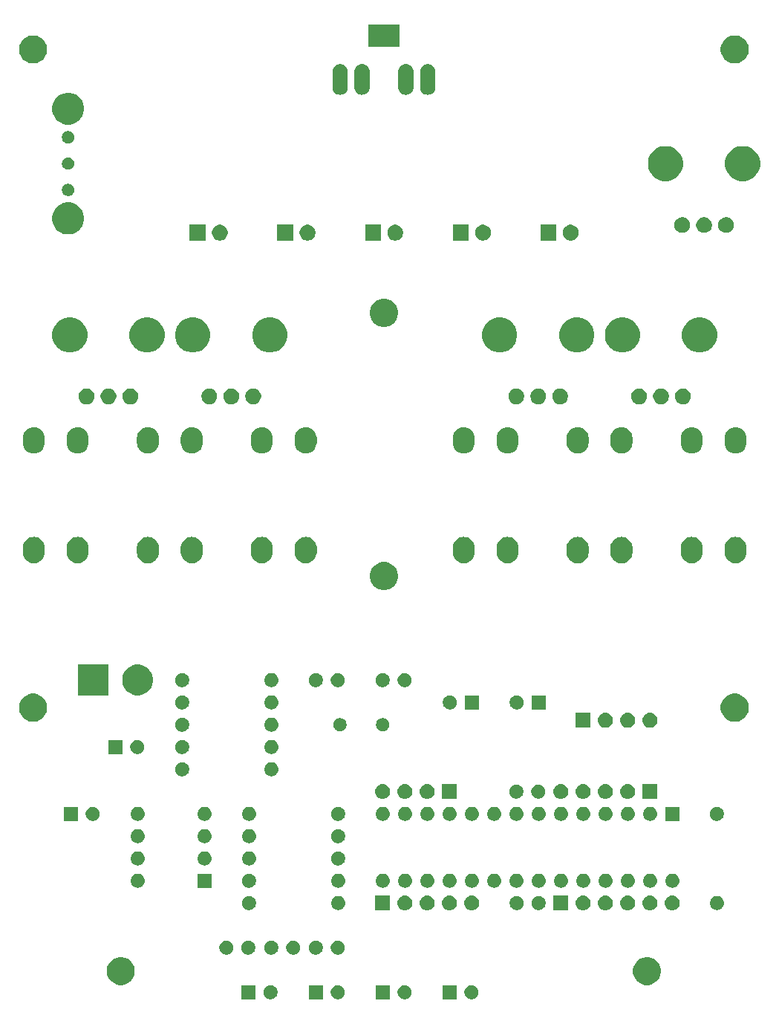
<source format=gbr>
G04 #@! TF.GenerationSoftware,KiCad,Pcbnew,(5.0.1)-3*
G04 #@! TF.CreationDate,2019-07-10T11:43:57+01:00*
G04 #@! TF.ProjectId,drumkid v3,6472756D6B69642076332E6B69636164,04*
G04 #@! TF.SameCoordinates,Original*
G04 #@! TF.FileFunction,Soldermask,Bot*
G04 #@! TF.FilePolarity,Negative*
%FSLAX46Y46*%
G04 Gerber Fmt 4.6, Leading zero omitted, Abs format (unit mm)*
G04 Created by KiCad (PCBNEW (5.0.1)-3) date 10/07/2019 11:43:57*
%MOMM*%
%LPD*%
G01*
G04 APERTURE LIST*
%ADD10C,0.100000*%
G04 APERTURE END LIST*
D10*
G36*
X160213352Y-151630743D02*
X160358941Y-151691048D01*
X160489973Y-151778601D01*
X160601399Y-151890027D01*
X160688952Y-152021059D01*
X160749257Y-152166648D01*
X160780000Y-152321205D01*
X160780000Y-152478795D01*
X160749257Y-152633352D01*
X160688952Y-152778941D01*
X160601399Y-152909973D01*
X160489973Y-153021399D01*
X160358941Y-153108952D01*
X160213352Y-153169257D01*
X160058795Y-153200000D01*
X159901205Y-153200000D01*
X159746648Y-153169257D01*
X159601059Y-153108952D01*
X159470027Y-153021399D01*
X159358601Y-152909973D01*
X159271048Y-152778941D01*
X159210743Y-152633352D01*
X159180000Y-152478795D01*
X159180000Y-152321205D01*
X159210743Y-152166648D01*
X159271048Y-152021059D01*
X159358601Y-151890027D01*
X159470027Y-151778601D01*
X159601059Y-151691048D01*
X159746648Y-151630743D01*
X159901205Y-151600000D01*
X160058795Y-151600000D01*
X160213352Y-151630743D01*
X160213352Y-151630743D01*
G37*
G36*
X158280000Y-153200000D02*
X156680000Y-153200000D01*
X156680000Y-151600000D01*
X158280000Y-151600000D01*
X158280000Y-153200000D01*
X158280000Y-153200000D01*
G37*
G36*
X137313352Y-151630743D02*
X137458941Y-151691048D01*
X137589973Y-151778601D01*
X137701399Y-151890027D01*
X137788952Y-152021059D01*
X137849257Y-152166648D01*
X137880000Y-152321205D01*
X137880000Y-152478795D01*
X137849257Y-152633352D01*
X137788952Y-152778941D01*
X137701399Y-152909973D01*
X137589973Y-153021399D01*
X137458941Y-153108952D01*
X137313352Y-153169257D01*
X137158795Y-153200000D01*
X137001205Y-153200000D01*
X136846648Y-153169257D01*
X136701059Y-153108952D01*
X136570027Y-153021399D01*
X136458601Y-152909973D01*
X136371048Y-152778941D01*
X136310743Y-152633352D01*
X136280000Y-152478795D01*
X136280000Y-152321205D01*
X136310743Y-152166648D01*
X136371048Y-152021059D01*
X136458601Y-151890027D01*
X136570027Y-151778601D01*
X136701059Y-151691048D01*
X136846648Y-151630743D01*
X137001205Y-151600000D01*
X137158795Y-151600000D01*
X137313352Y-151630743D01*
X137313352Y-151630743D01*
G37*
G36*
X135380000Y-153200000D02*
X133780000Y-153200000D01*
X133780000Y-151600000D01*
X135380000Y-151600000D01*
X135380000Y-153200000D01*
X135380000Y-153200000D01*
G37*
G36*
X143040000Y-153200000D02*
X141440000Y-153200000D01*
X141440000Y-151600000D01*
X143040000Y-151600000D01*
X143040000Y-153200000D01*
X143040000Y-153200000D01*
G37*
G36*
X150660000Y-153200000D02*
X149060000Y-153200000D01*
X149060000Y-151600000D01*
X150660000Y-151600000D01*
X150660000Y-153200000D01*
X150660000Y-153200000D01*
G37*
G36*
X144973352Y-151630743D02*
X145118941Y-151691048D01*
X145249973Y-151778601D01*
X145361399Y-151890027D01*
X145448952Y-152021059D01*
X145509257Y-152166648D01*
X145540000Y-152321205D01*
X145540000Y-152478795D01*
X145509257Y-152633352D01*
X145448952Y-152778941D01*
X145361399Y-152909973D01*
X145249973Y-153021399D01*
X145118941Y-153108952D01*
X144973352Y-153169257D01*
X144818795Y-153200000D01*
X144661205Y-153200000D01*
X144506648Y-153169257D01*
X144361059Y-153108952D01*
X144230027Y-153021399D01*
X144118601Y-152909973D01*
X144031048Y-152778941D01*
X143970743Y-152633352D01*
X143940000Y-152478795D01*
X143940000Y-152321205D01*
X143970743Y-152166648D01*
X144031048Y-152021059D01*
X144118601Y-151890027D01*
X144230027Y-151778601D01*
X144361059Y-151691048D01*
X144506648Y-151630743D01*
X144661205Y-151600000D01*
X144818795Y-151600000D01*
X144973352Y-151630743D01*
X144973352Y-151630743D01*
G37*
G36*
X152593352Y-151630743D02*
X152738941Y-151691048D01*
X152869973Y-151778601D01*
X152981399Y-151890027D01*
X153068952Y-152021059D01*
X153129257Y-152166648D01*
X153160000Y-152321205D01*
X153160000Y-152478795D01*
X153129257Y-152633352D01*
X153068952Y-152778941D01*
X152981399Y-152909973D01*
X152869973Y-153021399D01*
X152738941Y-153108952D01*
X152593352Y-153169257D01*
X152438795Y-153200000D01*
X152281205Y-153200000D01*
X152126648Y-153169257D01*
X151981059Y-153108952D01*
X151850027Y-153021399D01*
X151738601Y-152909973D01*
X151651048Y-152778941D01*
X151590743Y-152633352D01*
X151560000Y-152478795D01*
X151560000Y-152321205D01*
X151590743Y-152166648D01*
X151651048Y-152021059D01*
X151738601Y-151890027D01*
X151850027Y-151778601D01*
X151981059Y-151691048D01*
X152126648Y-151630743D01*
X152281205Y-151600000D01*
X152438795Y-151600000D01*
X152593352Y-151630743D01*
X152593352Y-151630743D01*
G37*
G36*
X180460649Y-148452577D02*
X180751829Y-148573188D01*
X181013890Y-148748292D01*
X181236745Y-148971147D01*
X181411849Y-149233208D01*
X181532460Y-149524388D01*
X181593946Y-149833503D01*
X181593946Y-150148679D01*
X181532460Y-150457794D01*
X181411849Y-150748974D01*
X181236745Y-151011035D01*
X181013890Y-151233890D01*
X180751829Y-151408994D01*
X180460649Y-151529605D01*
X180151534Y-151591091D01*
X179836358Y-151591091D01*
X179527243Y-151529605D01*
X179236063Y-151408994D01*
X178974002Y-151233890D01*
X178751147Y-151011035D01*
X178576043Y-150748974D01*
X178455432Y-150457794D01*
X178393946Y-150148679D01*
X178393946Y-149833503D01*
X178455432Y-149524388D01*
X178576043Y-149233208D01*
X178751147Y-148971147D01*
X178974002Y-148748292D01*
X179236063Y-148573188D01*
X179527243Y-148452577D01*
X179836358Y-148391091D01*
X180151534Y-148391091D01*
X180460649Y-148452577D01*
X180460649Y-148452577D01*
G37*
G36*
X120460649Y-148452577D02*
X120751829Y-148573188D01*
X121013890Y-148748292D01*
X121236745Y-148971147D01*
X121411849Y-149233208D01*
X121532460Y-149524388D01*
X121593946Y-149833503D01*
X121593946Y-150148679D01*
X121532460Y-150457794D01*
X121411849Y-150748974D01*
X121236745Y-151011035D01*
X121013890Y-151233890D01*
X120751829Y-151408994D01*
X120460649Y-151529605D01*
X120151534Y-151591091D01*
X119836358Y-151591091D01*
X119527243Y-151529605D01*
X119236063Y-151408994D01*
X118974002Y-151233890D01*
X118751147Y-151011035D01*
X118576043Y-150748974D01*
X118455432Y-150457794D01*
X118393946Y-150148679D01*
X118393946Y-149833503D01*
X118455432Y-149524388D01*
X118576043Y-149233208D01*
X118751147Y-148971147D01*
X118974002Y-148748292D01*
X119236063Y-148573188D01*
X119527243Y-148452577D01*
X119836358Y-148391091D01*
X120151534Y-148391091D01*
X120460649Y-148452577D01*
X120460649Y-148452577D01*
G37*
G36*
X144973352Y-146550743D02*
X145118941Y-146611048D01*
X145249973Y-146698601D01*
X145361399Y-146810027D01*
X145448952Y-146941059D01*
X145509257Y-147086648D01*
X145540000Y-147241205D01*
X145540000Y-147398795D01*
X145509257Y-147553352D01*
X145448952Y-147698941D01*
X145361399Y-147829973D01*
X145249973Y-147941399D01*
X145118941Y-148028952D01*
X144973352Y-148089257D01*
X144818795Y-148120000D01*
X144661205Y-148120000D01*
X144506648Y-148089257D01*
X144361059Y-148028952D01*
X144230027Y-147941399D01*
X144118601Y-147829973D01*
X144031048Y-147698941D01*
X143970743Y-147553352D01*
X143940000Y-147398795D01*
X143940000Y-147241205D01*
X143970743Y-147086648D01*
X144031048Y-146941059D01*
X144118601Y-146810027D01*
X144230027Y-146698601D01*
X144361059Y-146611048D01*
X144506648Y-146550743D01*
X144661205Y-146520000D01*
X144818795Y-146520000D01*
X144973352Y-146550743D01*
X144973352Y-146550743D01*
G37*
G36*
X137393352Y-146550743D02*
X137538941Y-146611048D01*
X137669973Y-146698601D01*
X137781399Y-146810027D01*
X137868952Y-146941059D01*
X137929257Y-147086648D01*
X137960000Y-147241205D01*
X137960000Y-147398795D01*
X137929257Y-147553352D01*
X137868952Y-147698941D01*
X137781399Y-147829973D01*
X137669973Y-147941399D01*
X137538941Y-148028952D01*
X137393352Y-148089257D01*
X137238795Y-148120000D01*
X137081205Y-148120000D01*
X136926648Y-148089257D01*
X136781059Y-148028952D01*
X136650027Y-147941399D01*
X136538601Y-147829973D01*
X136451048Y-147698941D01*
X136390743Y-147553352D01*
X136360000Y-147398795D01*
X136360000Y-147241205D01*
X136390743Y-147086648D01*
X136451048Y-146941059D01*
X136538601Y-146810027D01*
X136650027Y-146698601D01*
X136781059Y-146611048D01*
X136926648Y-146550743D01*
X137081205Y-146520000D01*
X137238795Y-146520000D01*
X137393352Y-146550743D01*
X137393352Y-146550743D01*
G37*
G36*
X139893352Y-146550743D02*
X140038941Y-146611048D01*
X140169973Y-146698601D01*
X140281399Y-146810027D01*
X140368952Y-146941059D01*
X140429257Y-147086648D01*
X140460000Y-147241205D01*
X140460000Y-147398795D01*
X140429257Y-147553352D01*
X140368952Y-147698941D01*
X140281399Y-147829973D01*
X140169973Y-147941399D01*
X140038941Y-148028952D01*
X139893352Y-148089257D01*
X139738795Y-148120000D01*
X139581205Y-148120000D01*
X139426648Y-148089257D01*
X139281059Y-148028952D01*
X139150027Y-147941399D01*
X139038601Y-147829973D01*
X138951048Y-147698941D01*
X138890743Y-147553352D01*
X138860000Y-147398795D01*
X138860000Y-147241205D01*
X138890743Y-147086648D01*
X138951048Y-146941059D01*
X139038601Y-146810027D01*
X139150027Y-146698601D01*
X139281059Y-146611048D01*
X139426648Y-146550743D01*
X139581205Y-146520000D01*
X139738795Y-146520000D01*
X139893352Y-146550743D01*
X139893352Y-146550743D01*
G37*
G36*
X132273352Y-146550743D02*
X132418941Y-146611048D01*
X132549973Y-146698601D01*
X132661399Y-146810027D01*
X132748952Y-146941059D01*
X132809257Y-147086648D01*
X132840000Y-147241205D01*
X132840000Y-147398795D01*
X132809257Y-147553352D01*
X132748952Y-147698941D01*
X132661399Y-147829973D01*
X132549973Y-147941399D01*
X132418941Y-148028952D01*
X132273352Y-148089257D01*
X132118795Y-148120000D01*
X131961205Y-148120000D01*
X131806648Y-148089257D01*
X131661059Y-148028952D01*
X131530027Y-147941399D01*
X131418601Y-147829973D01*
X131331048Y-147698941D01*
X131270743Y-147553352D01*
X131240000Y-147398795D01*
X131240000Y-147241205D01*
X131270743Y-147086648D01*
X131331048Y-146941059D01*
X131418601Y-146810027D01*
X131530027Y-146698601D01*
X131661059Y-146611048D01*
X131806648Y-146550743D01*
X131961205Y-146520000D01*
X132118795Y-146520000D01*
X132273352Y-146550743D01*
X132273352Y-146550743D01*
G37*
G36*
X134773352Y-146550743D02*
X134918941Y-146611048D01*
X135049973Y-146698601D01*
X135161399Y-146810027D01*
X135248952Y-146941059D01*
X135309257Y-147086648D01*
X135340000Y-147241205D01*
X135340000Y-147398795D01*
X135309257Y-147553352D01*
X135248952Y-147698941D01*
X135161399Y-147829973D01*
X135049973Y-147941399D01*
X134918941Y-148028952D01*
X134773352Y-148089257D01*
X134618795Y-148120000D01*
X134461205Y-148120000D01*
X134306648Y-148089257D01*
X134161059Y-148028952D01*
X134030027Y-147941399D01*
X133918601Y-147829973D01*
X133831048Y-147698941D01*
X133770743Y-147553352D01*
X133740000Y-147398795D01*
X133740000Y-147241205D01*
X133770743Y-147086648D01*
X133831048Y-146941059D01*
X133918601Y-146810027D01*
X134030027Y-146698601D01*
X134161059Y-146611048D01*
X134306648Y-146550743D01*
X134461205Y-146520000D01*
X134618795Y-146520000D01*
X134773352Y-146550743D01*
X134773352Y-146550743D01*
G37*
G36*
X142473352Y-146550743D02*
X142618941Y-146611048D01*
X142749973Y-146698601D01*
X142861399Y-146810027D01*
X142948952Y-146941059D01*
X143009257Y-147086648D01*
X143040000Y-147241205D01*
X143040000Y-147398795D01*
X143009257Y-147553352D01*
X142948952Y-147698941D01*
X142861399Y-147829973D01*
X142749973Y-147941399D01*
X142618941Y-148028952D01*
X142473352Y-148089257D01*
X142318795Y-148120000D01*
X142161205Y-148120000D01*
X142006648Y-148089257D01*
X141861059Y-148028952D01*
X141730027Y-147941399D01*
X141618601Y-147829973D01*
X141531048Y-147698941D01*
X141470743Y-147553352D01*
X141440000Y-147398795D01*
X141440000Y-147241205D01*
X141470743Y-147086648D01*
X141531048Y-146941059D01*
X141618601Y-146810027D01*
X141730027Y-146698601D01*
X141861059Y-146611048D01*
X142006648Y-146550743D01*
X142161205Y-146520000D01*
X142318795Y-146520000D01*
X142473352Y-146550743D01*
X142473352Y-146550743D01*
G37*
G36*
X152566630Y-141402299D02*
X152726855Y-141450903D01*
X152874520Y-141529831D01*
X153003949Y-141636051D01*
X153110169Y-141765480D01*
X153189097Y-141913145D01*
X153237701Y-142073370D01*
X153254112Y-142240000D01*
X153237701Y-142406630D01*
X153189097Y-142566855D01*
X153110169Y-142714520D01*
X153003949Y-142843949D01*
X152874520Y-142950169D01*
X152726855Y-143029097D01*
X152566630Y-143077701D01*
X152441752Y-143090000D01*
X152358248Y-143090000D01*
X152233370Y-143077701D01*
X152073145Y-143029097D01*
X151925480Y-142950169D01*
X151796051Y-142843949D01*
X151689831Y-142714520D01*
X151610903Y-142566855D01*
X151562299Y-142406630D01*
X151545888Y-142240000D01*
X151562299Y-142073370D01*
X151610903Y-141913145D01*
X151689831Y-141765480D01*
X151796051Y-141636051D01*
X151925480Y-141529831D01*
X152073145Y-141450903D01*
X152233370Y-141402299D01*
X152358248Y-141390000D01*
X152441752Y-141390000D01*
X152566630Y-141402299D01*
X152566630Y-141402299D01*
G37*
G36*
X160186630Y-141402299D02*
X160346855Y-141450903D01*
X160494520Y-141529831D01*
X160623949Y-141636051D01*
X160730169Y-141765480D01*
X160809097Y-141913145D01*
X160857701Y-142073370D01*
X160874112Y-142240000D01*
X160857701Y-142406630D01*
X160809097Y-142566855D01*
X160730169Y-142714520D01*
X160623949Y-142843949D01*
X160494520Y-142950169D01*
X160346855Y-143029097D01*
X160186630Y-143077701D01*
X160061752Y-143090000D01*
X159978248Y-143090000D01*
X159853370Y-143077701D01*
X159693145Y-143029097D01*
X159545480Y-142950169D01*
X159416051Y-142843949D01*
X159309831Y-142714520D01*
X159230903Y-142566855D01*
X159182299Y-142406630D01*
X159165888Y-142240000D01*
X159182299Y-142073370D01*
X159230903Y-141913145D01*
X159309831Y-141765480D01*
X159416051Y-141636051D01*
X159545480Y-141529831D01*
X159693145Y-141450903D01*
X159853370Y-141402299D01*
X159978248Y-141390000D01*
X160061752Y-141390000D01*
X160186630Y-141402299D01*
X160186630Y-141402299D01*
G37*
G36*
X183046630Y-141402299D02*
X183206855Y-141450903D01*
X183354520Y-141529831D01*
X183483949Y-141636051D01*
X183590169Y-141765480D01*
X183669097Y-141913145D01*
X183717701Y-142073370D01*
X183734112Y-142240000D01*
X183717701Y-142406630D01*
X183669097Y-142566855D01*
X183590169Y-142714520D01*
X183483949Y-142843949D01*
X183354520Y-142950169D01*
X183206855Y-143029097D01*
X183046630Y-143077701D01*
X182921752Y-143090000D01*
X182838248Y-143090000D01*
X182713370Y-143077701D01*
X182553145Y-143029097D01*
X182405480Y-142950169D01*
X182276051Y-142843949D01*
X182169831Y-142714520D01*
X182090903Y-142566855D01*
X182042299Y-142406630D01*
X182025888Y-142240000D01*
X182042299Y-142073370D01*
X182090903Y-141913145D01*
X182169831Y-141765480D01*
X182276051Y-141636051D01*
X182405480Y-141529831D01*
X182553145Y-141450903D01*
X182713370Y-141402299D01*
X182838248Y-141390000D01*
X182921752Y-141390000D01*
X183046630Y-141402299D01*
X183046630Y-141402299D01*
G37*
G36*
X177966630Y-141402299D02*
X178126855Y-141450903D01*
X178274520Y-141529831D01*
X178403949Y-141636051D01*
X178510169Y-141765480D01*
X178589097Y-141913145D01*
X178637701Y-142073370D01*
X178654112Y-142240000D01*
X178637701Y-142406630D01*
X178589097Y-142566855D01*
X178510169Y-142714520D01*
X178403949Y-142843949D01*
X178274520Y-142950169D01*
X178126855Y-143029097D01*
X177966630Y-143077701D01*
X177841752Y-143090000D01*
X177758248Y-143090000D01*
X177633370Y-143077701D01*
X177473145Y-143029097D01*
X177325480Y-142950169D01*
X177196051Y-142843949D01*
X177089831Y-142714520D01*
X177010903Y-142566855D01*
X176962299Y-142406630D01*
X176945888Y-142240000D01*
X176962299Y-142073370D01*
X177010903Y-141913145D01*
X177089831Y-141765480D01*
X177196051Y-141636051D01*
X177325480Y-141529831D01*
X177473145Y-141450903D01*
X177633370Y-141402299D01*
X177758248Y-141390000D01*
X177841752Y-141390000D01*
X177966630Y-141402299D01*
X177966630Y-141402299D01*
G37*
G36*
X175426630Y-141402299D02*
X175586855Y-141450903D01*
X175734520Y-141529831D01*
X175863949Y-141636051D01*
X175970169Y-141765480D01*
X176049097Y-141913145D01*
X176097701Y-142073370D01*
X176114112Y-142240000D01*
X176097701Y-142406630D01*
X176049097Y-142566855D01*
X175970169Y-142714520D01*
X175863949Y-142843949D01*
X175734520Y-142950169D01*
X175586855Y-143029097D01*
X175426630Y-143077701D01*
X175301752Y-143090000D01*
X175218248Y-143090000D01*
X175093370Y-143077701D01*
X174933145Y-143029097D01*
X174785480Y-142950169D01*
X174656051Y-142843949D01*
X174549831Y-142714520D01*
X174470903Y-142566855D01*
X174422299Y-142406630D01*
X174405888Y-142240000D01*
X174422299Y-142073370D01*
X174470903Y-141913145D01*
X174549831Y-141765480D01*
X174656051Y-141636051D01*
X174785480Y-141529831D01*
X174933145Y-141450903D01*
X175093370Y-141402299D01*
X175218248Y-141390000D01*
X175301752Y-141390000D01*
X175426630Y-141402299D01*
X175426630Y-141402299D01*
G37*
G36*
X172886630Y-141402299D02*
X173046855Y-141450903D01*
X173194520Y-141529831D01*
X173323949Y-141636051D01*
X173430169Y-141765480D01*
X173509097Y-141913145D01*
X173557701Y-142073370D01*
X173574112Y-142240000D01*
X173557701Y-142406630D01*
X173509097Y-142566855D01*
X173430169Y-142714520D01*
X173323949Y-142843949D01*
X173194520Y-142950169D01*
X173046855Y-143029097D01*
X172886630Y-143077701D01*
X172761752Y-143090000D01*
X172678248Y-143090000D01*
X172553370Y-143077701D01*
X172393145Y-143029097D01*
X172245480Y-142950169D01*
X172116051Y-142843949D01*
X172009831Y-142714520D01*
X171930903Y-142566855D01*
X171882299Y-142406630D01*
X171865888Y-142240000D01*
X171882299Y-142073370D01*
X171930903Y-141913145D01*
X172009831Y-141765480D01*
X172116051Y-141636051D01*
X172245480Y-141529831D01*
X172393145Y-141450903D01*
X172553370Y-141402299D01*
X172678248Y-141390000D01*
X172761752Y-141390000D01*
X172886630Y-141402299D01*
X172886630Y-141402299D01*
G37*
G36*
X171030000Y-143090000D02*
X169330000Y-143090000D01*
X169330000Y-141390000D01*
X171030000Y-141390000D01*
X171030000Y-143090000D01*
X171030000Y-143090000D01*
G37*
G36*
X150710000Y-143090000D02*
X149010000Y-143090000D01*
X149010000Y-141390000D01*
X150710000Y-141390000D01*
X150710000Y-143090000D01*
X150710000Y-143090000D01*
G37*
G36*
X155106630Y-141402299D02*
X155266855Y-141450903D01*
X155414520Y-141529831D01*
X155543949Y-141636051D01*
X155650169Y-141765480D01*
X155729097Y-141913145D01*
X155777701Y-142073370D01*
X155794112Y-142240000D01*
X155777701Y-142406630D01*
X155729097Y-142566855D01*
X155650169Y-142714520D01*
X155543949Y-142843949D01*
X155414520Y-142950169D01*
X155266855Y-143029097D01*
X155106630Y-143077701D01*
X154981752Y-143090000D01*
X154898248Y-143090000D01*
X154773370Y-143077701D01*
X154613145Y-143029097D01*
X154465480Y-142950169D01*
X154336051Y-142843949D01*
X154229831Y-142714520D01*
X154150903Y-142566855D01*
X154102299Y-142406630D01*
X154085888Y-142240000D01*
X154102299Y-142073370D01*
X154150903Y-141913145D01*
X154229831Y-141765480D01*
X154336051Y-141636051D01*
X154465480Y-141529831D01*
X154613145Y-141450903D01*
X154773370Y-141402299D01*
X154898248Y-141390000D01*
X154981752Y-141390000D01*
X155106630Y-141402299D01*
X155106630Y-141402299D01*
G37*
G36*
X157646630Y-141402299D02*
X157806855Y-141450903D01*
X157954520Y-141529831D01*
X158083949Y-141636051D01*
X158190169Y-141765480D01*
X158269097Y-141913145D01*
X158317701Y-142073370D01*
X158334112Y-142240000D01*
X158317701Y-142406630D01*
X158269097Y-142566855D01*
X158190169Y-142714520D01*
X158083949Y-142843949D01*
X157954520Y-142950169D01*
X157806855Y-143029097D01*
X157646630Y-143077701D01*
X157521752Y-143090000D01*
X157438248Y-143090000D01*
X157313370Y-143077701D01*
X157153145Y-143029097D01*
X157005480Y-142950169D01*
X156876051Y-142843949D01*
X156769831Y-142714520D01*
X156690903Y-142566855D01*
X156642299Y-142406630D01*
X156625888Y-142240000D01*
X156642299Y-142073370D01*
X156690903Y-141913145D01*
X156769831Y-141765480D01*
X156876051Y-141636051D01*
X157005480Y-141529831D01*
X157153145Y-141450903D01*
X157313370Y-141402299D01*
X157438248Y-141390000D01*
X157521752Y-141390000D01*
X157646630Y-141402299D01*
X157646630Y-141402299D01*
G37*
G36*
X180506630Y-141402299D02*
X180666855Y-141450903D01*
X180814520Y-141529831D01*
X180943949Y-141636051D01*
X181050169Y-141765480D01*
X181129097Y-141913145D01*
X181177701Y-142073370D01*
X181194112Y-142240000D01*
X181177701Y-142406630D01*
X181129097Y-142566855D01*
X181050169Y-142714520D01*
X180943949Y-142843949D01*
X180814520Y-142950169D01*
X180666855Y-143029097D01*
X180506630Y-143077701D01*
X180381752Y-143090000D01*
X180298248Y-143090000D01*
X180173370Y-143077701D01*
X180013145Y-143029097D01*
X179865480Y-142950169D01*
X179736051Y-142843949D01*
X179629831Y-142714520D01*
X179550903Y-142566855D01*
X179502299Y-142406630D01*
X179485888Y-142240000D01*
X179502299Y-142073370D01*
X179550903Y-141913145D01*
X179629831Y-141765480D01*
X179736051Y-141636051D01*
X179865480Y-141529831D01*
X180013145Y-141450903D01*
X180173370Y-141402299D01*
X180298248Y-141390000D01*
X180381752Y-141390000D01*
X180506630Y-141402299D01*
X180506630Y-141402299D01*
G37*
G36*
X165373352Y-141470743D02*
X165518941Y-141531048D01*
X165649973Y-141618601D01*
X165761399Y-141730027D01*
X165848952Y-141861059D01*
X165909257Y-142006648D01*
X165940000Y-142161205D01*
X165940000Y-142318795D01*
X165909257Y-142473352D01*
X165848952Y-142618941D01*
X165761399Y-142749973D01*
X165649973Y-142861399D01*
X165518941Y-142948952D01*
X165373352Y-143009257D01*
X165218795Y-143040000D01*
X165061205Y-143040000D01*
X164906648Y-143009257D01*
X164761059Y-142948952D01*
X164630027Y-142861399D01*
X164518601Y-142749973D01*
X164431048Y-142618941D01*
X164370743Y-142473352D01*
X164340000Y-142318795D01*
X164340000Y-142161205D01*
X164370743Y-142006648D01*
X164431048Y-141861059D01*
X164518601Y-141730027D01*
X164630027Y-141618601D01*
X164761059Y-141531048D01*
X164906648Y-141470743D01*
X165061205Y-141440000D01*
X165218795Y-141440000D01*
X165373352Y-141470743D01*
X165373352Y-141470743D01*
G37*
G36*
X144897649Y-141447717D02*
X144936827Y-141451576D01*
X145000012Y-141470743D01*
X145087629Y-141497321D01*
X145226608Y-141571608D01*
X145348422Y-141671578D01*
X145448392Y-141793392D01*
X145522679Y-141932371D01*
X145522679Y-141932372D01*
X145568424Y-142083173D01*
X145583870Y-142240000D01*
X145568424Y-142396827D01*
X145565450Y-142406630D01*
X145522679Y-142547629D01*
X145448392Y-142686608D01*
X145348422Y-142808422D01*
X145226608Y-142908392D01*
X145087629Y-142982679D01*
X145012227Y-143005552D01*
X144936827Y-143028424D01*
X144897649Y-143032283D01*
X144819295Y-143040000D01*
X144740705Y-143040000D01*
X144662351Y-143032283D01*
X144623173Y-143028424D01*
X144547773Y-143005552D01*
X144472371Y-142982679D01*
X144333392Y-142908392D01*
X144211578Y-142808422D01*
X144111608Y-142686608D01*
X144037321Y-142547629D01*
X143994550Y-142406630D01*
X143991576Y-142396827D01*
X143976130Y-142240000D01*
X143991576Y-142083173D01*
X144037321Y-141932372D01*
X144037321Y-141932371D01*
X144111608Y-141793392D01*
X144211578Y-141671578D01*
X144333392Y-141571608D01*
X144472371Y-141497321D01*
X144559988Y-141470743D01*
X144623173Y-141451576D01*
X144662351Y-141447717D01*
X144740705Y-141440000D01*
X144819295Y-141440000D01*
X144897649Y-141447717D01*
X144897649Y-141447717D01*
G37*
G36*
X134853352Y-141470743D02*
X134998941Y-141531048D01*
X135129973Y-141618601D01*
X135241399Y-141730027D01*
X135328952Y-141861059D01*
X135389257Y-142006648D01*
X135420000Y-142161205D01*
X135420000Y-142318795D01*
X135389257Y-142473352D01*
X135328952Y-142618941D01*
X135241399Y-142749973D01*
X135129973Y-142861399D01*
X134998941Y-142948952D01*
X134853352Y-143009257D01*
X134698795Y-143040000D01*
X134541205Y-143040000D01*
X134386648Y-143009257D01*
X134241059Y-142948952D01*
X134110027Y-142861399D01*
X133998601Y-142749973D01*
X133911048Y-142618941D01*
X133850743Y-142473352D01*
X133820000Y-142318795D01*
X133820000Y-142161205D01*
X133850743Y-142006648D01*
X133911048Y-141861059D01*
X133998601Y-141730027D01*
X134110027Y-141618601D01*
X134241059Y-141531048D01*
X134386648Y-141470743D01*
X134541205Y-141440000D01*
X134698795Y-141440000D01*
X134853352Y-141470743D01*
X134853352Y-141470743D01*
G37*
G36*
X167873352Y-141470743D02*
X168018941Y-141531048D01*
X168149973Y-141618601D01*
X168261399Y-141730027D01*
X168348952Y-141861059D01*
X168409257Y-142006648D01*
X168440000Y-142161205D01*
X168440000Y-142318795D01*
X168409257Y-142473352D01*
X168348952Y-142618941D01*
X168261399Y-142749973D01*
X168149973Y-142861399D01*
X168018941Y-142948952D01*
X167873352Y-143009257D01*
X167718795Y-143040000D01*
X167561205Y-143040000D01*
X167406648Y-143009257D01*
X167261059Y-142948952D01*
X167130027Y-142861399D01*
X167018601Y-142749973D01*
X166931048Y-142618941D01*
X166870743Y-142473352D01*
X166840000Y-142318795D01*
X166840000Y-142161205D01*
X166870743Y-142006648D01*
X166931048Y-141861059D01*
X167018601Y-141730027D01*
X167130027Y-141618601D01*
X167261059Y-141531048D01*
X167406648Y-141470743D01*
X167561205Y-141440000D01*
X167718795Y-141440000D01*
X167873352Y-141470743D01*
X167873352Y-141470743D01*
G37*
G36*
X188077649Y-141447717D02*
X188116827Y-141451576D01*
X188180012Y-141470743D01*
X188267629Y-141497321D01*
X188406608Y-141571608D01*
X188528422Y-141671578D01*
X188628392Y-141793392D01*
X188702679Y-141932371D01*
X188702679Y-141932372D01*
X188748424Y-142083173D01*
X188763870Y-142240000D01*
X188748424Y-142396827D01*
X188745450Y-142406630D01*
X188702679Y-142547629D01*
X188628392Y-142686608D01*
X188528422Y-142808422D01*
X188406608Y-142908392D01*
X188267629Y-142982679D01*
X188192227Y-143005552D01*
X188116827Y-143028424D01*
X188077649Y-143032283D01*
X187999295Y-143040000D01*
X187920705Y-143040000D01*
X187842351Y-143032283D01*
X187803173Y-143028424D01*
X187727773Y-143005552D01*
X187652371Y-142982679D01*
X187513392Y-142908392D01*
X187391578Y-142808422D01*
X187291608Y-142686608D01*
X187217321Y-142547629D01*
X187174550Y-142406630D01*
X187171576Y-142396827D01*
X187156130Y-142240000D01*
X187171576Y-142083173D01*
X187217321Y-141932372D01*
X187217321Y-141932371D01*
X187291608Y-141793392D01*
X187391578Y-141671578D01*
X187513392Y-141571608D01*
X187652371Y-141497321D01*
X187739988Y-141470743D01*
X187803173Y-141451576D01*
X187842351Y-141447717D01*
X187920705Y-141440000D01*
X187999295Y-141440000D01*
X188077649Y-141447717D01*
X188077649Y-141447717D01*
G37*
G36*
X149977649Y-138907717D02*
X150016827Y-138911576D01*
X150080012Y-138930743D01*
X150167629Y-138957321D01*
X150306608Y-139031608D01*
X150428422Y-139131578D01*
X150528392Y-139253392D01*
X150602679Y-139392371D01*
X150648424Y-139543174D01*
X150663870Y-139700000D01*
X150648424Y-139856826D01*
X150602679Y-140007629D01*
X150528392Y-140146608D01*
X150428422Y-140268422D01*
X150306608Y-140368392D01*
X150167629Y-140442679D01*
X150092227Y-140465552D01*
X150016827Y-140488424D01*
X149977649Y-140492283D01*
X149899295Y-140500000D01*
X149820705Y-140500000D01*
X149742351Y-140492283D01*
X149703173Y-140488424D01*
X149627772Y-140465551D01*
X149552371Y-140442679D01*
X149413392Y-140368392D01*
X149291578Y-140268422D01*
X149191608Y-140146608D01*
X149117321Y-140007629D01*
X149071576Y-139856826D01*
X149056130Y-139700000D01*
X149071576Y-139543174D01*
X149117321Y-139392371D01*
X149191608Y-139253392D01*
X149291578Y-139131578D01*
X149413392Y-139031608D01*
X149552371Y-138957321D01*
X149639988Y-138930743D01*
X149703173Y-138911576D01*
X149742351Y-138907717D01*
X149820705Y-138900000D01*
X149899295Y-138900000D01*
X149977649Y-138907717D01*
X149977649Y-138907717D01*
G37*
G36*
X180457649Y-138907717D02*
X180496827Y-138911576D01*
X180560012Y-138930743D01*
X180647629Y-138957321D01*
X180786608Y-139031608D01*
X180908422Y-139131578D01*
X181008392Y-139253392D01*
X181082679Y-139392371D01*
X181128424Y-139543174D01*
X181143870Y-139700000D01*
X181128424Y-139856826D01*
X181082679Y-140007629D01*
X181008392Y-140146608D01*
X180908422Y-140268422D01*
X180786608Y-140368392D01*
X180647629Y-140442679D01*
X180572227Y-140465552D01*
X180496827Y-140488424D01*
X180457649Y-140492283D01*
X180379295Y-140500000D01*
X180300705Y-140500000D01*
X180222351Y-140492283D01*
X180183173Y-140488424D01*
X180107772Y-140465551D01*
X180032371Y-140442679D01*
X179893392Y-140368392D01*
X179771578Y-140268422D01*
X179671608Y-140146608D01*
X179597321Y-140007629D01*
X179551576Y-139856826D01*
X179536130Y-139700000D01*
X179551576Y-139543174D01*
X179597321Y-139392371D01*
X179671608Y-139253392D01*
X179771578Y-139131578D01*
X179893392Y-139031608D01*
X180032371Y-138957321D01*
X180119988Y-138930743D01*
X180183173Y-138911576D01*
X180222351Y-138907717D01*
X180300705Y-138900000D01*
X180379295Y-138900000D01*
X180457649Y-138907717D01*
X180457649Y-138907717D01*
G37*
G36*
X177917649Y-138907717D02*
X177956827Y-138911576D01*
X178020012Y-138930743D01*
X178107629Y-138957321D01*
X178246608Y-139031608D01*
X178368422Y-139131578D01*
X178468392Y-139253392D01*
X178542679Y-139392371D01*
X178588424Y-139543174D01*
X178603870Y-139700000D01*
X178588424Y-139856826D01*
X178542679Y-140007629D01*
X178468392Y-140146608D01*
X178368422Y-140268422D01*
X178246608Y-140368392D01*
X178107629Y-140442679D01*
X178032227Y-140465552D01*
X177956827Y-140488424D01*
X177917649Y-140492283D01*
X177839295Y-140500000D01*
X177760705Y-140500000D01*
X177682351Y-140492283D01*
X177643173Y-140488424D01*
X177567772Y-140465551D01*
X177492371Y-140442679D01*
X177353392Y-140368392D01*
X177231578Y-140268422D01*
X177131608Y-140146608D01*
X177057321Y-140007629D01*
X177011576Y-139856826D01*
X176996130Y-139700000D01*
X177011576Y-139543174D01*
X177057321Y-139392371D01*
X177131608Y-139253392D01*
X177231578Y-139131578D01*
X177353392Y-139031608D01*
X177492371Y-138957321D01*
X177579988Y-138930743D01*
X177643173Y-138911576D01*
X177682351Y-138907717D01*
X177760705Y-138900000D01*
X177839295Y-138900000D01*
X177917649Y-138907717D01*
X177917649Y-138907717D01*
G37*
G36*
X182997649Y-138907717D02*
X183036827Y-138911576D01*
X183100012Y-138930743D01*
X183187629Y-138957321D01*
X183326608Y-139031608D01*
X183448422Y-139131578D01*
X183548392Y-139253392D01*
X183622679Y-139392371D01*
X183668424Y-139543174D01*
X183683870Y-139700000D01*
X183668424Y-139856826D01*
X183622679Y-140007629D01*
X183548392Y-140146608D01*
X183448422Y-140268422D01*
X183326608Y-140368392D01*
X183187629Y-140442679D01*
X183112227Y-140465552D01*
X183036827Y-140488424D01*
X182997649Y-140492283D01*
X182919295Y-140500000D01*
X182840705Y-140500000D01*
X182762351Y-140492283D01*
X182723173Y-140488424D01*
X182647772Y-140465551D01*
X182572371Y-140442679D01*
X182433392Y-140368392D01*
X182311578Y-140268422D01*
X182211608Y-140146608D01*
X182137321Y-140007629D01*
X182091576Y-139856826D01*
X182076130Y-139700000D01*
X182091576Y-139543174D01*
X182137321Y-139392371D01*
X182211608Y-139253392D01*
X182311578Y-139131578D01*
X182433392Y-139031608D01*
X182572371Y-138957321D01*
X182659988Y-138930743D01*
X182723173Y-138911576D01*
X182762351Y-138907717D01*
X182840705Y-138900000D01*
X182919295Y-138900000D01*
X182997649Y-138907717D01*
X182997649Y-138907717D01*
G37*
G36*
X144897649Y-138907717D02*
X144936827Y-138911576D01*
X145000012Y-138930743D01*
X145087629Y-138957321D01*
X145226608Y-139031608D01*
X145348422Y-139131578D01*
X145448392Y-139253392D01*
X145522679Y-139392371D01*
X145568424Y-139543174D01*
X145583870Y-139700000D01*
X145568424Y-139856826D01*
X145522679Y-140007629D01*
X145448392Y-140146608D01*
X145348422Y-140268422D01*
X145226608Y-140368392D01*
X145087629Y-140442679D01*
X145012227Y-140465552D01*
X144936827Y-140488424D01*
X144897649Y-140492283D01*
X144819295Y-140500000D01*
X144740705Y-140500000D01*
X144662351Y-140492283D01*
X144623173Y-140488424D01*
X144547772Y-140465551D01*
X144472371Y-140442679D01*
X144333392Y-140368392D01*
X144211578Y-140268422D01*
X144111608Y-140146608D01*
X144037321Y-140007629D01*
X143991576Y-139856826D01*
X143976130Y-139700000D01*
X143991576Y-139543174D01*
X144037321Y-139392371D01*
X144111608Y-139253392D01*
X144211578Y-139131578D01*
X144333392Y-139031608D01*
X144472371Y-138957321D01*
X144559988Y-138930743D01*
X144623173Y-138911576D01*
X144662351Y-138907717D01*
X144740705Y-138900000D01*
X144819295Y-138900000D01*
X144897649Y-138907717D01*
X144897649Y-138907717D01*
G37*
G36*
X134853352Y-138930743D02*
X134998941Y-138991048D01*
X135129973Y-139078601D01*
X135241399Y-139190027D01*
X135328952Y-139321059D01*
X135389257Y-139466648D01*
X135420000Y-139621205D01*
X135420000Y-139778795D01*
X135389257Y-139933352D01*
X135328952Y-140078941D01*
X135241399Y-140209973D01*
X135129973Y-140321399D01*
X134998941Y-140408952D01*
X134853352Y-140469257D01*
X134698795Y-140500000D01*
X134541205Y-140500000D01*
X134386648Y-140469257D01*
X134241059Y-140408952D01*
X134110027Y-140321399D01*
X133998601Y-140209973D01*
X133911048Y-140078941D01*
X133850743Y-139933352D01*
X133820000Y-139778795D01*
X133820000Y-139621205D01*
X133850743Y-139466648D01*
X133911048Y-139321059D01*
X133998601Y-139190027D01*
X134110027Y-139078601D01*
X134241059Y-138991048D01*
X134386648Y-138930743D01*
X134541205Y-138900000D01*
X134698795Y-138900000D01*
X134853352Y-138930743D01*
X134853352Y-138930743D01*
G37*
G36*
X130340000Y-140500000D02*
X128740000Y-140500000D01*
X128740000Y-138900000D01*
X130340000Y-138900000D01*
X130340000Y-140500000D01*
X130340000Y-140500000D01*
G37*
G36*
X122037649Y-138907717D02*
X122076827Y-138911576D01*
X122140012Y-138930743D01*
X122227629Y-138957321D01*
X122366608Y-139031608D01*
X122488422Y-139131578D01*
X122588392Y-139253392D01*
X122662679Y-139392371D01*
X122708424Y-139543174D01*
X122723870Y-139700000D01*
X122708424Y-139856826D01*
X122662679Y-140007629D01*
X122588392Y-140146608D01*
X122488422Y-140268422D01*
X122366608Y-140368392D01*
X122227629Y-140442679D01*
X122152227Y-140465552D01*
X122076827Y-140488424D01*
X122037649Y-140492283D01*
X121959295Y-140500000D01*
X121880705Y-140500000D01*
X121802351Y-140492283D01*
X121763173Y-140488424D01*
X121687772Y-140465551D01*
X121612371Y-140442679D01*
X121473392Y-140368392D01*
X121351578Y-140268422D01*
X121251608Y-140146608D01*
X121177321Y-140007629D01*
X121131576Y-139856826D01*
X121116130Y-139700000D01*
X121131576Y-139543174D01*
X121177321Y-139392371D01*
X121251608Y-139253392D01*
X121351578Y-139131578D01*
X121473392Y-139031608D01*
X121612371Y-138957321D01*
X121699988Y-138930743D01*
X121763173Y-138911576D01*
X121802351Y-138907717D01*
X121880705Y-138900000D01*
X121959295Y-138900000D01*
X122037649Y-138907717D01*
X122037649Y-138907717D01*
G37*
G36*
X152517649Y-138907717D02*
X152556827Y-138911576D01*
X152620012Y-138930743D01*
X152707629Y-138957321D01*
X152846608Y-139031608D01*
X152968422Y-139131578D01*
X153068392Y-139253392D01*
X153142679Y-139392371D01*
X153188424Y-139543174D01*
X153203870Y-139700000D01*
X153188424Y-139856826D01*
X153142679Y-140007629D01*
X153068392Y-140146608D01*
X152968422Y-140268422D01*
X152846608Y-140368392D01*
X152707629Y-140442679D01*
X152632227Y-140465552D01*
X152556827Y-140488424D01*
X152517649Y-140492283D01*
X152439295Y-140500000D01*
X152360705Y-140500000D01*
X152282351Y-140492283D01*
X152243173Y-140488424D01*
X152167772Y-140465551D01*
X152092371Y-140442679D01*
X151953392Y-140368392D01*
X151831578Y-140268422D01*
X151731608Y-140146608D01*
X151657321Y-140007629D01*
X151611576Y-139856826D01*
X151596130Y-139700000D01*
X151611576Y-139543174D01*
X151657321Y-139392371D01*
X151731608Y-139253392D01*
X151831578Y-139131578D01*
X151953392Y-139031608D01*
X152092371Y-138957321D01*
X152179988Y-138930743D01*
X152243173Y-138911576D01*
X152282351Y-138907717D01*
X152360705Y-138900000D01*
X152439295Y-138900000D01*
X152517649Y-138907717D01*
X152517649Y-138907717D01*
G37*
G36*
X155057649Y-138907717D02*
X155096827Y-138911576D01*
X155160012Y-138930743D01*
X155247629Y-138957321D01*
X155386608Y-139031608D01*
X155508422Y-139131578D01*
X155608392Y-139253392D01*
X155682679Y-139392371D01*
X155728424Y-139543174D01*
X155743870Y-139700000D01*
X155728424Y-139856826D01*
X155682679Y-140007629D01*
X155608392Y-140146608D01*
X155508422Y-140268422D01*
X155386608Y-140368392D01*
X155247629Y-140442679D01*
X155172227Y-140465552D01*
X155096827Y-140488424D01*
X155057649Y-140492283D01*
X154979295Y-140500000D01*
X154900705Y-140500000D01*
X154822351Y-140492283D01*
X154783173Y-140488424D01*
X154707772Y-140465551D01*
X154632371Y-140442679D01*
X154493392Y-140368392D01*
X154371578Y-140268422D01*
X154271608Y-140146608D01*
X154197321Y-140007629D01*
X154151576Y-139856826D01*
X154136130Y-139700000D01*
X154151576Y-139543174D01*
X154197321Y-139392371D01*
X154271608Y-139253392D01*
X154371578Y-139131578D01*
X154493392Y-139031608D01*
X154632371Y-138957321D01*
X154719988Y-138930743D01*
X154783173Y-138911576D01*
X154822351Y-138907717D01*
X154900705Y-138900000D01*
X154979295Y-138900000D01*
X155057649Y-138907717D01*
X155057649Y-138907717D01*
G37*
G36*
X157597649Y-138907717D02*
X157636827Y-138911576D01*
X157700012Y-138930743D01*
X157787629Y-138957321D01*
X157926608Y-139031608D01*
X158048422Y-139131578D01*
X158148392Y-139253392D01*
X158222679Y-139392371D01*
X158268424Y-139543174D01*
X158283870Y-139700000D01*
X158268424Y-139856826D01*
X158222679Y-140007629D01*
X158148392Y-140146608D01*
X158048422Y-140268422D01*
X157926608Y-140368392D01*
X157787629Y-140442679D01*
X157712227Y-140465552D01*
X157636827Y-140488424D01*
X157597649Y-140492283D01*
X157519295Y-140500000D01*
X157440705Y-140500000D01*
X157362351Y-140492283D01*
X157323173Y-140488424D01*
X157247772Y-140465551D01*
X157172371Y-140442679D01*
X157033392Y-140368392D01*
X156911578Y-140268422D01*
X156811608Y-140146608D01*
X156737321Y-140007629D01*
X156691576Y-139856826D01*
X156676130Y-139700000D01*
X156691576Y-139543174D01*
X156737321Y-139392371D01*
X156811608Y-139253392D01*
X156911578Y-139131578D01*
X157033392Y-139031608D01*
X157172371Y-138957321D01*
X157259988Y-138930743D01*
X157323173Y-138911576D01*
X157362351Y-138907717D01*
X157440705Y-138900000D01*
X157519295Y-138900000D01*
X157597649Y-138907717D01*
X157597649Y-138907717D01*
G37*
G36*
X160137649Y-138907717D02*
X160176827Y-138911576D01*
X160240012Y-138930743D01*
X160327629Y-138957321D01*
X160466608Y-139031608D01*
X160588422Y-139131578D01*
X160688392Y-139253392D01*
X160762679Y-139392371D01*
X160808424Y-139543174D01*
X160823870Y-139700000D01*
X160808424Y-139856826D01*
X160762679Y-140007629D01*
X160688392Y-140146608D01*
X160588422Y-140268422D01*
X160466608Y-140368392D01*
X160327629Y-140442679D01*
X160252227Y-140465552D01*
X160176827Y-140488424D01*
X160137649Y-140492283D01*
X160059295Y-140500000D01*
X159980705Y-140500000D01*
X159902351Y-140492283D01*
X159863173Y-140488424D01*
X159787772Y-140465551D01*
X159712371Y-140442679D01*
X159573392Y-140368392D01*
X159451578Y-140268422D01*
X159351608Y-140146608D01*
X159277321Y-140007629D01*
X159231576Y-139856826D01*
X159216130Y-139700000D01*
X159231576Y-139543174D01*
X159277321Y-139392371D01*
X159351608Y-139253392D01*
X159451578Y-139131578D01*
X159573392Y-139031608D01*
X159712371Y-138957321D01*
X159799988Y-138930743D01*
X159863173Y-138911576D01*
X159902351Y-138907717D01*
X159980705Y-138900000D01*
X160059295Y-138900000D01*
X160137649Y-138907717D01*
X160137649Y-138907717D01*
G37*
G36*
X162677649Y-138907717D02*
X162716827Y-138911576D01*
X162780012Y-138930743D01*
X162867629Y-138957321D01*
X163006608Y-139031608D01*
X163128422Y-139131578D01*
X163228392Y-139253392D01*
X163302679Y-139392371D01*
X163348424Y-139543174D01*
X163363870Y-139700000D01*
X163348424Y-139856826D01*
X163302679Y-140007629D01*
X163228392Y-140146608D01*
X163128422Y-140268422D01*
X163006608Y-140368392D01*
X162867629Y-140442679D01*
X162792227Y-140465552D01*
X162716827Y-140488424D01*
X162677649Y-140492283D01*
X162599295Y-140500000D01*
X162520705Y-140500000D01*
X162442351Y-140492283D01*
X162403173Y-140488424D01*
X162327772Y-140465551D01*
X162252371Y-140442679D01*
X162113392Y-140368392D01*
X161991578Y-140268422D01*
X161891608Y-140146608D01*
X161817321Y-140007629D01*
X161771576Y-139856826D01*
X161756130Y-139700000D01*
X161771576Y-139543174D01*
X161817321Y-139392371D01*
X161891608Y-139253392D01*
X161991578Y-139131578D01*
X162113392Y-139031608D01*
X162252371Y-138957321D01*
X162339988Y-138930743D01*
X162403173Y-138911576D01*
X162442351Y-138907717D01*
X162520705Y-138900000D01*
X162599295Y-138900000D01*
X162677649Y-138907717D01*
X162677649Y-138907717D01*
G37*
G36*
X165217649Y-138907717D02*
X165256827Y-138911576D01*
X165320012Y-138930743D01*
X165407629Y-138957321D01*
X165546608Y-139031608D01*
X165668422Y-139131578D01*
X165768392Y-139253392D01*
X165842679Y-139392371D01*
X165888424Y-139543174D01*
X165903870Y-139700000D01*
X165888424Y-139856826D01*
X165842679Y-140007629D01*
X165768392Y-140146608D01*
X165668422Y-140268422D01*
X165546608Y-140368392D01*
X165407629Y-140442679D01*
X165332227Y-140465552D01*
X165256827Y-140488424D01*
X165217649Y-140492283D01*
X165139295Y-140500000D01*
X165060705Y-140500000D01*
X164982351Y-140492283D01*
X164943173Y-140488424D01*
X164867772Y-140465551D01*
X164792371Y-140442679D01*
X164653392Y-140368392D01*
X164531578Y-140268422D01*
X164431608Y-140146608D01*
X164357321Y-140007629D01*
X164311576Y-139856826D01*
X164296130Y-139700000D01*
X164311576Y-139543174D01*
X164357321Y-139392371D01*
X164431608Y-139253392D01*
X164531578Y-139131578D01*
X164653392Y-139031608D01*
X164792371Y-138957321D01*
X164879988Y-138930743D01*
X164943173Y-138911576D01*
X164982351Y-138907717D01*
X165060705Y-138900000D01*
X165139295Y-138900000D01*
X165217649Y-138907717D01*
X165217649Y-138907717D01*
G37*
G36*
X167757649Y-138907717D02*
X167796827Y-138911576D01*
X167860012Y-138930743D01*
X167947629Y-138957321D01*
X168086608Y-139031608D01*
X168208422Y-139131578D01*
X168308392Y-139253392D01*
X168382679Y-139392371D01*
X168428424Y-139543174D01*
X168443870Y-139700000D01*
X168428424Y-139856826D01*
X168382679Y-140007629D01*
X168308392Y-140146608D01*
X168208422Y-140268422D01*
X168086608Y-140368392D01*
X167947629Y-140442679D01*
X167872227Y-140465552D01*
X167796827Y-140488424D01*
X167757649Y-140492283D01*
X167679295Y-140500000D01*
X167600705Y-140500000D01*
X167522351Y-140492283D01*
X167483173Y-140488424D01*
X167407772Y-140465551D01*
X167332371Y-140442679D01*
X167193392Y-140368392D01*
X167071578Y-140268422D01*
X166971608Y-140146608D01*
X166897321Y-140007629D01*
X166851576Y-139856826D01*
X166836130Y-139700000D01*
X166851576Y-139543174D01*
X166897321Y-139392371D01*
X166971608Y-139253392D01*
X167071578Y-139131578D01*
X167193392Y-139031608D01*
X167332371Y-138957321D01*
X167419988Y-138930743D01*
X167483173Y-138911576D01*
X167522351Y-138907717D01*
X167600705Y-138900000D01*
X167679295Y-138900000D01*
X167757649Y-138907717D01*
X167757649Y-138907717D01*
G37*
G36*
X170297649Y-138907717D02*
X170336827Y-138911576D01*
X170400012Y-138930743D01*
X170487629Y-138957321D01*
X170626608Y-139031608D01*
X170748422Y-139131578D01*
X170848392Y-139253392D01*
X170922679Y-139392371D01*
X170968424Y-139543174D01*
X170983870Y-139700000D01*
X170968424Y-139856826D01*
X170922679Y-140007629D01*
X170848392Y-140146608D01*
X170748422Y-140268422D01*
X170626608Y-140368392D01*
X170487629Y-140442679D01*
X170412227Y-140465552D01*
X170336827Y-140488424D01*
X170297649Y-140492283D01*
X170219295Y-140500000D01*
X170140705Y-140500000D01*
X170062351Y-140492283D01*
X170023173Y-140488424D01*
X169947772Y-140465551D01*
X169872371Y-140442679D01*
X169733392Y-140368392D01*
X169611578Y-140268422D01*
X169511608Y-140146608D01*
X169437321Y-140007629D01*
X169391576Y-139856826D01*
X169376130Y-139700000D01*
X169391576Y-139543174D01*
X169437321Y-139392371D01*
X169511608Y-139253392D01*
X169611578Y-139131578D01*
X169733392Y-139031608D01*
X169872371Y-138957321D01*
X169959988Y-138930743D01*
X170023173Y-138911576D01*
X170062351Y-138907717D01*
X170140705Y-138900000D01*
X170219295Y-138900000D01*
X170297649Y-138907717D01*
X170297649Y-138907717D01*
G37*
G36*
X172837649Y-138907717D02*
X172876827Y-138911576D01*
X172940012Y-138930743D01*
X173027629Y-138957321D01*
X173166608Y-139031608D01*
X173288422Y-139131578D01*
X173388392Y-139253392D01*
X173462679Y-139392371D01*
X173508424Y-139543174D01*
X173523870Y-139700000D01*
X173508424Y-139856826D01*
X173462679Y-140007629D01*
X173388392Y-140146608D01*
X173288422Y-140268422D01*
X173166608Y-140368392D01*
X173027629Y-140442679D01*
X172952227Y-140465552D01*
X172876827Y-140488424D01*
X172837649Y-140492283D01*
X172759295Y-140500000D01*
X172680705Y-140500000D01*
X172602351Y-140492283D01*
X172563173Y-140488424D01*
X172487772Y-140465551D01*
X172412371Y-140442679D01*
X172273392Y-140368392D01*
X172151578Y-140268422D01*
X172051608Y-140146608D01*
X171977321Y-140007629D01*
X171931576Y-139856826D01*
X171916130Y-139700000D01*
X171931576Y-139543174D01*
X171977321Y-139392371D01*
X172051608Y-139253392D01*
X172151578Y-139131578D01*
X172273392Y-139031608D01*
X172412371Y-138957321D01*
X172499988Y-138930743D01*
X172563173Y-138911576D01*
X172602351Y-138907717D01*
X172680705Y-138900000D01*
X172759295Y-138900000D01*
X172837649Y-138907717D01*
X172837649Y-138907717D01*
G37*
G36*
X175377649Y-138907717D02*
X175416827Y-138911576D01*
X175480012Y-138930743D01*
X175567629Y-138957321D01*
X175706608Y-139031608D01*
X175828422Y-139131578D01*
X175928392Y-139253392D01*
X176002679Y-139392371D01*
X176048424Y-139543174D01*
X176063870Y-139700000D01*
X176048424Y-139856826D01*
X176002679Y-140007629D01*
X175928392Y-140146608D01*
X175828422Y-140268422D01*
X175706608Y-140368392D01*
X175567629Y-140442679D01*
X175492227Y-140465552D01*
X175416827Y-140488424D01*
X175377649Y-140492283D01*
X175299295Y-140500000D01*
X175220705Y-140500000D01*
X175142351Y-140492283D01*
X175103173Y-140488424D01*
X175027772Y-140465551D01*
X174952371Y-140442679D01*
X174813392Y-140368392D01*
X174691578Y-140268422D01*
X174591608Y-140146608D01*
X174517321Y-140007629D01*
X174471576Y-139856826D01*
X174456130Y-139700000D01*
X174471576Y-139543174D01*
X174517321Y-139392371D01*
X174591608Y-139253392D01*
X174691578Y-139131578D01*
X174813392Y-139031608D01*
X174952371Y-138957321D01*
X175039988Y-138930743D01*
X175103173Y-138911576D01*
X175142351Y-138907717D01*
X175220705Y-138900000D01*
X175299295Y-138900000D01*
X175377649Y-138907717D01*
X175377649Y-138907717D01*
G37*
G36*
X145013352Y-136390743D02*
X145158941Y-136451048D01*
X145289973Y-136538601D01*
X145401399Y-136650027D01*
X145488952Y-136781059D01*
X145549257Y-136926648D01*
X145580000Y-137081205D01*
X145580000Y-137238795D01*
X145549257Y-137393352D01*
X145488952Y-137538941D01*
X145401399Y-137669973D01*
X145289973Y-137781399D01*
X145158941Y-137868952D01*
X145013352Y-137929257D01*
X144858795Y-137960000D01*
X144701205Y-137960000D01*
X144546648Y-137929257D01*
X144401059Y-137868952D01*
X144270027Y-137781399D01*
X144158601Y-137669973D01*
X144071048Y-137538941D01*
X144010743Y-137393352D01*
X143980000Y-137238795D01*
X143980000Y-137081205D01*
X144010743Y-136926648D01*
X144071048Y-136781059D01*
X144158601Y-136650027D01*
X144270027Y-136538601D01*
X144401059Y-136451048D01*
X144546648Y-136390743D01*
X144701205Y-136360000D01*
X144858795Y-136360000D01*
X145013352Y-136390743D01*
X145013352Y-136390743D01*
G37*
G36*
X134737649Y-136367717D02*
X134776827Y-136371576D01*
X134840012Y-136390743D01*
X134927629Y-136417321D01*
X135066608Y-136491608D01*
X135188422Y-136591578D01*
X135288392Y-136713392D01*
X135362679Y-136852371D01*
X135408424Y-137003174D01*
X135423870Y-137160000D01*
X135408424Y-137316826D01*
X135362679Y-137467629D01*
X135288392Y-137606608D01*
X135188422Y-137728422D01*
X135066608Y-137828392D01*
X134927629Y-137902679D01*
X134852227Y-137925552D01*
X134776827Y-137948424D01*
X134737649Y-137952283D01*
X134659295Y-137960000D01*
X134580705Y-137960000D01*
X134502351Y-137952283D01*
X134463173Y-137948424D01*
X134387772Y-137925551D01*
X134312371Y-137902679D01*
X134173392Y-137828392D01*
X134051578Y-137728422D01*
X133951608Y-137606608D01*
X133877321Y-137467629D01*
X133831576Y-137316826D01*
X133816130Y-137160000D01*
X133831576Y-137003174D01*
X133877321Y-136852371D01*
X133951608Y-136713392D01*
X134051578Y-136591578D01*
X134173392Y-136491608D01*
X134312371Y-136417321D01*
X134399988Y-136390743D01*
X134463173Y-136371576D01*
X134502351Y-136367717D01*
X134580705Y-136360000D01*
X134659295Y-136360000D01*
X134737649Y-136367717D01*
X134737649Y-136367717D01*
G37*
G36*
X122037649Y-136367717D02*
X122076827Y-136371576D01*
X122140012Y-136390743D01*
X122227629Y-136417321D01*
X122366608Y-136491608D01*
X122488422Y-136591578D01*
X122588392Y-136713392D01*
X122662679Y-136852371D01*
X122708424Y-137003174D01*
X122723870Y-137160000D01*
X122708424Y-137316826D01*
X122662679Y-137467629D01*
X122588392Y-137606608D01*
X122488422Y-137728422D01*
X122366608Y-137828392D01*
X122227629Y-137902679D01*
X122152227Y-137925552D01*
X122076827Y-137948424D01*
X122037649Y-137952283D01*
X121959295Y-137960000D01*
X121880705Y-137960000D01*
X121802351Y-137952283D01*
X121763173Y-137948424D01*
X121687772Y-137925551D01*
X121612371Y-137902679D01*
X121473392Y-137828392D01*
X121351578Y-137728422D01*
X121251608Y-137606608D01*
X121177321Y-137467629D01*
X121131576Y-137316826D01*
X121116130Y-137160000D01*
X121131576Y-137003174D01*
X121177321Y-136852371D01*
X121251608Y-136713392D01*
X121351578Y-136591578D01*
X121473392Y-136491608D01*
X121612371Y-136417321D01*
X121699988Y-136390743D01*
X121763173Y-136371576D01*
X121802351Y-136367717D01*
X121880705Y-136360000D01*
X121959295Y-136360000D01*
X122037649Y-136367717D01*
X122037649Y-136367717D01*
G37*
G36*
X129657649Y-136367717D02*
X129696827Y-136371576D01*
X129760012Y-136390743D01*
X129847629Y-136417321D01*
X129986608Y-136491608D01*
X130108422Y-136591578D01*
X130208392Y-136713392D01*
X130282679Y-136852371D01*
X130328424Y-137003174D01*
X130343870Y-137160000D01*
X130328424Y-137316826D01*
X130282679Y-137467629D01*
X130208392Y-137606608D01*
X130108422Y-137728422D01*
X129986608Y-137828392D01*
X129847629Y-137902679D01*
X129772227Y-137925552D01*
X129696827Y-137948424D01*
X129657649Y-137952283D01*
X129579295Y-137960000D01*
X129500705Y-137960000D01*
X129422351Y-137952283D01*
X129383173Y-137948424D01*
X129307772Y-137925551D01*
X129232371Y-137902679D01*
X129093392Y-137828392D01*
X128971578Y-137728422D01*
X128871608Y-137606608D01*
X128797321Y-137467629D01*
X128751576Y-137316826D01*
X128736130Y-137160000D01*
X128751576Y-137003174D01*
X128797321Y-136852371D01*
X128871608Y-136713392D01*
X128971578Y-136591578D01*
X129093392Y-136491608D01*
X129232371Y-136417321D01*
X129319988Y-136390743D01*
X129383173Y-136371576D01*
X129422351Y-136367717D01*
X129500705Y-136360000D01*
X129579295Y-136360000D01*
X129657649Y-136367717D01*
X129657649Y-136367717D01*
G37*
G36*
X129657649Y-133827717D02*
X129696827Y-133831576D01*
X129760012Y-133850743D01*
X129847629Y-133877321D01*
X129986608Y-133951608D01*
X130108422Y-134051578D01*
X130208392Y-134173392D01*
X130282679Y-134312371D01*
X130328424Y-134463174D01*
X130343870Y-134620000D01*
X130328424Y-134776826D01*
X130282679Y-134927629D01*
X130208392Y-135066608D01*
X130108422Y-135188422D01*
X129986608Y-135288392D01*
X129847629Y-135362679D01*
X129772228Y-135385551D01*
X129696827Y-135408424D01*
X129657649Y-135412283D01*
X129579295Y-135420000D01*
X129500705Y-135420000D01*
X129422351Y-135412283D01*
X129383173Y-135408424D01*
X129307773Y-135385552D01*
X129232371Y-135362679D01*
X129093392Y-135288392D01*
X128971578Y-135188422D01*
X128871608Y-135066608D01*
X128797321Y-134927629D01*
X128751576Y-134776826D01*
X128736130Y-134620000D01*
X128751576Y-134463174D01*
X128797321Y-134312371D01*
X128871608Y-134173392D01*
X128971578Y-134051578D01*
X129093392Y-133951608D01*
X129232371Y-133877321D01*
X129319988Y-133850743D01*
X129383173Y-133831576D01*
X129422351Y-133827717D01*
X129500705Y-133820000D01*
X129579295Y-133820000D01*
X129657649Y-133827717D01*
X129657649Y-133827717D01*
G37*
G36*
X134737649Y-133827717D02*
X134776827Y-133831576D01*
X134840012Y-133850743D01*
X134927629Y-133877321D01*
X135066608Y-133951608D01*
X135188422Y-134051578D01*
X135288392Y-134173392D01*
X135362679Y-134312371D01*
X135408424Y-134463174D01*
X135423870Y-134620000D01*
X135408424Y-134776826D01*
X135362679Y-134927629D01*
X135288392Y-135066608D01*
X135188422Y-135188422D01*
X135066608Y-135288392D01*
X134927629Y-135362679D01*
X134852228Y-135385551D01*
X134776827Y-135408424D01*
X134737649Y-135412283D01*
X134659295Y-135420000D01*
X134580705Y-135420000D01*
X134502351Y-135412283D01*
X134463173Y-135408424D01*
X134387773Y-135385552D01*
X134312371Y-135362679D01*
X134173392Y-135288392D01*
X134051578Y-135188422D01*
X133951608Y-135066608D01*
X133877321Y-134927629D01*
X133831576Y-134776826D01*
X133816130Y-134620000D01*
X133831576Y-134463174D01*
X133877321Y-134312371D01*
X133951608Y-134173392D01*
X134051578Y-134051578D01*
X134173392Y-133951608D01*
X134312371Y-133877321D01*
X134399988Y-133850743D01*
X134463173Y-133831576D01*
X134502351Y-133827717D01*
X134580705Y-133820000D01*
X134659295Y-133820000D01*
X134737649Y-133827717D01*
X134737649Y-133827717D01*
G37*
G36*
X145013352Y-133850743D02*
X145158941Y-133911048D01*
X145289973Y-133998601D01*
X145401399Y-134110027D01*
X145488952Y-134241059D01*
X145549257Y-134386648D01*
X145580000Y-134541205D01*
X145580000Y-134698795D01*
X145549257Y-134853352D01*
X145488952Y-134998941D01*
X145401399Y-135129973D01*
X145289973Y-135241399D01*
X145158941Y-135328952D01*
X145013352Y-135389257D01*
X144858795Y-135420000D01*
X144701205Y-135420000D01*
X144546648Y-135389257D01*
X144401059Y-135328952D01*
X144270027Y-135241399D01*
X144158601Y-135129973D01*
X144071048Y-134998941D01*
X144010743Y-134853352D01*
X143980000Y-134698795D01*
X143980000Y-134541205D01*
X144010743Y-134386648D01*
X144071048Y-134241059D01*
X144158601Y-134110027D01*
X144270027Y-133998601D01*
X144401059Y-133911048D01*
X144546648Y-133850743D01*
X144701205Y-133820000D01*
X144858795Y-133820000D01*
X145013352Y-133850743D01*
X145013352Y-133850743D01*
G37*
G36*
X122037649Y-133827717D02*
X122076827Y-133831576D01*
X122140012Y-133850743D01*
X122227629Y-133877321D01*
X122366608Y-133951608D01*
X122488422Y-134051578D01*
X122588392Y-134173392D01*
X122662679Y-134312371D01*
X122708424Y-134463174D01*
X122723870Y-134620000D01*
X122708424Y-134776826D01*
X122662679Y-134927629D01*
X122588392Y-135066608D01*
X122488422Y-135188422D01*
X122366608Y-135288392D01*
X122227629Y-135362679D01*
X122152228Y-135385551D01*
X122076827Y-135408424D01*
X122037649Y-135412283D01*
X121959295Y-135420000D01*
X121880705Y-135420000D01*
X121802351Y-135412283D01*
X121763173Y-135408424D01*
X121687773Y-135385552D01*
X121612371Y-135362679D01*
X121473392Y-135288392D01*
X121351578Y-135188422D01*
X121251608Y-135066608D01*
X121177321Y-134927629D01*
X121131576Y-134776826D01*
X121116130Y-134620000D01*
X121131576Y-134463174D01*
X121177321Y-134312371D01*
X121251608Y-134173392D01*
X121351578Y-134051578D01*
X121473392Y-133951608D01*
X121612371Y-133877321D01*
X121699988Y-133850743D01*
X121763173Y-133831576D01*
X121802351Y-133827717D01*
X121880705Y-133820000D01*
X121959295Y-133820000D01*
X122037649Y-133827717D01*
X122037649Y-133827717D01*
G37*
G36*
X155057649Y-131287717D02*
X155096827Y-131291576D01*
X155160012Y-131310743D01*
X155247629Y-131337321D01*
X155386608Y-131411608D01*
X155508422Y-131511578D01*
X155608392Y-131633392D01*
X155682679Y-131772371D01*
X155728424Y-131923174D01*
X155743870Y-132080000D01*
X155728424Y-132236826D01*
X155682679Y-132387629D01*
X155608392Y-132526608D01*
X155508422Y-132648422D01*
X155386608Y-132748392D01*
X155247629Y-132822679D01*
X155172228Y-132845551D01*
X155096827Y-132868424D01*
X155057649Y-132872283D01*
X154979295Y-132880000D01*
X154900705Y-132880000D01*
X154822351Y-132872283D01*
X154783173Y-132868424D01*
X154707772Y-132845551D01*
X154632371Y-132822679D01*
X154493392Y-132748392D01*
X154371578Y-132648422D01*
X154271608Y-132526608D01*
X154197321Y-132387629D01*
X154151576Y-132236826D01*
X154136130Y-132080000D01*
X154151576Y-131923174D01*
X154197321Y-131772371D01*
X154271608Y-131633392D01*
X154371578Y-131511578D01*
X154493392Y-131411608D01*
X154632371Y-131337321D01*
X154719988Y-131310743D01*
X154783173Y-131291576D01*
X154822351Y-131287717D01*
X154900705Y-131280000D01*
X154979295Y-131280000D01*
X155057649Y-131287717D01*
X155057649Y-131287717D01*
G37*
G36*
X129657649Y-131287717D02*
X129696827Y-131291576D01*
X129760012Y-131310743D01*
X129847629Y-131337321D01*
X129986608Y-131411608D01*
X130108422Y-131511578D01*
X130208392Y-131633392D01*
X130282679Y-131772371D01*
X130328424Y-131923174D01*
X130343870Y-132080000D01*
X130328424Y-132236826D01*
X130282679Y-132387629D01*
X130208392Y-132526608D01*
X130108422Y-132648422D01*
X129986608Y-132748392D01*
X129847629Y-132822679D01*
X129772228Y-132845551D01*
X129696827Y-132868424D01*
X129657649Y-132872283D01*
X129579295Y-132880000D01*
X129500705Y-132880000D01*
X129422351Y-132872283D01*
X129383173Y-132868424D01*
X129307772Y-132845551D01*
X129232371Y-132822679D01*
X129093392Y-132748392D01*
X128971578Y-132648422D01*
X128871608Y-132526608D01*
X128797321Y-132387629D01*
X128751576Y-132236826D01*
X128736130Y-132080000D01*
X128751576Y-131923174D01*
X128797321Y-131772371D01*
X128871608Y-131633392D01*
X128971578Y-131511578D01*
X129093392Y-131411608D01*
X129232371Y-131337321D01*
X129319988Y-131310743D01*
X129383173Y-131291576D01*
X129422351Y-131287717D01*
X129500705Y-131280000D01*
X129579295Y-131280000D01*
X129657649Y-131287717D01*
X129657649Y-131287717D01*
G37*
G36*
X122037649Y-131287717D02*
X122076827Y-131291576D01*
X122140012Y-131310743D01*
X122227629Y-131337321D01*
X122366608Y-131411608D01*
X122488422Y-131511578D01*
X122588392Y-131633392D01*
X122662679Y-131772371D01*
X122708424Y-131923174D01*
X122723870Y-132080000D01*
X122708424Y-132236826D01*
X122662679Y-132387629D01*
X122588392Y-132526608D01*
X122488422Y-132648422D01*
X122366608Y-132748392D01*
X122227629Y-132822679D01*
X122152228Y-132845551D01*
X122076827Y-132868424D01*
X122037649Y-132872283D01*
X121959295Y-132880000D01*
X121880705Y-132880000D01*
X121802351Y-132872283D01*
X121763173Y-132868424D01*
X121687772Y-132845551D01*
X121612371Y-132822679D01*
X121473392Y-132748392D01*
X121351578Y-132648422D01*
X121251608Y-132526608D01*
X121177321Y-132387629D01*
X121131576Y-132236826D01*
X121116130Y-132080000D01*
X121131576Y-131923174D01*
X121177321Y-131772371D01*
X121251608Y-131633392D01*
X121351578Y-131511578D01*
X121473392Y-131411608D01*
X121612371Y-131337321D01*
X121699988Y-131310743D01*
X121763173Y-131291576D01*
X121802351Y-131287717D01*
X121880705Y-131280000D01*
X121959295Y-131280000D01*
X122037649Y-131287717D01*
X122037649Y-131287717D01*
G37*
G36*
X149977649Y-131287717D02*
X150016827Y-131291576D01*
X150080012Y-131310743D01*
X150167629Y-131337321D01*
X150306608Y-131411608D01*
X150428422Y-131511578D01*
X150528392Y-131633392D01*
X150602679Y-131772371D01*
X150648424Y-131923174D01*
X150663870Y-132080000D01*
X150648424Y-132236826D01*
X150602679Y-132387629D01*
X150528392Y-132526608D01*
X150428422Y-132648422D01*
X150306608Y-132748392D01*
X150167629Y-132822679D01*
X150092228Y-132845551D01*
X150016827Y-132868424D01*
X149977649Y-132872283D01*
X149899295Y-132880000D01*
X149820705Y-132880000D01*
X149742351Y-132872283D01*
X149703173Y-132868424D01*
X149627772Y-132845551D01*
X149552371Y-132822679D01*
X149413392Y-132748392D01*
X149291578Y-132648422D01*
X149191608Y-132526608D01*
X149117321Y-132387629D01*
X149071576Y-132236826D01*
X149056130Y-132080000D01*
X149071576Y-131923174D01*
X149117321Y-131772371D01*
X149191608Y-131633392D01*
X149291578Y-131511578D01*
X149413392Y-131411608D01*
X149552371Y-131337321D01*
X149639988Y-131310743D01*
X149703173Y-131291576D01*
X149742351Y-131287717D01*
X149820705Y-131280000D01*
X149899295Y-131280000D01*
X149977649Y-131287717D01*
X149977649Y-131287717D01*
G37*
G36*
X152517649Y-131287717D02*
X152556827Y-131291576D01*
X152620012Y-131310743D01*
X152707629Y-131337321D01*
X152846608Y-131411608D01*
X152968422Y-131511578D01*
X153068392Y-131633392D01*
X153142679Y-131772371D01*
X153188424Y-131923174D01*
X153203870Y-132080000D01*
X153188424Y-132236826D01*
X153142679Y-132387629D01*
X153068392Y-132526608D01*
X152968422Y-132648422D01*
X152846608Y-132748392D01*
X152707629Y-132822679D01*
X152632228Y-132845551D01*
X152556827Y-132868424D01*
X152517649Y-132872283D01*
X152439295Y-132880000D01*
X152360705Y-132880000D01*
X152282351Y-132872283D01*
X152243173Y-132868424D01*
X152167772Y-132845551D01*
X152092371Y-132822679D01*
X151953392Y-132748392D01*
X151831578Y-132648422D01*
X151731608Y-132526608D01*
X151657321Y-132387629D01*
X151611576Y-132236826D01*
X151596130Y-132080000D01*
X151611576Y-131923174D01*
X151657321Y-131772371D01*
X151731608Y-131633392D01*
X151831578Y-131511578D01*
X151953392Y-131411608D01*
X152092371Y-131337321D01*
X152179988Y-131310743D01*
X152243173Y-131291576D01*
X152282351Y-131287717D01*
X152360705Y-131280000D01*
X152439295Y-131280000D01*
X152517649Y-131287717D01*
X152517649Y-131287717D01*
G37*
G36*
X157597649Y-131287717D02*
X157636827Y-131291576D01*
X157700012Y-131310743D01*
X157787629Y-131337321D01*
X157926608Y-131411608D01*
X158048422Y-131511578D01*
X158148392Y-131633392D01*
X158222679Y-131772371D01*
X158268424Y-131923174D01*
X158283870Y-132080000D01*
X158268424Y-132236826D01*
X158222679Y-132387629D01*
X158148392Y-132526608D01*
X158048422Y-132648422D01*
X157926608Y-132748392D01*
X157787629Y-132822679D01*
X157712228Y-132845551D01*
X157636827Y-132868424D01*
X157597649Y-132872283D01*
X157519295Y-132880000D01*
X157440705Y-132880000D01*
X157362351Y-132872283D01*
X157323173Y-132868424D01*
X157247772Y-132845551D01*
X157172371Y-132822679D01*
X157033392Y-132748392D01*
X156911578Y-132648422D01*
X156811608Y-132526608D01*
X156737321Y-132387629D01*
X156691576Y-132236826D01*
X156676130Y-132080000D01*
X156691576Y-131923174D01*
X156737321Y-131772371D01*
X156811608Y-131633392D01*
X156911578Y-131511578D01*
X157033392Y-131411608D01*
X157172371Y-131337321D01*
X157259988Y-131310743D01*
X157323173Y-131291576D01*
X157362351Y-131287717D01*
X157440705Y-131280000D01*
X157519295Y-131280000D01*
X157597649Y-131287717D01*
X157597649Y-131287717D01*
G37*
G36*
X160137649Y-131287717D02*
X160176827Y-131291576D01*
X160240012Y-131310743D01*
X160327629Y-131337321D01*
X160466608Y-131411608D01*
X160588422Y-131511578D01*
X160688392Y-131633392D01*
X160762679Y-131772371D01*
X160808424Y-131923174D01*
X160823870Y-132080000D01*
X160808424Y-132236826D01*
X160762679Y-132387629D01*
X160688392Y-132526608D01*
X160588422Y-132648422D01*
X160466608Y-132748392D01*
X160327629Y-132822679D01*
X160252228Y-132845551D01*
X160176827Y-132868424D01*
X160137649Y-132872283D01*
X160059295Y-132880000D01*
X159980705Y-132880000D01*
X159902351Y-132872283D01*
X159863173Y-132868424D01*
X159787772Y-132845551D01*
X159712371Y-132822679D01*
X159573392Y-132748392D01*
X159451578Y-132648422D01*
X159351608Y-132526608D01*
X159277321Y-132387629D01*
X159231576Y-132236826D01*
X159216130Y-132080000D01*
X159231576Y-131923174D01*
X159277321Y-131772371D01*
X159351608Y-131633392D01*
X159451578Y-131511578D01*
X159573392Y-131411608D01*
X159712371Y-131337321D01*
X159799988Y-131310743D01*
X159863173Y-131291576D01*
X159902351Y-131287717D01*
X159980705Y-131280000D01*
X160059295Y-131280000D01*
X160137649Y-131287717D01*
X160137649Y-131287717D01*
G37*
G36*
X162677649Y-131287717D02*
X162716827Y-131291576D01*
X162780012Y-131310743D01*
X162867629Y-131337321D01*
X163006608Y-131411608D01*
X163128422Y-131511578D01*
X163228392Y-131633392D01*
X163302679Y-131772371D01*
X163348424Y-131923174D01*
X163363870Y-132080000D01*
X163348424Y-132236826D01*
X163302679Y-132387629D01*
X163228392Y-132526608D01*
X163128422Y-132648422D01*
X163006608Y-132748392D01*
X162867629Y-132822679D01*
X162792228Y-132845551D01*
X162716827Y-132868424D01*
X162677649Y-132872283D01*
X162599295Y-132880000D01*
X162520705Y-132880000D01*
X162442351Y-132872283D01*
X162403173Y-132868424D01*
X162327772Y-132845551D01*
X162252371Y-132822679D01*
X162113392Y-132748392D01*
X161991578Y-132648422D01*
X161891608Y-132526608D01*
X161817321Y-132387629D01*
X161771576Y-132236826D01*
X161756130Y-132080000D01*
X161771576Y-131923174D01*
X161817321Y-131772371D01*
X161891608Y-131633392D01*
X161991578Y-131511578D01*
X162113392Y-131411608D01*
X162252371Y-131337321D01*
X162339988Y-131310743D01*
X162403173Y-131291576D01*
X162442351Y-131287717D01*
X162520705Y-131280000D01*
X162599295Y-131280000D01*
X162677649Y-131287717D01*
X162677649Y-131287717D01*
G37*
G36*
X165217649Y-131287717D02*
X165256827Y-131291576D01*
X165320012Y-131310743D01*
X165407629Y-131337321D01*
X165546608Y-131411608D01*
X165668422Y-131511578D01*
X165768392Y-131633392D01*
X165842679Y-131772371D01*
X165888424Y-131923174D01*
X165903870Y-132080000D01*
X165888424Y-132236826D01*
X165842679Y-132387629D01*
X165768392Y-132526608D01*
X165668422Y-132648422D01*
X165546608Y-132748392D01*
X165407629Y-132822679D01*
X165332228Y-132845551D01*
X165256827Y-132868424D01*
X165217649Y-132872283D01*
X165139295Y-132880000D01*
X165060705Y-132880000D01*
X164982351Y-132872283D01*
X164943173Y-132868424D01*
X164867772Y-132845551D01*
X164792371Y-132822679D01*
X164653392Y-132748392D01*
X164531578Y-132648422D01*
X164431608Y-132526608D01*
X164357321Y-132387629D01*
X164311576Y-132236826D01*
X164296130Y-132080000D01*
X164311576Y-131923174D01*
X164357321Y-131772371D01*
X164431608Y-131633392D01*
X164531578Y-131511578D01*
X164653392Y-131411608D01*
X164792371Y-131337321D01*
X164879988Y-131310743D01*
X164943173Y-131291576D01*
X164982351Y-131287717D01*
X165060705Y-131280000D01*
X165139295Y-131280000D01*
X165217649Y-131287717D01*
X165217649Y-131287717D01*
G37*
G36*
X167757649Y-131287717D02*
X167796827Y-131291576D01*
X167860012Y-131310743D01*
X167947629Y-131337321D01*
X168086608Y-131411608D01*
X168208422Y-131511578D01*
X168308392Y-131633392D01*
X168382679Y-131772371D01*
X168428424Y-131923174D01*
X168443870Y-132080000D01*
X168428424Y-132236826D01*
X168382679Y-132387629D01*
X168308392Y-132526608D01*
X168208422Y-132648422D01*
X168086608Y-132748392D01*
X167947629Y-132822679D01*
X167872228Y-132845551D01*
X167796827Y-132868424D01*
X167757649Y-132872283D01*
X167679295Y-132880000D01*
X167600705Y-132880000D01*
X167522351Y-132872283D01*
X167483173Y-132868424D01*
X167407772Y-132845551D01*
X167332371Y-132822679D01*
X167193392Y-132748392D01*
X167071578Y-132648422D01*
X166971608Y-132526608D01*
X166897321Y-132387629D01*
X166851576Y-132236826D01*
X166836130Y-132080000D01*
X166851576Y-131923174D01*
X166897321Y-131772371D01*
X166971608Y-131633392D01*
X167071578Y-131511578D01*
X167193392Y-131411608D01*
X167332371Y-131337321D01*
X167419988Y-131310743D01*
X167483173Y-131291576D01*
X167522351Y-131287717D01*
X167600705Y-131280000D01*
X167679295Y-131280000D01*
X167757649Y-131287717D01*
X167757649Y-131287717D01*
G37*
G36*
X172837649Y-131287717D02*
X172876827Y-131291576D01*
X172940012Y-131310743D01*
X173027629Y-131337321D01*
X173166608Y-131411608D01*
X173288422Y-131511578D01*
X173388392Y-131633392D01*
X173462679Y-131772371D01*
X173508424Y-131923174D01*
X173523870Y-132080000D01*
X173508424Y-132236826D01*
X173462679Y-132387629D01*
X173388392Y-132526608D01*
X173288422Y-132648422D01*
X173166608Y-132748392D01*
X173027629Y-132822679D01*
X172952228Y-132845551D01*
X172876827Y-132868424D01*
X172837649Y-132872283D01*
X172759295Y-132880000D01*
X172680705Y-132880000D01*
X172602351Y-132872283D01*
X172563173Y-132868424D01*
X172487772Y-132845551D01*
X172412371Y-132822679D01*
X172273392Y-132748392D01*
X172151578Y-132648422D01*
X172051608Y-132526608D01*
X171977321Y-132387629D01*
X171931576Y-132236826D01*
X171916130Y-132080000D01*
X171931576Y-131923174D01*
X171977321Y-131772371D01*
X172051608Y-131633392D01*
X172151578Y-131511578D01*
X172273392Y-131411608D01*
X172412371Y-131337321D01*
X172499988Y-131310743D01*
X172563173Y-131291576D01*
X172602351Y-131287717D01*
X172680705Y-131280000D01*
X172759295Y-131280000D01*
X172837649Y-131287717D01*
X172837649Y-131287717D01*
G37*
G36*
X175377649Y-131287717D02*
X175416827Y-131291576D01*
X175480012Y-131310743D01*
X175567629Y-131337321D01*
X175706608Y-131411608D01*
X175828422Y-131511578D01*
X175928392Y-131633392D01*
X176002679Y-131772371D01*
X176048424Y-131923174D01*
X176063870Y-132080000D01*
X176048424Y-132236826D01*
X176002679Y-132387629D01*
X175928392Y-132526608D01*
X175828422Y-132648422D01*
X175706608Y-132748392D01*
X175567629Y-132822679D01*
X175492228Y-132845551D01*
X175416827Y-132868424D01*
X175377649Y-132872283D01*
X175299295Y-132880000D01*
X175220705Y-132880000D01*
X175142351Y-132872283D01*
X175103173Y-132868424D01*
X175027772Y-132845551D01*
X174952371Y-132822679D01*
X174813392Y-132748392D01*
X174691578Y-132648422D01*
X174591608Y-132526608D01*
X174517321Y-132387629D01*
X174471576Y-132236826D01*
X174456130Y-132080000D01*
X174471576Y-131923174D01*
X174517321Y-131772371D01*
X174591608Y-131633392D01*
X174691578Y-131511578D01*
X174813392Y-131411608D01*
X174952371Y-131337321D01*
X175039988Y-131310743D01*
X175103173Y-131291576D01*
X175142351Y-131287717D01*
X175220705Y-131280000D01*
X175299295Y-131280000D01*
X175377649Y-131287717D01*
X175377649Y-131287717D01*
G37*
G36*
X177917649Y-131287717D02*
X177956827Y-131291576D01*
X178020012Y-131310743D01*
X178107629Y-131337321D01*
X178246608Y-131411608D01*
X178368422Y-131511578D01*
X178468392Y-131633392D01*
X178542679Y-131772371D01*
X178588424Y-131923174D01*
X178603870Y-132080000D01*
X178588424Y-132236826D01*
X178542679Y-132387629D01*
X178468392Y-132526608D01*
X178368422Y-132648422D01*
X178246608Y-132748392D01*
X178107629Y-132822679D01*
X178032228Y-132845551D01*
X177956827Y-132868424D01*
X177917649Y-132872283D01*
X177839295Y-132880000D01*
X177760705Y-132880000D01*
X177682351Y-132872283D01*
X177643173Y-132868424D01*
X177567772Y-132845551D01*
X177492371Y-132822679D01*
X177353392Y-132748392D01*
X177231578Y-132648422D01*
X177131608Y-132526608D01*
X177057321Y-132387629D01*
X177011576Y-132236826D01*
X176996130Y-132080000D01*
X177011576Y-131923174D01*
X177057321Y-131772371D01*
X177131608Y-131633392D01*
X177231578Y-131511578D01*
X177353392Y-131411608D01*
X177492371Y-131337321D01*
X177579988Y-131310743D01*
X177643173Y-131291576D01*
X177682351Y-131287717D01*
X177760705Y-131280000D01*
X177839295Y-131280000D01*
X177917649Y-131287717D01*
X177917649Y-131287717D01*
G37*
G36*
X180457649Y-131287717D02*
X180496827Y-131291576D01*
X180560012Y-131310743D01*
X180647629Y-131337321D01*
X180786608Y-131411608D01*
X180908422Y-131511578D01*
X181008392Y-131633392D01*
X181082679Y-131772371D01*
X181128424Y-131923174D01*
X181143870Y-132080000D01*
X181128424Y-132236826D01*
X181082679Y-132387629D01*
X181008392Y-132526608D01*
X180908422Y-132648422D01*
X180786608Y-132748392D01*
X180647629Y-132822679D01*
X180572228Y-132845551D01*
X180496827Y-132868424D01*
X180457649Y-132872283D01*
X180379295Y-132880000D01*
X180300705Y-132880000D01*
X180222351Y-132872283D01*
X180183173Y-132868424D01*
X180107772Y-132845551D01*
X180032371Y-132822679D01*
X179893392Y-132748392D01*
X179771578Y-132648422D01*
X179671608Y-132526608D01*
X179597321Y-132387629D01*
X179551576Y-132236826D01*
X179536130Y-132080000D01*
X179551576Y-131923174D01*
X179597321Y-131772371D01*
X179671608Y-131633392D01*
X179771578Y-131511578D01*
X179893392Y-131411608D01*
X180032371Y-131337321D01*
X180119988Y-131310743D01*
X180183173Y-131291576D01*
X180222351Y-131287717D01*
X180300705Y-131280000D01*
X180379295Y-131280000D01*
X180457649Y-131287717D01*
X180457649Y-131287717D01*
G37*
G36*
X183680000Y-132880000D02*
X182080000Y-132880000D01*
X182080000Y-131280000D01*
X183680000Y-131280000D01*
X183680000Y-132880000D01*
X183680000Y-132880000D01*
G37*
G36*
X134737649Y-131287717D02*
X134776827Y-131291576D01*
X134840012Y-131310743D01*
X134927629Y-131337321D01*
X135066608Y-131411608D01*
X135188422Y-131511578D01*
X135288392Y-131633392D01*
X135362679Y-131772371D01*
X135408424Y-131923174D01*
X135423870Y-132080000D01*
X135408424Y-132236826D01*
X135362679Y-132387629D01*
X135288392Y-132526608D01*
X135188422Y-132648422D01*
X135066608Y-132748392D01*
X134927629Y-132822679D01*
X134852228Y-132845551D01*
X134776827Y-132868424D01*
X134737649Y-132872283D01*
X134659295Y-132880000D01*
X134580705Y-132880000D01*
X134502351Y-132872283D01*
X134463173Y-132868424D01*
X134387772Y-132845551D01*
X134312371Y-132822679D01*
X134173392Y-132748392D01*
X134051578Y-132648422D01*
X133951608Y-132526608D01*
X133877321Y-132387629D01*
X133831576Y-132236826D01*
X133816130Y-132080000D01*
X133831576Y-131923174D01*
X133877321Y-131772371D01*
X133951608Y-131633392D01*
X134051578Y-131511578D01*
X134173392Y-131411608D01*
X134312371Y-131337321D01*
X134399988Y-131310743D01*
X134463173Y-131291576D01*
X134502351Y-131287717D01*
X134580705Y-131280000D01*
X134659295Y-131280000D01*
X134737649Y-131287717D01*
X134737649Y-131287717D01*
G37*
G36*
X117033352Y-131310743D02*
X117178941Y-131371048D01*
X117309973Y-131458601D01*
X117421399Y-131570027D01*
X117508952Y-131701059D01*
X117569257Y-131846648D01*
X117600000Y-132001205D01*
X117600000Y-132158795D01*
X117569257Y-132313352D01*
X117508952Y-132458941D01*
X117421399Y-132589973D01*
X117309973Y-132701399D01*
X117178941Y-132788952D01*
X117033352Y-132849257D01*
X116878795Y-132880000D01*
X116721205Y-132880000D01*
X116566648Y-132849257D01*
X116421059Y-132788952D01*
X116290027Y-132701399D01*
X116178601Y-132589973D01*
X116091048Y-132458941D01*
X116030743Y-132313352D01*
X116000000Y-132158795D01*
X116000000Y-132001205D01*
X116030743Y-131846648D01*
X116091048Y-131701059D01*
X116178601Y-131570027D01*
X116290027Y-131458601D01*
X116421059Y-131371048D01*
X116566648Y-131310743D01*
X116721205Y-131280000D01*
X116878795Y-131280000D01*
X117033352Y-131310743D01*
X117033352Y-131310743D01*
G37*
G36*
X145013352Y-131310743D02*
X145158941Y-131371048D01*
X145289973Y-131458601D01*
X145401399Y-131570027D01*
X145488952Y-131701059D01*
X145549257Y-131846648D01*
X145580000Y-132001205D01*
X145580000Y-132158795D01*
X145549257Y-132313352D01*
X145488952Y-132458941D01*
X145401399Y-132589973D01*
X145289973Y-132701399D01*
X145158941Y-132788952D01*
X145013352Y-132849257D01*
X144858795Y-132880000D01*
X144701205Y-132880000D01*
X144546648Y-132849257D01*
X144401059Y-132788952D01*
X144270027Y-132701399D01*
X144158601Y-132589973D01*
X144071048Y-132458941D01*
X144010743Y-132313352D01*
X143980000Y-132158795D01*
X143980000Y-132001205D01*
X144010743Y-131846648D01*
X144071048Y-131701059D01*
X144158601Y-131570027D01*
X144270027Y-131458601D01*
X144401059Y-131371048D01*
X144546648Y-131310743D01*
X144701205Y-131280000D01*
X144858795Y-131280000D01*
X145013352Y-131310743D01*
X145013352Y-131310743D01*
G37*
G36*
X115100000Y-132880000D02*
X113500000Y-132880000D01*
X113500000Y-131280000D01*
X115100000Y-131280000D01*
X115100000Y-132880000D01*
X115100000Y-132880000D01*
G37*
G36*
X188193352Y-131310743D02*
X188338941Y-131371048D01*
X188469973Y-131458601D01*
X188581399Y-131570027D01*
X188668952Y-131701059D01*
X188729257Y-131846648D01*
X188760000Y-132001205D01*
X188760000Y-132158795D01*
X188729257Y-132313352D01*
X188668952Y-132458941D01*
X188581399Y-132589973D01*
X188469973Y-132701399D01*
X188338941Y-132788952D01*
X188193352Y-132849257D01*
X188038795Y-132880000D01*
X187881205Y-132880000D01*
X187726648Y-132849257D01*
X187581059Y-132788952D01*
X187450027Y-132701399D01*
X187338601Y-132589973D01*
X187251048Y-132458941D01*
X187190743Y-132313352D01*
X187160000Y-132158795D01*
X187160000Y-132001205D01*
X187190743Y-131846648D01*
X187251048Y-131701059D01*
X187338601Y-131570027D01*
X187450027Y-131458601D01*
X187581059Y-131371048D01*
X187726648Y-131310743D01*
X187881205Y-131280000D01*
X188038795Y-131280000D01*
X188193352Y-131310743D01*
X188193352Y-131310743D01*
G37*
G36*
X170297649Y-131287717D02*
X170336827Y-131291576D01*
X170400012Y-131310743D01*
X170487629Y-131337321D01*
X170626608Y-131411608D01*
X170748422Y-131511578D01*
X170848392Y-131633392D01*
X170922679Y-131772371D01*
X170968424Y-131923174D01*
X170983870Y-132080000D01*
X170968424Y-132236826D01*
X170922679Y-132387629D01*
X170848392Y-132526608D01*
X170748422Y-132648422D01*
X170626608Y-132748392D01*
X170487629Y-132822679D01*
X170412228Y-132845551D01*
X170336827Y-132868424D01*
X170297649Y-132872283D01*
X170219295Y-132880000D01*
X170140705Y-132880000D01*
X170062351Y-132872283D01*
X170023173Y-132868424D01*
X169947772Y-132845551D01*
X169872371Y-132822679D01*
X169733392Y-132748392D01*
X169611578Y-132648422D01*
X169511608Y-132526608D01*
X169437321Y-132387629D01*
X169391576Y-132236826D01*
X169376130Y-132080000D01*
X169391576Y-131923174D01*
X169437321Y-131772371D01*
X169511608Y-131633392D01*
X169611578Y-131511578D01*
X169733392Y-131411608D01*
X169872371Y-131337321D01*
X169959988Y-131310743D01*
X170023173Y-131291576D01*
X170062351Y-131287717D01*
X170140705Y-131280000D01*
X170219295Y-131280000D01*
X170297649Y-131287717D01*
X170297649Y-131287717D01*
G37*
G36*
X158330000Y-130390000D02*
X156630000Y-130390000D01*
X156630000Y-128690000D01*
X158330000Y-128690000D01*
X158330000Y-130390000D01*
X158330000Y-130390000D01*
G37*
G36*
X177966630Y-128702299D02*
X178126855Y-128750903D01*
X178274520Y-128829831D01*
X178403949Y-128936051D01*
X178510169Y-129065480D01*
X178589097Y-129213145D01*
X178637701Y-129373370D01*
X178654112Y-129540000D01*
X178637701Y-129706630D01*
X178589097Y-129866855D01*
X178510169Y-130014520D01*
X178403949Y-130143949D01*
X178274520Y-130250169D01*
X178126855Y-130329097D01*
X177966630Y-130377701D01*
X177841752Y-130390000D01*
X177758248Y-130390000D01*
X177633370Y-130377701D01*
X177473145Y-130329097D01*
X177325480Y-130250169D01*
X177196051Y-130143949D01*
X177089831Y-130014520D01*
X177010903Y-129866855D01*
X176962299Y-129706630D01*
X176945888Y-129540000D01*
X176962299Y-129373370D01*
X177010903Y-129213145D01*
X177089831Y-129065480D01*
X177196051Y-128936051D01*
X177325480Y-128829831D01*
X177473145Y-128750903D01*
X177633370Y-128702299D01*
X177758248Y-128690000D01*
X177841752Y-128690000D01*
X177966630Y-128702299D01*
X177966630Y-128702299D01*
G37*
G36*
X181190000Y-130390000D02*
X179490000Y-130390000D01*
X179490000Y-128690000D01*
X181190000Y-128690000D01*
X181190000Y-130390000D01*
X181190000Y-130390000D01*
G37*
G36*
X150026630Y-128702299D02*
X150186855Y-128750903D01*
X150334520Y-128829831D01*
X150463949Y-128936051D01*
X150570169Y-129065480D01*
X150649097Y-129213145D01*
X150697701Y-129373370D01*
X150714112Y-129540000D01*
X150697701Y-129706630D01*
X150649097Y-129866855D01*
X150570169Y-130014520D01*
X150463949Y-130143949D01*
X150334520Y-130250169D01*
X150186855Y-130329097D01*
X150026630Y-130377701D01*
X149901752Y-130390000D01*
X149818248Y-130390000D01*
X149693370Y-130377701D01*
X149533145Y-130329097D01*
X149385480Y-130250169D01*
X149256051Y-130143949D01*
X149149831Y-130014520D01*
X149070903Y-129866855D01*
X149022299Y-129706630D01*
X149005888Y-129540000D01*
X149022299Y-129373370D01*
X149070903Y-129213145D01*
X149149831Y-129065480D01*
X149256051Y-128936051D01*
X149385480Y-128829831D01*
X149533145Y-128750903D01*
X149693370Y-128702299D01*
X149818248Y-128690000D01*
X149901752Y-128690000D01*
X150026630Y-128702299D01*
X150026630Y-128702299D01*
G37*
G36*
X152566630Y-128702299D02*
X152726855Y-128750903D01*
X152874520Y-128829831D01*
X153003949Y-128936051D01*
X153110169Y-129065480D01*
X153189097Y-129213145D01*
X153237701Y-129373370D01*
X153254112Y-129540000D01*
X153237701Y-129706630D01*
X153189097Y-129866855D01*
X153110169Y-130014520D01*
X153003949Y-130143949D01*
X152874520Y-130250169D01*
X152726855Y-130329097D01*
X152566630Y-130377701D01*
X152441752Y-130390000D01*
X152358248Y-130390000D01*
X152233370Y-130377701D01*
X152073145Y-130329097D01*
X151925480Y-130250169D01*
X151796051Y-130143949D01*
X151689831Y-130014520D01*
X151610903Y-129866855D01*
X151562299Y-129706630D01*
X151545888Y-129540000D01*
X151562299Y-129373370D01*
X151610903Y-129213145D01*
X151689831Y-129065480D01*
X151796051Y-128936051D01*
X151925480Y-128829831D01*
X152073145Y-128750903D01*
X152233370Y-128702299D01*
X152358248Y-128690000D01*
X152441752Y-128690000D01*
X152566630Y-128702299D01*
X152566630Y-128702299D01*
G37*
G36*
X155106630Y-128702299D02*
X155266855Y-128750903D01*
X155414520Y-128829831D01*
X155543949Y-128936051D01*
X155650169Y-129065480D01*
X155729097Y-129213145D01*
X155777701Y-129373370D01*
X155794112Y-129540000D01*
X155777701Y-129706630D01*
X155729097Y-129866855D01*
X155650169Y-130014520D01*
X155543949Y-130143949D01*
X155414520Y-130250169D01*
X155266855Y-130329097D01*
X155106630Y-130377701D01*
X154981752Y-130390000D01*
X154898248Y-130390000D01*
X154773370Y-130377701D01*
X154613145Y-130329097D01*
X154465480Y-130250169D01*
X154336051Y-130143949D01*
X154229831Y-130014520D01*
X154150903Y-129866855D01*
X154102299Y-129706630D01*
X154085888Y-129540000D01*
X154102299Y-129373370D01*
X154150903Y-129213145D01*
X154229831Y-129065480D01*
X154336051Y-128936051D01*
X154465480Y-128829831D01*
X154613145Y-128750903D01*
X154773370Y-128702299D01*
X154898248Y-128690000D01*
X154981752Y-128690000D01*
X155106630Y-128702299D01*
X155106630Y-128702299D01*
G37*
G36*
X170346630Y-128702299D02*
X170506855Y-128750903D01*
X170654520Y-128829831D01*
X170783949Y-128936051D01*
X170890169Y-129065480D01*
X170969097Y-129213145D01*
X171017701Y-129373370D01*
X171034112Y-129540000D01*
X171017701Y-129706630D01*
X170969097Y-129866855D01*
X170890169Y-130014520D01*
X170783949Y-130143949D01*
X170654520Y-130250169D01*
X170506855Y-130329097D01*
X170346630Y-130377701D01*
X170221752Y-130390000D01*
X170138248Y-130390000D01*
X170013370Y-130377701D01*
X169853145Y-130329097D01*
X169705480Y-130250169D01*
X169576051Y-130143949D01*
X169469831Y-130014520D01*
X169390903Y-129866855D01*
X169342299Y-129706630D01*
X169325888Y-129540000D01*
X169342299Y-129373370D01*
X169390903Y-129213145D01*
X169469831Y-129065480D01*
X169576051Y-128936051D01*
X169705480Y-128829831D01*
X169853145Y-128750903D01*
X170013370Y-128702299D01*
X170138248Y-128690000D01*
X170221752Y-128690000D01*
X170346630Y-128702299D01*
X170346630Y-128702299D01*
G37*
G36*
X172886630Y-128702299D02*
X173046855Y-128750903D01*
X173194520Y-128829831D01*
X173323949Y-128936051D01*
X173430169Y-129065480D01*
X173509097Y-129213145D01*
X173557701Y-129373370D01*
X173574112Y-129540000D01*
X173557701Y-129706630D01*
X173509097Y-129866855D01*
X173430169Y-130014520D01*
X173323949Y-130143949D01*
X173194520Y-130250169D01*
X173046855Y-130329097D01*
X172886630Y-130377701D01*
X172761752Y-130390000D01*
X172678248Y-130390000D01*
X172553370Y-130377701D01*
X172393145Y-130329097D01*
X172245480Y-130250169D01*
X172116051Y-130143949D01*
X172009831Y-130014520D01*
X171930903Y-129866855D01*
X171882299Y-129706630D01*
X171865888Y-129540000D01*
X171882299Y-129373370D01*
X171930903Y-129213145D01*
X172009831Y-129065480D01*
X172116051Y-128936051D01*
X172245480Y-128829831D01*
X172393145Y-128750903D01*
X172553370Y-128702299D01*
X172678248Y-128690000D01*
X172761752Y-128690000D01*
X172886630Y-128702299D01*
X172886630Y-128702299D01*
G37*
G36*
X175426630Y-128702299D02*
X175586855Y-128750903D01*
X175734520Y-128829831D01*
X175863949Y-128936051D01*
X175970169Y-129065480D01*
X176049097Y-129213145D01*
X176097701Y-129373370D01*
X176114112Y-129540000D01*
X176097701Y-129706630D01*
X176049097Y-129866855D01*
X175970169Y-130014520D01*
X175863949Y-130143949D01*
X175734520Y-130250169D01*
X175586855Y-130329097D01*
X175426630Y-130377701D01*
X175301752Y-130390000D01*
X175218248Y-130390000D01*
X175093370Y-130377701D01*
X174933145Y-130329097D01*
X174785480Y-130250169D01*
X174656051Y-130143949D01*
X174549831Y-130014520D01*
X174470903Y-129866855D01*
X174422299Y-129706630D01*
X174405888Y-129540000D01*
X174422299Y-129373370D01*
X174470903Y-129213145D01*
X174549831Y-129065480D01*
X174656051Y-128936051D01*
X174785480Y-128829831D01*
X174933145Y-128750903D01*
X175093370Y-128702299D01*
X175218248Y-128690000D01*
X175301752Y-128690000D01*
X175426630Y-128702299D01*
X175426630Y-128702299D01*
G37*
G36*
X165333352Y-128770743D02*
X165478941Y-128831048D01*
X165609973Y-128918601D01*
X165721399Y-129030027D01*
X165808952Y-129161059D01*
X165869257Y-129306648D01*
X165900000Y-129461205D01*
X165900000Y-129618795D01*
X165869257Y-129773352D01*
X165808952Y-129918941D01*
X165721399Y-130049973D01*
X165609973Y-130161399D01*
X165478941Y-130248952D01*
X165333352Y-130309257D01*
X165178795Y-130340000D01*
X165021205Y-130340000D01*
X164866648Y-130309257D01*
X164721059Y-130248952D01*
X164590027Y-130161399D01*
X164478601Y-130049973D01*
X164391048Y-129918941D01*
X164330743Y-129773352D01*
X164300000Y-129618795D01*
X164300000Y-129461205D01*
X164330743Y-129306648D01*
X164391048Y-129161059D01*
X164478601Y-129030027D01*
X164590027Y-128918601D01*
X164721059Y-128831048D01*
X164866648Y-128770743D01*
X165021205Y-128740000D01*
X165178795Y-128740000D01*
X165333352Y-128770743D01*
X165333352Y-128770743D01*
G37*
G36*
X167833352Y-128770743D02*
X167978941Y-128831048D01*
X168109973Y-128918601D01*
X168221399Y-129030027D01*
X168308952Y-129161059D01*
X168369257Y-129306648D01*
X168400000Y-129461205D01*
X168400000Y-129618795D01*
X168369257Y-129773352D01*
X168308952Y-129918941D01*
X168221399Y-130049973D01*
X168109973Y-130161399D01*
X167978941Y-130248952D01*
X167833352Y-130309257D01*
X167678795Y-130340000D01*
X167521205Y-130340000D01*
X167366648Y-130309257D01*
X167221059Y-130248952D01*
X167090027Y-130161399D01*
X166978601Y-130049973D01*
X166891048Y-129918941D01*
X166830743Y-129773352D01*
X166800000Y-129618795D01*
X166800000Y-129461205D01*
X166830743Y-129306648D01*
X166891048Y-129161059D01*
X166978601Y-129030027D01*
X167090027Y-128918601D01*
X167221059Y-128831048D01*
X167366648Y-128770743D01*
X167521205Y-128740000D01*
X167678795Y-128740000D01*
X167833352Y-128770743D01*
X167833352Y-128770743D01*
G37*
G36*
X137277649Y-126207717D02*
X137316827Y-126211576D01*
X137380012Y-126230743D01*
X137467629Y-126257321D01*
X137606608Y-126331608D01*
X137728422Y-126431578D01*
X137828392Y-126553392D01*
X137902679Y-126692371D01*
X137948424Y-126843174D01*
X137963870Y-127000000D01*
X137948424Y-127156826D01*
X137902679Y-127307629D01*
X137828392Y-127446608D01*
X137728422Y-127568422D01*
X137606608Y-127668392D01*
X137467629Y-127742679D01*
X137392228Y-127765551D01*
X137316827Y-127788424D01*
X137277649Y-127792283D01*
X137199295Y-127800000D01*
X137120705Y-127800000D01*
X137042351Y-127792283D01*
X137003173Y-127788424D01*
X136927773Y-127765552D01*
X136852371Y-127742679D01*
X136713392Y-127668392D01*
X136591578Y-127568422D01*
X136491608Y-127446608D01*
X136417321Y-127307629D01*
X136371576Y-127156826D01*
X136356130Y-127000000D01*
X136371576Y-126843174D01*
X136417321Y-126692371D01*
X136491608Y-126553392D01*
X136591578Y-126431578D01*
X136713392Y-126331608D01*
X136852371Y-126257321D01*
X136939988Y-126230743D01*
X137003173Y-126211576D01*
X137042351Y-126207717D01*
X137120705Y-126200000D01*
X137199295Y-126200000D01*
X137277649Y-126207717D01*
X137277649Y-126207717D01*
G37*
G36*
X127233352Y-126230743D02*
X127378941Y-126291048D01*
X127509973Y-126378601D01*
X127621399Y-126490027D01*
X127708952Y-126621059D01*
X127769257Y-126766648D01*
X127800000Y-126921205D01*
X127800000Y-127078795D01*
X127769257Y-127233352D01*
X127708952Y-127378941D01*
X127621399Y-127509973D01*
X127509973Y-127621399D01*
X127378941Y-127708952D01*
X127233352Y-127769257D01*
X127078795Y-127800000D01*
X126921205Y-127800000D01*
X126766648Y-127769257D01*
X126621059Y-127708952D01*
X126490027Y-127621399D01*
X126378601Y-127509973D01*
X126291048Y-127378941D01*
X126230743Y-127233352D01*
X126200000Y-127078795D01*
X126200000Y-126921205D01*
X126230743Y-126766648D01*
X126291048Y-126621059D01*
X126378601Y-126490027D01*
X126490027Y-126378601D01*
X126621059Y-126291048D01*
X126766648Y-126230743D01*
X126921205Y-126200000D01*
X127078795Y-126200000D01*
X127233352Y-126230743D01*
X127233352Y-126230743D01*
G37*
G36*
X127233352Y-123690743D02*
X127378941Y-123751048D01*
X127509973Y-123838601D01*
X127621399Y-123950027D01*
X127708952Y-124081059D01*
X127769257Y-124226648D01*
X127800000Y-124381205D01*
X127800000Y-124538795D01*
X127769257Y-124693352D01*
X127708952Y-124838941D01*
X127621399Y-124969973D01*
X127509973Y-125081399D01*
X127378941Y-125168952D01*
X127233352Y-125229257D01*
X127078795Y-125260000D01*
X126921205Y-125260000D01*
X126766648Y-125229257D01*
X126621059Y-125168952D01*
X126490027Y-125081399D01*
X126378601Y-124969973D01*
X126291048Y-124838941D01*
X126230743Y-124693352D01*
X126200000Y-124538795D01*
X126200000Y-124381205D01*
X126230743Y-124226648D01*
X126291048Y-124081059D01*
X126378601Y-123950027D01*
X126490027Y-123838601D01*
X126621059Y-123751048D01*
X126766648Y-123690743D01*
X126921205Y-123660000D01*
X127078795Y-123660000D01*
X127233352Y-123690743D01*
X127233352Y-123690743D01*
G37*
G36*
X120180000Y-125260000D02*
X118580000Y-125260000D01*
X118580000Y-123660000D01*
X120180000Y-123660000D01*
X120180000Y-125260000D01*
X120180000Y-125260000D01*
G37*
G36*
X122113352Y-123690743D02*
X122258941Y-123751048D01*
X122389973Y-123838601D01*
X122501399Y-123950027D01*
X122588952Y-124081059D01*
X122649257Y-124226648D01*
X122680000Y-124381205D01*
X122680000Y-124538795D01*
X122649257Y-124693352D01*
X122588952Y-124838941D01*
X122501399Y-124969973D01*
X122389973Y-125081399D01*
X122258941Y-125168952D01*
X122113352Y-125229257D01*
X121958795Y-125260000D01*
X121801205Y-125260000D01*
X121646648Y-125229257D01*
X121501059Y-125168952D01*
X121370027Y-125081399D01*
X121258601Y-124969973D01*
X121171048Y-124838941D01*
X121110743Y-124693352D01*
X121080000Y-124538795D01*
X121080000Y-124381205D01*
X121110743Y-124226648D01*
X121171048Y-124081059D01*
X121258601Y-123950027D01*
X121370027Y-123838601D01*
X121501059Y-123751048D01*
X121646648Y-123690743D01*
X121801205Y-123660000D01*
X121958795Y-123660000D01*
X122113352Y-123690743D01*
X122113352Y-123690743D01*
G37*
G36*
X137277649Y-123667717D02*
X137316827Y-123671576D01*
X137380012Y-123690743D01*
X137467629Y-123717321D01*
X137606608Y-123791608D01*
X137728422Y-123891578D01*
X137828392Y-124013392D01*
X137902679Y-124152371D01*
X137948424Y-124303174D01*
X137963870Y-124460000D01*
X137948424Y-124616826D01*
X137902679Y-124767629D01*
X137828392Y-124906608D01*
X137728422Y-125028422D01*
X137606608Y-125128392D01*
X137467629Y-125202679D01*
X137392228Y-125225551D01*
X137316827Y-125248424D01*
X137277649Y-125252283D01*
X137199295Y-125260000D01*
X137120705Y-125260000D01*
X137042351Y-125252283D01*
X137003173Y-125248424D01*
X136927773Y-125225552D01*
X136852371Y-125202679D01*
X136713392Y-125128392D01*
X136591578Y-125028422D01*
X136491608Y-124906608D01*
X136417321Y-124767629D01*
X136371576Y-124616826D01*
X136356130Y-124460000D01*
X136371576Y-124303174D01*
X136417321Y-124152371D01*
X136491608Y-124013392D01*
X136591578Y-123891578D01*
X136713392Y-123791608D01*
X136852371Y-123717321D01*
X136939988Y-123690743D01*
X137003173Y-123671576D01*
X137042351Y-123667717D01*
X137120705Y-123660000D01*
X137199295Y-123660000D01*
X137277649Y-123667717D01*
X137277649Y-123667717D01*
G37*
G36*
X137277649Y-121127717D02*
X137316827Y-121131576D01*
X137380012Y-121150743D01*
X137467629Y-121177321D01*
X137606608Y-121251608D01*
X137728422Y-121351578D01*
X137828392Y-121473392D01*
X137902679Y-121612371D01*
X137948424Y-121763174D01*
X137963870Y-121920000D01*
X137948424Y-122076826D01*
X137902679Y-122227629D01*
X137828392Y-122366608D01*
X137728422Y-122488422D01*
X137606608Y-122588392D01*
X137467629Y-122662679D01*
X137392228Y-122685551D01*
X137316827Y-122708424D01*
X137277649Y-122712283D01*
X137199295Y-122720000D01*
X137120705Y-122720000D01*
X137042351Y-122712283D01*
X137003173Y-122708424D01*
X136927772Y-122685551D01*
X136852371Y-122662679D01*
X136713392Y-122588392D01*
X136591578Y-122488422D01*
X136491608Y-122366608D01*
X136417321Y-122227629D01*
X136371576Y-122076826D01*
X136356130Y-121920000D01*
X136371576Y-121763174D01*
X136417321Y-121612371D01*
X136491608Y-121473392D01*
X136591578Y-121351578D01*
X136713392Y-121251608D01*
X136852371Y-121177321D01*
X136939988Y-121150743D01*
X137003173Y-121131576D01*
X137042351Y-121127717D01*
X137120705Y-121120000D01*
X137199295Y-121120000D01*
X137277649Y-121127717D01*
X137277649Y-121127717D01*
G37*
G36*
X127233352Y-121150743D02*
X127378941Y-121211048D01*
X127509973Y-121298601D01*
X127621399Y-121410027D01*
X127708952Y-121541059D01*
X127769257Y-121686648D01*
X127800000Y-121841205D01*
X127800000Y-121998795D01*
X127769257Y-122153352D01*
X127708952Y-122298941D01*
X127621399Y-122429973D01*
X127509973Y-122541399D01*
X127378941Y-122628952D01*
X127233352Y-122689257D01*
X127078795Y-122720000D01*
X126921205Y-122720000D01*
X126766648Y-122689257D01*
X126621059Y-122628952D01*
X126490027Y-122541399D01*
X126378601Y-122429973D01*
X126291048Y-122298941D01*
X126230743Y-122153352D01*
X126200000Y-121998795D01*
X126200000Y-121841205D01*
X126230743Y-121686648D01*
X126291048Y-121541059D01*
X126378601Y-121410027D01*
X126490027Y-121298601D01*
X126621059Y-121211048D01*
X126766648Y-121150743D01*
X126921205Y-121120000D01*
X127078795Y-121120000D01*
X127233352Y-121150743D01*
X127233352Y-121150743D01*
G37*
G36*
X150006318Y-121184411D02*
X150078767Y-121198822D01*
X150108285Y-121211049D01*
X150215257Y-121255358D01*
X150338100Y-121337439D01*
X150442561Y-121441900D01*
X150524642Y-121564743D01*
X150537850Y-121596630D01*
X150581178Y-121701233D01*
X150610000Y-121846131D01*
X150610000Y-121993869D01*
X150581178Y-122138767D01*
X150557760Y-122195303D01*
X150524642Y-122275257D01*
X150442561Y-122398100D01*
X150338100Y-122502561D01*
X150215257Y-122584642D01*
X150135303Y-122617760D01*
X150078767Y-122641178D01*
X150006318Y-122655589D01*
X149933870Y-122670000D01*
X149786130Y-122670000D01*
X149713682Y-122655589D01*
X149641233Y-122641178D01*
X149584697Y-122617760D01*
X149504743Y-122584642D01*
X149381900Y-122502561D01*
X149277439Y-122398100D01*
X149195358Y-122275257D01*
X149162240Y-122195303D01*
X149138822Y-122138767D01*
X149110000Y-121993869D01*
X149110000Y-121846131D01*
X149138822Y-121701233D01*
X149182150Y-121596630D01*
X149195358Y-121564743D01*
X149277439Y-121441900D01*
X149381900Y-121337439D01*
X149504743Y-121255358D01*
X149611715Y-121211049D01*
X149641233Y-121198822D01*
X149713682Y-121184411D01*
X149786130Y-121170000D01*
X149933870Y-121170000D01*
X150006318Y-121184411D01*
X150006318Y-121184411D01*
G37*
G36*
X145126318Y-121184411D02*
X145198767Y-121198822D01*
X145228285Y-121211049D01*
X145335257Y-121255358D01*
X145458100Y-121337439D01*
X145562561Y-121441900D01*
X145644642Y-121564743D01*
X145657850Y-121596630D01*
X145701178Y-121701233D01*
X145730000Y-121846131D01*
X145730000Y-121993869D01*
X145701178Y-122138767D01*
X145677760Y-122195303D01*
X145644642Y-122275257D01*
X145562561Y-122398100D01*
X145458100Y-122502561D01*
X145335257Y-122584642D01*
X145255303Y-122617760D01*
X145198767Y-122641178D01*
X145126318Y-122655589D01*
X145053870Y-122670000D01*
X144906130Y-122670000D01*
X144833682Y-122655589D01*
X144761233Y-122641178D01*
X144704697Y-122617760D01*
X144624743Y-122584642D01*
X144501900Y-122502561D01*
X144397439Y-122398100D01*
X144315358Y-122275257D01*
X144282240Y-122195303D01*
X144258822Y-122138767D01*
X144230000Y-121993869D01*
X144230000Y-121846131D01*
X144258822Y-121701233D01*
X144302150Y-121596630D01*
X144315358Y-121564743D01*
X144397439Y-121441900D01*
X144501900Y-121337439D01*
X144624743Y-121255358D01*
X144731715Y-121211049D01*
X144761233Y-121198822D01*
X144833682Y-121184411D01*
X144906130Y-121170000D01*
X145053870Y-121170000D01*
X145126318Y-121184411D01*
X145126318Y-121184411D01*
G37*
G36*
X180506630Y-120592299D02*
X180666855Y-120640903D01*
X180814520Y-120719831D01*
X180943949Y-120826051D01*
X181050169Y-120955480D01*
X181129097Y-121103145D01*
X181177701Y-121263370D01*
X181194112Y-121430000D01*
X181177701Y-121596630D01*
X181129097Y-121756855D01*
X181050169Y-121904520D01*
X180943949Y-122033949D01*
X180814520Y-122140169D01*
X180666855Y-122219097D01*
X180506630Y-122267701D01*
X180381752Y-122280000D01*
X180298248Y-122280000D01*
X180173370Y-122267701D01*
X180013145Y-122219097D01*
X179865480Y-122140169D01*
X179736051Y-122033949D01*
X179629831Y-121904520D01*
X179550903Y-121756855D01*
X179502299Y-121596630D01*
X179485888Y-121430000D01*
X179502299Y-121263370D01*
X179550903Y-121103145D01*
X179629831Y-120955480D01*
X179736051Y-120826051D01*
X179865480Y-120719831D01*
X180013145Y-120640903D01*
X180173370Y-120592299D01*
X180298248Y-120580000D01*
X180381752Y-120580000D01*
X180506630Y-120592299D01*
X180506630Y-120592299D01*
G37*
G36*
X177966630Y-120592299D02*
X178126855Y-120640903D01*
X178274520Y-120719831D01*
X178403949Y-120826051D01*
X178510169Y-120955480D01*
X178589097Y-121103145D01*
X178637701Y-121263370D01*
X178654112Y-121430000D01*
X178637701Y-121596630D01*
X178589097Y-121756855D01*
X178510169Y-121904520D01*
X178403949Y-122033949D01*
X178274520Y-122140169D01*
X178126855Y-122219097D01*
X177966630Y-122267701D01*
X177841752Y-122280000D01*
X177758248Y-122280000D01*
X177633370Y-122267701D01*
X177473145Y-122219097D01*
X177325480Y-122140169D01*
X177196051Y-122033949D01*
X177089831Y-121904520D01*
X177010903Y-121756855D01*
X176962299Y-121596630D01*
X176945888Y-121430000D01*
X176962299Y-121263370D01*
X177010903Y-121103145D01*
X177089831Y-120955480D01*
X177196051Y-120826051D01*
X177325480Y-120719831D01*
X177473145Y-120640903D01*
X177633370Y-120592299D01*
X177758248Y-120580000D01*
X177841752Y-120580000D01*
X177966630Y-120592299D01*
X177966630Y-120592299D01*
G37*
G36*
X175426630Y-120592299D02*
X175586855Y-120640903D01*
X175734520Y-120719831D01*
X175863949Y-120826051D01*
X175970169Y-120955480D01*
X176049097Y-121103145D01*
X176097701Y-121263370D01*
X176114112Y-121430000D01*
X176097701Y-121596630D01*
X176049097Y-121756855D01*
X175970169Y-121904520D01*
X175863949Y-122033949D01*
X175734520Y-122140169D01*
X175586855Y-122219097D01*
X175426630Y-122267701D01*
X175301752Y-122280000D01*
X175218248Y-122280000D01*
X175093370Y-122267701D01*
X174933145Y-122219097D01*
X174785480Y-122140169D01*
X174656051Y-122033949D01*
X174549831Y-121904520D01*
X174470903Y-121756855D01*
X174422299Y-121596630D01*
X174405888Y-121430000D01*
X174422299Y-121263370D01*
X174470903Y-121103145D01*
X174549831Y-120955480D01*
X174656051Y-120826051D01*
X174785480Y-120719831D01*
X174933145Y-120640903D01*
X175093370Y-120592299D01*
X175218248Y-120580000D01*
X175301752Y-120580000D01*
X175426630Y-120592299D01*
X175426630Y-120592299D01*
G37*
G36*
X173570000Y-122280000D02*
X171870000Y-122280000D01*
X171870000Y-120580000D01*
X173570000Y-120580000D01*
X173570000Y-122280000D01*
X173570000Y-122280000D01*
G37*
G36*
X110460649Y-118452577D02*
X110751829Y-118573188D01*
X111013890Y-118748292D01*
X111236745Y-118971147D01*
X111411849Y-119233208D01*
X111532460Y-119524388D01*
X111593946Y-119833503D01*
X111593946Y-120148679D01*
X111532460Y-120457794D01*
X111411849Y-120748974D01*
X111236745Y-121011035D01*
X111013890Y-121233890D01*
X110751829Y-121408994D01*
X110460649Y-121529605D01*
X110151534Y-121591091D01*
X109836358Y-121591091D01*
X109527243Y-121529605D01*
X109236063Y-121408994D01*
X108974002Y-121233890D01*
X108751147Y-121011035D01*
X108576043Y-120748974D01*
X108455432Y-120457794D01*
X108393946Y-120148679D01*
X108393946Y-119833503D01*
X108455432Y-119524388D01*
X108576043Y-119233208D01*
X108751147Y-118971147D01*
X108974002Y-118748292D01*
X109236063Y-118573188D01*
X109527243Y-118452577D01*
X109836358Y-118391091D01*
X110151534Y-118391091D01*
X110460649Y-118452577D01*
X110460649Y-118452577D01*
G37*
G36*
X190460649Y-118452577D02*
X190751829Y-118573188D01*
X191013890Y-118748292D01*
X191236745Y-118971147D01*
X191411849Y-119233208D01*
X191532460Y-119524388D01*
X191593946Y-119833503D01*
X191593946Y-120148679D01*
X191532460Y-120457794D01*
X191411849Y-120748974D01*
X191236745Y-121011035D01*
X191013890Y-121233890D01*
X190751829Y-121408994D01*
X190460649Y-121529605D01*
X190151534Y-121591091D01*
X189836358Y-121591091D01*
X189527243Y-121529605D01*
X189236063Y-121408994D01*
X188974002Y-121233890D01*
X188751147Y-121011035D01*
X188576043Y-120748974D01*
X188455432Y-120457794D01*
X188393946Y-120148679D01*
X188393946Y-119833503D01*
X188455432Y-119524388D01*
X188576043Y-119233208D01*
X188751147Y-118971147D01*
X188974002Y-118748292D01*
X189236063Y-118573188D01*
X189527243Y-118452577D01*
X189836358Y-118391091D01*
X190151534Y-118391091D01*
X190460649Y-118452577D01*
X190460649Y-118452577D01*
G37*
G36*
X157753352Y-118610743D02*
X157898941Y-118671048D01*
X158029973Y-118758601D01*
X158141399Y-118870027D01*
X158228952Y-119001059D01*
X158289257Y-119146648D01*
X158320000Y-119301205D01*
X158320000Y-119458795D01*
X158289257Y-119613352D01*
X158228952Y-119758941D01*
X158141399Y-119889973D01*
X158029973Y-120001399D01*
X157898941Y-120088952D01*
X157753352Y-120149257D01*
X157598795Y-120180000D01*
X157441205Y-120180000D01*
X157286648Y-120149257D01*
X157141059Y-120088952D01*
X157010027Y-120001399D01*
X156898601Y-119889973D01*
X156811048Y-119758941D01*
X156750743Y-119613352D01*
X156720000Y-119458795D01*
X156720000Y-119301205D01*
X156750743Y-119146648D01*
X156811048Y-119001059D01*
X156898601Y-118870027D01*
X157010027Y-118758601D01*
X157141059Y-118671048D01*
X157286648Y-118610743D01*
X157441205Y-118580000D01*
X157598795Y-118580000D01*
X157753352Y-118610743D01*
X157753352Y-118610743D01*
G37*
G36*
X137277649Y-118587717D02*
X137316827Y-118591576D01*
X137380012Y-118610743D01*
X137467629Y-118637321D01*
X137606608Y-118711608D01*
X137728422Y-118811578D01*
X137828392Y-118933392D01*
X137902679Y-119072371D01*
X137948424Y-119223174D01*
X137963870Y-119380000D01*
X137948424Y-119536826D01*
X137902679Y-119687629D01*
X137828392Y-119826608D01*
X137728422Y-119948422D01*
X137606608Y-120048392D01*
X137467629Y-120122679D01*
X137392228Y-120145551D01*
X137316827Y-120168424D01*
X137277649Y-120172283D01*
X137199295Y-120180000D01*
X137120705Y-120180000D01*
X137042351Y-120172283D01*
X137003173Y-120168424D01*
X136927772Y-120145551D01*
X136852371Y-120122679D01*
X136713392Y-120048392D01*
X136591578Y-119948422D01*
X136491608Y-119826608D01*
X136417321Y-119687629D01*
X136371576Y-119536826D01*
X136356130Y-119380000D01*
X136371576Y-119223174D01*
X136417321Y-119072371D01*
X136491608Y-118933392D01*
X136591578Y-118811578D01*
X136713392Y-118711608D01*
X136852371Y-118637321D01*
X136939988Y-118610743D01*
X137003173Y-118591576D01*
X137042351Y-118587717D01*
X137120705Y-118580000D01*
X137199295Y-118580000D01*
X137277649Y-118587717D01*
X137277649Y-118587717D01*
G37*
G36*
X168440000Y-120180000D02*
X166840000Y-120180000D01*
X166840000Y-118580000D01*
X168440000Y-118580000D01*
X168440000Y-120180000D01*
X168440000Y-120180000D01*
G37*
G36*
X165373352Y-118610743D02*
X165518941Y-118671048D01*
X165649973Y-118758601D01*
X165761399Y-118870027D01*
X165848952Y-119001059D01*
X165909257Y-119146648D01*
X165940000Y-119301205D01*
X165940000Y-119458795D01*
X165909257Y-119613352D01*
X165848952Y-119758941D01*
X165761399Y-119889973D01*
X165649973Y-120001399D01*
X165518941Y-120088952D01*
X165373352Y-120149257D01*
X165218795Y-120180000D01*
X165061205Y-120180000D01*
X164906648Y-120149257D01*
X164761059Y-120088952D01*
X164630027Y-120001399D01*
X164518601Y-119889973D01*
X164431048Y-119758941D01*
X164370743Y-119613352D01*
X164340000Y-119458795D01*
X164340000Y-119301205D01*
X164370743Y-119146648D01*
X164431048Y-119001059D01*
X164518601Y-118870027D01*
X164630027Y-118758601D01*
X164761059Y-118671048D01*
X164906648Y-118610743D01*
X165061205Y-118580000D01*
X165218795Y-118580000D01*
X165373352Y-118610743D01*
X165373352Y-118610743D01*
G37*
G36*
X160820000Y-120180000D02*
X159220000Y-120180000D01*
X159220000Y-118580000D01*
X160820000Y-118580000D01*
X160820000Y-120180000D01*
X160820000Y-120180000D01*
G37*
G36*
X127233352Y-118610743D02*
X127378941Y-118671048D01*
X127509973Y-118758601D01*
X127621399Y-118870027D01*
X127708952Y-119001059D01*
X127769257Y-119146648D01*
X127800000Y-119301205D01*
X127800000Y-119458795D01*
X127769257Y-119613352D01*
X127708952Y-119758941D01*
X127621399Y-119889973D01*
X127509973Y-120001399D01*
X127378941Y-120088952D01*
X127233352Y-120149257D01*
X127078795Y-120180000D01*
X126921205Y-120180000D01*
X126766648Y-120149257D01*
X126621059Y-120088952D01*
X126490027Y-120001399D01*
X126378601Y-119889973D01*
X126291048Y-119758941D01*
X126230743Y-119613352D01*
X126200000Y-119458795D01*
X126200000Y-119301205D01*
X126230743Y-119146648D01*
X126291048Y-119001059D01*
X126378601Y-118870027D01*
X126490027Y-118758601D01*
X126621059Y-118671048D01*
X126766648Y-118610743D01*
X126921205Y-118580000D01*
X127078795Y-118580000D01*
X127233352Y-118610743D01*
X127233352Y-118610743D01*
G37*
G36*
X118590060Y-118590060D02*
X115089940Y-118590060D01*
X115089940Y-115089940D01*
X118590060Y-115089940D01*
X118590060Y-118590060D01*
X118590060Y-118590060D01*
G37*
G36*
X122430473Y-115157193D02*
X122748963Y-115289116D01*
X123035601Y-115480641D01*
X123279359Y-115724399D01*
X123470884Y-116011037D01*
X123602807Y-116329527D01*
X123670060Y-116667633D01*
X123670060Y-117012367D01*
X123602807Y-117350473D01*
X123470884Y-117668963D01*
X123279359Y-117955601D01*
X123035601Y-118199359D01*
X122748963Y-118390884D01*
X122430473Y-118522807D01*
X122092367Y-118590060D01*
X121747633Y-118590060D01*
X121409527Y-118522807D01*
X121091037Y-118390884D01*
X120804399Y-118199359D01*
X120560641Y-117955601D01*
X120369116Y-117668963D01*
X120237193Y-117350473D01*
X120169940Y-117012367D01*
X120169940Y-116667633D01*
X120237193Y-116329527D01*
X120369116Y-116011037D01*
X120560641Y-115724399D01*
X120804399Y-115480641D01*
X121091037Y-115289116D01*
X121409527Y-115157193D01*
X121747633Y-115089940D01*
X122092367Y-115089940D01*
X122430473Y-115157193D01*
X122430473Y-115157193D01*
G37*
G36*
X137277649Y-116047717D02*
X137316827Y-116051576D01*
X137380012Y-116070743D01*
X137467629Y-116097321D01*
X137606608Y-116171608D01*
X137728422Y-116271578D01*
X137828392Y-116393392D01*
X137902679Y-116532371D01*
X137948424Y-116683174D01*
X137963870Y-116840000D01*
X137948424Y-116996826D01*
X137902679Y-117147629D01*
X137828392Y-117286608D01*
X137728422Y-117408422D01*
X137606608Y-117508392D01*
X137467629Y-117582679D01*
X137392227Y-117605552D01*
X137316827Y-117628424D01*
X137277649Y-117632283D01*
X137199295Y-117640000D01*
X137120705Y-117640000D01*
X137042351Y-117632283D01*
X137003173Y-117628424D01*
X136927773Y-117605552D01*
X136852371Y-117582679D01*
X136713392Y-117508392D01*
X136591578Y-117408422D01*
X136491608Y-117286608D01*
X136417321Y-117147629D01*
X136371576Y-116996826D01*
X136356130Y-116840000D01*
X136371576Y-116683174D01*
X136417321Y-116532371D01*
X136491608Y-116393392D01*
X136591578Y-116271578D01*
X136713392Y-116171608D01*
X136852371Y-116097321D01*
X136939988Y-116070743D01*
X137003173Y-116051576D01*
X137042351Y-116047717D01*
X137120705Y-116040000D01*
X137199295Y-116040000D01*
X137277649Y-116047717D01*
X137277649Y-116047717D01*
G37*
G36*
X144973352Y-116070743D02*
X145118941Y-116131048D01*
X145249973Y-116218601D01*
X145361399Y-116330027D01*
X145448952Y-116461059D01*
X145509257Y-116606648D01*
X145540000Y-116761205D01*
X145540000Y-116918795D01*
X145509257Y-117073352D01*
X145448952Y-117218941D01*
X145361399Y-117349973D01*
X145249973Y-117461399D01*
X145118941Y-117548952D01*
X144973352Y-117609257D01*
X144818795Y-117640000D01*
X144661205Y-117640000D01*
X144506648Y-117609257D01*
X144361059Y-117548952D01*
X144230027Y-117461399D01*
X144118601Y-117349973D01*
X144031048Y-117218941D01*
X143970743Y-117073352D01*
X143940000Y-116918795D01*
X143940000Y-116761205D01*
X143970743Y-116606648D01*
X144031048Y-116461059D01*
X144118601Y-116330027D01*
X144230027Y-116218601D01*
X144361059Y-116131048D01*
X144506648Y-116070743D01*
X144661205Y-116040000D01*
X144818795Y-116040000D01*
X144973352Y-116070743D01*
X144973352Y-116070743D01*
G37*
G36*
X150093352Y-116070743D02*
X150238941Y-116131048D01*
X150369973Y-116218601D01*
X150481399Y-116330027D01*
X150568952Y-116461059D01*
X150629257Y-116606648D01*
X150660000Y-116761205D01*
X150660000Y-116918795D01*
X150629257Y-117073352D01*
X150568952Y-117218941D01*
X150481399Y-117349973D01*
X150369973Y-117461399D01*
X150238941Y-117548952D01*
X150093352Y-117609257D01*
X149938795Y-117640000D01*
X149781205Y-117640000D01*
X149626648Y-117609257D01*
X149481059Y-117548952D01*
X149350027Y-117461399D01*
X149238601Y-117349973D01*
X149151048Y-117218941D01*
X149090743Y-117073352D01*
X149060000Y-116918795D01*
X149060000Y-116761205D01*
X149090743Y-116606648D01*
X149151048Y-116461059D01*
X149238601Y-116330027D01*
X149350027Y-116218601D01*
X149481059Y-116131048D01*
X149626648Y-116070743D01*
X149781205Y-116040000D01*
X149938795Y-116040000D01*
X150093352Y-116070743D01*
X150093352Y-116070743D01*
G37*
G36*
X152593352Y-116070743D02*
X152738941Y-116131048D01*
X152869973Y-116218601D01*
X152981399Y-116330027D01*
X153068952Y-116461059D01*
X153129257Y-116606648D01*
X153160000Y-116761205D01*
X153160000Y-116918795D01*
X153129257Y-117073352D01*
X153068952Y-117218941D01*
X152981399Y-117349973D01*
X152869973Y-117461399D01*
X152738941Y-117548952D01*
X152593352Y-117609257D01*
X152438795Y-117640000D01*
X152281205Y-117640000D01*
X152126648Y-117609257D01*
X151981059Y-117548952D01*
X151850027Y-117461399D01*
X151738601Y-117349973D01*
X151651048Y-117218941D01*
X151590743Y-117073352D01*
X151560000Y-116918795D01*
X151560000Y-116761205D01*
X151590743Y-116606648D01*
X151651048Y-116461059D01*
X151738601Y-116330027D01*
X151850027Y-116218601D01*
X151981059Y-116131048D01*
X152126648Y-116070743D01*
X152281205Y-116040000D01*
X152438795Y-116040000D01*
X152593352Y-116070743D01*
X152593352Y-116070743D01*
G37*
G36*
X142473352Y-116070743D02*
X142618941Y-116131048D01*
X142749973Y-116218601D01*
X142861399Y-116330027D01*
X142948952Y-116461059D01*
X143009257Y-116606648D01*
X143040000Y-116761205D01*
X143040000Y-116918795D01*
X143009257Y-117073352D01*
X142948952Y-117218941D01*
X142861399Y-117349973D01*
X142749973Y-117461399D01*
X142618941Y-117548952D01*
X142473352Y-117609257D01*
X142318795Y-117640000D01*
X142161205Y-117640000D01*
X142006648Y-117609257D01*
X141861059Y-117548952D01*
X141730027Y-117461399D01*
X141618601Y-117349973D01*
X141531048Y-117218941D01*
X141470743Y-117073352D01*
X141440000Y-116918795D01*
X141440000Y-116761205D01*
X141470743Y-116606648D01*
X141531048Y-116461059D01*
X141618601Y-116330027D01*
X141730027Y-116218601D01*
X141861059Y-116131048D01*
X142006648Y-116070743D01*
X142161205Y-116040000D01*
X142318795Y-116040000D01*
X142473352Y-116070743D01*
X142473352Y-116070743D01*
G37*
G36*
X127233352Y-116070743D02*
X127378941Y-116131048D01*
X127509973Y-116218601D01*
X127621399Y-116330027D01*
X127708952Y-116461059D01*
X127769257Y-116606648D01*
X127800000Y-116761205D01*
X127800000Y-116918795D01*
X127769257Y-117073352D01*
X127708952Y-117218941D01*
X127621399Y-117349973D01*
X127509973Y-117461399D01*
X127378941Y-117548952D01*
X127233352Y-117609257D01*
X127078795Y-117640000D01*
X126921205Y-117640000D01*
X126766648Y-117609257D01*
X126621059Y-117548952D01*
X126490027Y-117461399D01*
X126378601Y-117349973D01*
X126291048Y-117218941D01*
X126230743Y-117073352D01*
X126200000Y-116918795D01*
X126200000Y-116761205D01*
X126230743Y-116606648D01*
X126291048Y-116461059D01*
X126378601Y-116330027D01*
X126490027Y-116218601D01*
X126621059Y-116131048D01*
X126766648Y-116070743D01*
X126921205Y-116040000D01*
X127078795Y-116040000D01*
X127233352Y-116070743D01*
X127233352Y-116070743D01*
G37*
G36*
X150466703Y-103461486D02*
X150757883Y-103582097D01*
X151019944Y-103757201D01*
X151242799Y-103980056D01*
X151417903Y-104242117D01*
X151538514Y-104533297D01*
X151600000Y-104842412D01*
X151600000Y-105157588D01*
X151538514Y-105466703D01*
X151417903Y-105757883D01*
X151242799Y-106019944D01*
X151019944Y-106242799D01*
X150757883Y-106417903D01*
X150466703Y-106538514D01*
X150157588Y-106600000D01*
X149842412Y-106600000D01*
X149533297Y-106538514D01*
X149242117Y-106417903D01*
X148980056Y-106242799D01*
X148757201Y-106019944D01*
X148582097Y-105757883D01*
X148461486Y-105466703D01*
X148400000Y-105157588D01*
X148400000Y-104842412D01*
X148461486Y-104533297D01*
X148582097Y-104242117D01*
X148757201Y-103980056D01*
X148980056Y-103757201D01*
X149242117Y-103582097D01*
X149533297Y-103461486D01*
X149842412Y-103400000D01*
X150157588Y-103400000D01*
X150466703Y-103461486D01*
X150466703Y-103461486D01*
G37*
G36*
X141334936Y-100535376D02*
X141334939Y-100535377D01*
X141334940Y-100535377D01*
X141570566Y-100606853D01*
X141787720Y-100722924D01*
X141978057Y-100879130D01*
X142134263Y-101069467D01*
X142250334Y-101286622D01*
X142321810Y-101522248D01*
X142321811Y-101522252D01*
X142339897Y-101705882D01*
X142339897Y-102328699D01*
X142321811Y-102512329D01*
X142321810Y-102512332D01*
X142321810Y-102512333D01*
X142250334Y-102747959D01*
X142134263Y-102965113D01*
X141978057Y-103155450D01*
X141787719Y-103311656D01*
X141570565Y-103427727D01*
X141334939Y-103499203D01*
X141334938Y-103499203D01*
X141334935Y-103499204D01*
X141089897Y-103523338D01*
X140844858Y-103499204D01*
X140844855Y-103499203D01*
X140844854Y-103499203D01*
X140609228Y-103427727D01*
X140392074Y-103311656D01*
X140201737Y-103155450D01*
X140045531Y-102965112D01*
X139929460Y-102747958D01*
X139857984Y-102512332D01*
X139857984Y-102512331D01*
X139857983Y-102512328D01*
X139839897Y-102328698D01*
X139839897Y-101705881D01*
X139857983Y-101522251D01*
X139929461Y-101286619D01*
X140045532Y-101069466D01*
X140201738Y-100879130D01*
X140392074Y-100722925D01*
X140392073Y-100722925D01*
X140392075Y-100722924D01*
X140609229Y-100606853D01*
X140844855Y-100535377D01*
X140844856Y-100535377D01*
X140844859Y-100535376D01*
X141089897Y-100511242D01*
X141334936Y-100535376D01*
X141334936Y-100535376D01*
G37*
G36*
X110334936Y-100535376D02*
X110334939Y-100535377D01*
X110334940Y-100535377D01*
X110570566Y-100606853D01*
X110787720Y-100722924D01*
X110978057Y-100879130D01*
X111134263Y-101069467D01*
X111250334Y-101286622D01*
X111321810Y-101522248D01*
X111321811Y-101522252D01*
X111339897Y-101705882D01*
X111339897Y-102328699D01*
X111321811Y-102512329D01*
X111321810Y-102512332D01*
X111321810Y-102512333D01*
X111250334Y-102747959D01*
X111134263Y-102965113D01*
X110978057Y-103155450D01*
X110787719Y-103311656D01*
X110570565Y-103427727D01*
X110334939Y-103499203D01*
X110334938Y-103499203D01*
X110334935Y-103499204D01*
X110089897Y-103523338D01*
X109844858Y-103499204D01*
X109844855Y-103499203D01*
X109844854Y-103499203D01*
X109609228Y-103427727D01*
X109392074Y-103311656D01*
X109201737Y-103155450D01*
X109045531Y-102965112D01*
X108929460Y-102747958D01*
X108857984Y-102512332D01*
X108857984Y-102512331D01*
X108857983Y-102512328D01*
X108839897Y-102328698D01*
X108839897Y-101705881D01*
X108857983Y-101522251D01*
X108929461Y-101286619D01*
X109045532Y-101069466D01*
X109201738Y-100879130D01*
X109392074Y-100722925D01*
X109392073Y-100722925D01*
X109392075Y-100722924D01*
X109609229Y-100606853D01*
X109844855Y-100535377D01*
X109844856Y-100535377D01*
X109844859Y-100535376D01*
X110089897Y-100511242D01*
X110334936Y-100535376D01*
X110334936Y-100535376D01*
G37*
G36*
X115334936Y-100535376D02*
X115334939Y-100535377D01*
X115334940Y-100535377D01*
X115570566Y-100606853D01*
X115787720Y-100722924D01*
X115978057Y-100879130D01*
X116134263Y-101069467D01*
X116250334Y-101286622D01*
X116321810Y-101522248D01*
X116321811Y-101522252D01*
X116339897Y-101705882D01*
X116339897Y-102328699D01*
X116321811Y-102512329D01*
X116321810Y-102512332D01*
X116321810Y-102512333D01*
X116250334Y-102747959D01*
X116134263Y-102965113D01*
X115978057Y-103155450D01*
X115787719Y-103311656D01*
X115570565Y-103427727D01*
X115334939Y-103499203D01*
X115334938Y-103499203D01*
X115334935Y-103499204D01*
X115089897Y-103523338D01*
X114844858Y-103499204D01*
X114844855Y-103499203D01*
X114844854Y-103499203D01*
X114609228Y-103427727D01*
X114392074Y-103311656D01*
X114201737Y-103155450D01*
X114045531Y-102965112D01*
X113929460Y-102747958D01*
X113857984Y-102512332D01*
X113857984Y-102512331D01*
X113857983Y-102512328D01*
X113839897Y-102328698D01*
X113839897Y-101705881D01*
X113857983Y-101522251D01*
X113929461Y-101286619D01*
X114045532Y-101069466D01*
X114201738Y-100879130D01*
X114392074Y-100722925D01*
X114392073Y-100722925D01*
X114392075Y-100722924D01*
X114609229Y-100606853D01*
X114844855Y-100535377D01*
X114844856Y-100535377D01*
X114844859Y-100535376D01*
X115089897Y-100511242D01*
X115334936Y-100535376D01*
X115334936Y-100535376D01*
G37*
G36*
X185334936Y-100535376D02*
X185334939Y-100535377D01*
X185334940Y-100535377D01*
X185570566Y-100606853D01*
X185787720Y-100722924D01*
X185978057Y-100879130D01*
X186134263Y-101069467D01*
X186250334Y-101286622D01*
X186321810Y-101522248D01*
X186321811Y-101522252D01*
X186339897Y-101705882D01*
X186339897Y-102328699D01*
X186321811Y-102512329D01*
X186321810Y-102512332D01*
X186321810Y-102512333D01*
X186250334Y-102747959D01*
X186134263Y-102965113D01*
X185978057Y-103155450D01*
X185787719Y-103311656D01*
X185570565Y-103427727D01*
X185334939Y-103499203D01*
X185334938Y-103499203D01*
X185334935Y-103499204D01*
X185089897Y-103523338D01*
X184844858Y-103499204D01*
X184844855Y-103499203D01*
X184844854Y-103499203D01*
X184609228Y-103427727D01*
X184392074Y-103311656D01*
X184201737Y-103155450D01*
X184045531Y-102965112D01*
X183929460Y-102747958D01*
X183857984Y-102512332D01*
X183857984Y-102512331D01*
X183857983Y-102512328D01*
X183839897Y-102328698D01*
X183839897Y-101705881D01*
X183857983Y-101522251D01*
X183929461Y-101286619D01*
X184045532Y-101069466D01*
X184201738Y-100879130D01*
X184392074Y-100722925D01*
X184392073Y-100722925D01*
X184392075Y-100722924D01*
X184609229Y-100606853D01*
X184844855Y-100535377D01*
X184844856Y-100535377D01*
X184844859Y-100535376D01*
X185089897Y-100511242D01*
X185334936Y-100535376D01*
X185334936Y-100535376D01*
G37*
G36*
X190334936Y-100535376D02*
X190334939Y-100535377D01*
X190334940Y-100535377D01*
X190570566Y-100606853D01*
X190787720Y-100722924D01*
X190978057Y-100879130D01*
X191134263Y-101069467D01*
X191250334Y-101286622D01*
X191321810Y-101522248D01*
X191321811Y-101522252D01*
X191339897Y-101705882D01*
X191339897Y-102328699D01*
X191321811Y-102512329D01*
X191321810Y-102512332D01*
X191321810Y-102512333D01*
X191250334Y-102747959D01*
X191134263Y-102965113D01*
X190978057Y-103155450D01*
X190787719Y-103311656D01*
X190570565Y-103427727D01*
X190334939Y-103499203D01*
X190334938Y-103499203D01*
X190334935Y-103499204D01*
X190089897Y-103523338D01*
X189844858Y-103499204D01*
X189844855Y-103499203D01*
X189844854Y-103499203D01*
X189609228Y-103427727D01*
X189392074Y-103311656D01*
X189201737Y-103155450D01*
X189045531Y-102965112D01*
X188929460Y-102747958D01*
X188857984Y-102512332D01*
X188857984Y-102512331D01*
X188857983Y-102512328D01*
X188839897Y-102328698D01*
X188839897Y-101705881D01*
X188857983Y-101522251D01*
X188929461Y-101286619D01*
X189045532Y-101069466D01*
X189201738Y-100879130D01*
X189392074Y-100722925D01*
X189392073Y-100722925D01*
X189392075Y-100722924D01*
X189609229Y-100606853D01*
X189844855Y-100535377D01*
X189844856Y-100535377D01*
X189844859Y-100535376D01*
X190089897Y-100511242D01*
X190334936Y-100535376D01*
X190334936Y-100535376D01*
G37*
G36*
X172334936Y-100535376D02*
X172334939Y-100535377D01*
X172334940Y-100535377D01*
X172570566Y-100606853D01*
X172787720Y-100722924D01*
X172978057Y-100879130D01*
X173134263Y-101069467D01*
X173250334Y-101286622D01*
X173321810Y-101522248D01*
X173321811Y-101522252D01*
X173339897Y-101705882D01*
X173339897Y-102328699D01*
X173321811Y-102512329D01*
X173321810Y-102512332D01*
X173321810Y-102512333D01*
X173250334Y-102747959D01*
X173134263Y-102965113D01*
X172978057Y-103155450D01*
X172787719Y-103311656D01*
X172570565Y-103427727D01*
X172334939Y-103499203D01*
X172334938Y-103499203D01*
X172334935Y-103499204D01*
X172089897Y-103523338D01*
X171844858Y-103499204D01*
X171844855Y-103499203D01*
X171844854Y-103499203D01*
X171609228Y-103427727D01*
X171392074Y-103311656D01*
X171201737Y-103155450D01*
X171045531Y-102965112D01*
X170929460Y-102747958D01*
X170857984Y-102512332D01*
X170857984Y-102512331D01*
X170857983Y-102512328D01*
X170839897Y-102328698D01*
X170839897Y-101705881D01*
X170857983Y-101522251D01*
X170929461Y-101286619D01*
X171045532Y-101069466D01*
X171201738Y-100879130D01*
X171392074Y-100722925D01*
X171392073Y-100722925D01*
X171392075Y-100722924D01*
X171609229Y-100606853D01*
X171844855Y-100535377D01*
X171844856Y-100535377D01*
X171844859Y-100535376D01*
X172089897Y-100511242D01*
X172334936Y-100535376D01*
X172334936Y-100535376D01*
G37*
G36*
X164334936Y-100535376D02*
X164334939Y-100535377D01*
X164334940Y-100535377D01*
X164570566Y-100606853D01*
X164787720Y-100722924D01*
X164978057Y-100879130D01*
X165134263Y-101069467D01*
X165250334Y-101286622D01*
X165321810Y-101522248D01*
X165321811Y-101522252D01*
X165339897Y-101705882D01*
X165339897Y-102328699D01*
X165321811Y-102512329D01*
X165321810Y-102512332D01*
X165321810Y-102512333D01*
X165250334Y-102747959D01*
X165134263Y-102965113D01*
X164978057Y-103155450D01*
X164787719Y-103311656D01*
X164570565Y-103427727D01*
X164334939Y-103499203D01*
X164334938Y-103499203D01*
X164334935Y-103499204D01*
X164089897Y-103523338D01*
X163844858Y-103499204D01*
X163844855Y-103499203D01*
X163844854Y-103499203D01*
X163609228Y-103427727D01*
X163392074Y-103311656D01*
X163201737Y-103155450D01*
X163045531Y-102965112D01*
X162929460Y-102747958D01*
X162857984Y-102512332D01*
X162857984Y-102512331D01*
X162857983Y-102512328D01*
X162839897Y-102328698D01*
X162839897Y-101705881D01*
X162857983Y-101522251D01*
X162929461Y-101286619D01*
X163045532Y-101069466D01*
X163201738Y-100879130D01*
X163392074Y-100722925D01*
X163392073Y-100722925D01*
X163392075Y-100722924D01*
X163609229Y-100606853D01*
X163844855Y-100535377D01*
X163844856Y-100535377D01*
X163844859Y-100535376D01*
X164089897Y-100511242D01*
X164334936Y-100535376D01*
X164334936Y-100535376D01*
G37*
G36*
X136334936Y-100535376D02*
X136334939Y-100535377D01*
X136334940Y-100535377D01*
X136570566Y-100606853D01*
X136787720Y-100722924D01*
X136978057Y-100879130D01*
X137134263Y-101069467D01*
X137250334Y-101286622D01*
X137321810Y-101522248D01*
X137321811Y-101522252D01*
X137339897Y-101705882D01*
X137339897Y-102328699D01*
X137321811Y-102512329D01*
X137321810Y-102512332D01*
X137321810Y-102512333D01*
X137250334Y-102747959D01*
X137134263Y-102965113D01*
X136978057Y-103155450D01*
X136787719Y-103311656D01*
X136570565Y-103427727D01*
X136334939Y-103499203D01*
X136334938Y-103499203D01*
X136334935Y-103499204D01*
X136089897Y-103523338D01*
X135844858Y-103499204D01*
X135844855Y-103499203D01*
X135844854Y-103499203D01*
X135609228Y-103427727D01*
X135392074Y-103311656D01*
X135201737Y-103155450D01*
X135045531Y-102965112D01*
X134929460Y-102747958D01*
X134857984Y-102512332D01*
X134857984Y-102512331D01*
X134857983Y-102512328D01*
X134839897Y-102328698D01*
X134839897Y-101705881D01*
X134857983Y-101522251D01*
X134929461Y-101286619D01*
X135045532Y-101069466D01*
X135201738Y-100879130D01*
X135392074Y-100722925D01*
X135392073Y-100722925D01*
X135392075Y-100722924D01*
X135609229Y-100606853D01*
X135844855Y-100535377D01*
X135844856Y-100535377D01*
X135844859Y-100535376D01*
X136089897Y-100511242D01*
X136334936Y-100535376D01*
X136334936Y-100535376D01*
G37*
G36*
X177334936Y-100535376D02*
X177334939Y-100535377D01*
X177334940Y-100535377D01*
X177570566Y-100606853D01*
X177787720Y-100722924D01*
X177978057Y-100879130D01*
X178134263Y-101069467D01*
X178250334Y-101286622D01*
X178321810Y-101522248D01*
X178321811Y-101522252D01*
X178339897Y-101705882D01*
X178339897Y-102328699D01*
X178321811Y-102512329D01*
X178321810Y-102512332D01*
X178321810Y-102512333D01*
X178250334Y-102747959D01*
X178134263Y-102965113D01*
X177978057Y-103155450D01*
X177787719Y-103311656D01*
X177570565Y-103427727D01*
X177334939Y-103499203D01*
X177334938Y-103499203D01*
X177334935Y-103499204D01*
X177089897Y-103523338D01*
X176844858Y-103499204D01*
X176844855Y-103499203D01*
X176844854Y-103499203D01*
X176609228Y-103427727D01*
X176392074Y-103311656D01*
X176201737Y-103155450D01*
X176045531Y-102965112D01*
X175929460Y-102747958D01*
X175857984Y-102512332D01*
X175857984Y-102512331D01*
X175857983Y-102512328D01*
X175839897Y-102328698D01*
X175839897Y-101705881D01*
X175857983Y-101522251D01*
X175929461Y-101286619D01*
X176045532Y-101069466D01*
X176201738Y-100879130D01*
X176392074Y-100722925D01*
X176392073Y-100722925D01*
X176392075Y-100722924D01*
X176609229Y-100606853D01*
X176844855Y-100535377D01*
X176844856Y-100535377D01*
X176844859Y-100535376D01*
X177089897Y-100511242D01*
X177334936Y-100535376D01*
X177334936Y-100535376D01*
G37*
G36*
X128334936Y-100535376D02*
X128334939Y-100535377D01*
X128334940Y-100535377D01*
X128570566Y-100606853D01*
X128787720Y-100722924D01*
X128978057Y-100879130D01*
X129134263Y-101069467D01*
X129250334Y-101286622D01*
X129321810Y-101522248D01*
X129321811Y-101522252D01*
X129339897Y-101705882D01*
X129339897Y-102328699D01*
X129321811Y-102512329D01*
X129321810Y-102512332D01*
X129321810Y-102512333D01*
X129250334Y-102747959D01*
X129134263Y-102965113D01*
X128978057Y-103155450D01*
X128787719Y-103311656D01*
X128570565Y-103427727D01*
X128334939Y-103499203D01*
X128334938Y-103499203D01*
X128334935Y-103499204D01*
X128089897Y-103523338D01*
X127844858Y-103499204D01*
X127844855Y-103499203D01*
X127844854Y-103499203D01*
X127609228Y-103427727D01*
X127392074Y-103311656D01*
X127201737Y-103155450D01*
X127045531Y-102965112D01*
X126929460Y-102747958D01*
X126857984Y-102512332D01*
X126857984Y-102512331D01*
X126857983Y-102512328D01*
X126839897Y-102328698D01*
X126839897Y-101705881D01*
X126857983Y-101522251D01*
X126929461Y-101286619D01*
X127045532Y-101069466D01*
X127201738Y-100879130D01*
X127392074Y-100722925D01*
X127392073Y-100722925D01*
X127392075Y-100722924D01*
X127609229Y-100606853D01*
X127844855Y-100535377D01*
X127844856Y-100535377D01*
X127844859Y-100535376D01*
X128089897Y-100511242D01*
X128334936Y-100535376D01*
X128334936Y-100535376D01*
G37*
G36*
X123334936Y-100535376D02*
X123334939Y-100535377D01*
X123334940Y-100535377D01*
X123570566Y-100606853D01*
X123787720Y-100722924D01*
X123978057Y-100879130D01*
X124134263Y-101069467D01*
X124250334Y-101286622D01*
X124321810Y-101522248D01*
X124321811Y-101522252D01*
X124339897Y-101705882D01*
X124339897Y-102328699D01*
X124321811Y-102512329D01*
X124321810Y-102512332D01*
X124321810Y-102512333D01*
X124250334Y-102747959D01*
X124134263Y-102965113D01*
X123978057Y-103155450D01*
X123787719Y-103311656D01*
X123570565Y-103427727D01*
X123334939Y-103499203D01*
X123334938Y-103499203D01*
X123334935Y-103499204D01*
X123089897Y-103523338D01*
X122844858Y-103499204D01*
X122844855Y-103499203D01*
X122844854Y-103499203D01*
X122609228Y-103427727D01*
X122392074Y-103311656D01*
X122201737Y-103155450D01*
X122045531Y-102965112D01*
X121929460Y-102747958D01*
X121857984Y-102512332D01*
X121857984Y-102512331D01*
X121857983Y-102512328D01*
X121839897Y-102328698D01*
X121839897Y-101705881D01*
X121857983Y-101522251D01*
X121929461Y-101286619D01*
X122045532Y-101069466D01*
X122201738Y-100879130D01*
X122392074Y-100722925D01*
X122392073Y-100722925D01*
X122392075Y-100722924D01*
X122609229Y-100606853D01*
X122844855Y-100535377D01*
X122844856Y-100535377D01*
X122844859Y-100535376D01*
X123089897Y-100511242D01*
X123334936Y-100535376D01*
X123334936Y-100535376D01*
G37*
G36*
X159334936Y-100535376D02*
X159334939Y-100535377D01*
X159334940Y-100535377D01*
X159570566Y-100606853D01*
X159787720Y-100722924D01*
X159978057Y-100879130D01*
X160134263Y-101069467D01*
X160250334Y-101286622D01*
X160321810Y-101522248D01*
X160321811Y-101522252D01*
X160339897Y-101705882D01*
X160339897Y-102328699D01*
X160321811Y-102512329D01*
X160321810Y-102512332D01*
X160321810Y-102512333D01*
X160250334Y-102747959D01*
X160134263Y-102965113D01*
X159978057Y-103155450D01*
X159787719Y-103311656D01*
X159570565Y-103427727D01*
X159334939Y-103499203D01*
X159334938Y-103499203D01*
X159334935Y-103499204D01*
X159089897Y-103523338D01*
X158844858Y-103499204D01*
X158844855Y-103499203D01*
X158844854Y-103499203D01*
X158609228Y-103427727D01*
X158392074Y-103311656D01*
X158201737Y-103155450D01*
X158045531Y-102965112D01*
X157929460Y-102747958D01*
X157857984Y-102512332D01*
X157857984Y-102512331D01*
X157857983Y-102512328D01*
X157839897Y-102328698D01*
X157839897Y-101705881D01*
X157857983Y-101522251D01*
X157929461Y-101286619D01*
X158045532Y-101069466D01*
X158201738Y-100879130D01*
X158392074Y-100722925D01*
X158392073Y-100722925D01*
X158392075Y-100722924D01*
X158609229Y-100606853D01*
X158844855Y-100535377D01*
X158844856Y-100535377D01*
X158844859Y-100535376D01*
X159089897Y-100511242D01*
X159334936Y-100535376D01*
X159334936Y-100535376D01*
G37*
G36*
X123334936Y-88035376D02*
X123334939Y-88035377D01*
X123334940Y-88035377D01*
X123570566Y-88106853D01*
X123787720Y-88222924D01*
X123978057Y-88379130D01*
X124134263Y-88569467D01*
X124250334Y-88786622D01*
X124321810Y-89022248D01*
X124321811Y-89022252D01*
X124339897Y-89205882D01*
X124339897Y-89828699D01*
X124321811Y-90012329D01*
X124321810Y-90012332D01*
X124321810Y-90012333D01*
X124250334Y-90247959D01*
X124134263Y-90465113D01*
X123978057Y-90655450D01*
X123787719Y-90811656D01*
X123570565Y-90927727D01*
X123334939Y-90999203D01*
X123334938Y-90999203D01*
X123334935Y-90999204D01*
X123089897Y-91023338D01*
X122844858Y-90999204D01*
X122844855Y-90999203D01*
X122844854Y-90999203D01*
X122609228Y-90927727D01*
X122392074Y-90811656D01*
X122201737Y-90655450D01*
X122045531Y-90465112D01*
X121929460Y-90247958D01*
X121857984Y-90012332D01*
X121857984Y-90012331D01*
X121857983Y-90012328D01*
X121839897Y-89828698D01*
X121839897Y-89205881D01*
X121857983Y-89022251D01*
X121929461Y-88786619D01*
X122045532Y-88569466D01*
X122201738Y-88379130D01*
X122392074Y-88222925D01*
X122392073Y-88222925D01*
X122392075Y-88222924D01*
X122609229Y-88106853D01*
X122844855Y-88035377D01*
X122844856Y-88035377D01*
X122844859Y-88035376D01*
X123089897Y-88011242D01*
X123334936Y-88035376D01*
X123334936Y-88035376D01*
G37*
G36*
X110334936Y-88035376D02*
X110334939Y-88035377D01*
X110334940Y-88035377D01*
X110570566Y-88106853D01*
X110787720Y-88222924D01*
X110978057Y-88379130D01*
X111134263Y-88569467D01*
X111250334Y-88786622D01*
X111321810Y-89022248D01*
X111321811Y-89022252D01*
X111339897Y-89205882D01*
X111339897Y-89828699D01*
X111321811Y-90012329D01*
X111321810Y-90012332D01*
X111321810Y-90012333D01*
X111250334Y-90247959D01*
X111134263Y-90465113D01*
X110978057Y-90655450D01*
X110787719Y-90811656D01*
X110570565Y-90927727D01*
X110334939Y-90999203D01*
X110334938Y-90999203D01*
X110334935Y-90999204D01*
X110089897Y-91023338D01*
X109844858Y-90999204D01*
X109844855Y-90999203D01*
X109844854Y-90999203D01*
X109609228Y-90927727D01*
X109392074Y-90811656D01*
X109201737Y-90655450D01*
X109045531Y-90465112D01*
X108929460Y-90247958D01*
X108857984Y-90012332D01*
X108857984Y-90012331D01*
X108857983Y-90012328D01*
X108839897Y-89828698D01*
X108839897Y-89205881D01*
X108857983Y-89022251D01*
X108929461Y-88786619D01*
X109045532Y-88569466D01*
X109201738Y-88379130D01*
X109392074Y-88222925D01*
X109392073Y-88222925D01*
X109392075Y-88222924D01*
X109609229Y-88106853D01*
X109844855Y-88035377D01*
X109844856Y-88035377D01*
X109844859Y-88035376D01*
X110089897Y-88011242D01*
X110334936Y-88035376D01*
X110334936Y-88035376D01*
G37*
G36*
X159334936Y-88035376D02*
X159334939Y-88035377D01*
X159334940Y-88035377D01*
X159570566Y-88106853D01*
X159787720Y-88222924D01*
X159978057Y-88379130D01*
X160134263Y-88569467D01*
X160250334Y-88786622D01*
X160321810Y-89022248D01*
X160321811Y-89022252D01*
X160339897Y-89205882D01*
X160339897Y-89828699D01*
X160321811Y-90012329D01*
X160321810Y-90012332D01*
X160321810Y-90012333D01*
X160250334Y-90247959D01*
X160134263Y-90465113D01*
X159978057Y-90655450D01*
X159787719Y-90811656D01*
X159570565Y-90927727D01*
X159334939Y-90999203D01*
X159334938Y-90999203D01*
X159334935Y-90999204D01*
X159089897Y-91023338D01*
X158844858Y-90999204D01*
X158844855Y-90999203D01*
X158844854Y-90999203D01*
X158609228Y-90927727D01*
X158392074Y-90811656D01*
X158201737Y-90655450D01*
X158045531Y-90465112D01*
X157929460Y-90247958D01*
X157857984Y-90012332D01*
X157857984Y-90012331D01*
X157857983Y-90012328D01*
X157839897Y-89828698D01*
X157839897Y-89205881D01*
X157857983Y-89022251D01*
X157929461Y-88786619D01*
X158045532Y-88569466D01*
X158201738Y-88379130D01*
X158392074Y-88222925D01*
X158392073Y-88222925D01*
X158392075Y-88222924D01*
X158609229Y-88106853D01*
X158844855Y-88035377D01*
X158844856Y-88035377D01*
X158844859Y-88035376D01*
X159089897Y-88011242D01*
X159334936Y-88035376D01*
X159334936Y-88035376D01*
G37*
G36*
X164334936Y-88035376D02*
X164334939Y-88035377D01*
X164334940Y-88035377D01*
X164570566Y-88106853D01*
X164787720Y-88222924D01*
X164978057Y-88379130D01*
X165134263Y-88569467D01*
X165250334Y-88786622D01*
X165321810Y-89022248D01*
X165321811Y-89022252D01*
X165339897Y-89205882D01*
X165339897Y-89828699D01*
X165321811Y-90012329D01*
X165321810Y-90012332D01*
X165321810Y-90012333D01*
X165250334Y-90247959D01*
X165134263Y-90465113D01*
X164978057Y-90655450D01*
X164787719Y-90811656D01*
X164570565Y-90927727D01*
X164334939Y-90999203D01*
X164334938Y-90999203D01*
X164334935Y-90999204D01*
X164089897Y-91023338D01*
X163844858Y-90999204D01*
X163844855Y-90999203D01*
X163844854Y-90999203D01*
X163609228Y-90927727D01*
X163392074Y-90811656D01*
X163201737Y-90655450D01*
X163045531Y-90465112D01*
X162929460Y-90247958D01*
X162857984Y-90012332D01*
X162857984Y-90012331D01*
X162857983Y-90012328D01*
X162839897Y-89828698D01*
X162839897Y-89205881D01*
X162857983Y-89022251D01*
X162929461Y-88786619D01*
X163045532Y-88569466D01*
X163201738Y-88379130D01*
X163392074Y-88222925D01*
X163392073Y-88222925D01*
X163392075Y-88222924D01*
X163609229Y-88106853D01*
X163844855Y-88035377D01*
X163844856Y-88035377D01*
X163844859Y-88035376D01*
X164089897Y-88011242D01*
X164334936Y-88035376D01*
X164334936Y-88035376D01*
G37*
G36*
X172334936Y-88035376D02*
X172334939Y-88035377D01*
X172334940Y-88035377D01*
X172570566Y-88106853D01*
X172787720Y-88222924D01*
X172978057Y-88379130D01*
X173134263Y-88569467D01*
X173250334Y-88786622D01*
X173321810Y-89022248D01*
X173321811Y-89022252D01*
X173339897Y-89205882D01*
X173339897Y-89828699D01*
X173321811Y-90012329D01*
X173321810Y-90012332D01*
X173321810Y-90012333D01*
X173250334Y-90247959D01*
X173134263Y-90465113D01*
X172978057Y-90655450D01*
X172787719Y-90811656D01*
X172570565Y-90927727D01*
X172334939Y-90999203D01*
X172334938Y-90999203D01*
X172334935Y-90999204D01*
X172089897Y-91023338D01*
X171844858Y-90999204D01*
X171844855Y-90999203D01*
X171844854Y-90999203D01*
X171609228Y-90927727D01*
X171392074Y-90811656D01*
X171201737Y-90655450D01*
X171045531Y-90465112D01*
X170929460Y-90247958D01*
X170857984Y-90012332D01*
X170857984Y-90012331D01*
X170857983Y-90012328D01*
X170839897Y-89828698D01*
X170839897Y-89205881D01*
X170857983Y-89022251D01*
X170929461Y-88786619D01*
X171045532Y-88569466D01*
X171201738Y-88379130D01*
X171392074Y-88222925D01*
X171392073Y-88222925D01*
X171392075Y-88222924D01*
X171609229Y-88106853D01*
X171844855Y-88035377D01*
X171844856Y-88035377D01*
X171844859Y-88035376D01*
X172089897Y-88011242D01*
X172334936Y-88035376D01*
X172334936Y-88035376D01*
G37*
G36*
X128334936Y-88035376D02*
X128334939Y-88035377D01*
X128334940Y-88035377D01*
X128570566Y-88106853D01*
X128787720Y-88222924D01*
X128978057Y-88379130D01*
X129134263Y-88569467D01*
X129250334Y-88786622D01*
X129321810Y-89022248D01*
X129321811Y-89022252D01*
X129339897Y-89205882D01*
X129339897Y-89828699D01*
X129321811Y-90012329D01*
X129321810Y-90012332D01*
X129321810Y-90012333D01*
X129250334Y-90247959D01*
X129134263Y-90465113D01*
X128978057Y-90655450D01*
X128787719Y-90811656D01*
X128570565Y-90927727D01*
X128334939Y-90999203D01*
X128334938Y-90999203D01*
X128334935Y-90999204D01*
X128089897Y-91023338D01*
X127844858Y-90999204D01*
X127844855Y-90999203D01*
X127844854Y-90999203D01*
X127609228Y-90927727D01*
X127392074Y-90811656D01*
X127201737Y-90655450D01*
X127045531Y-90465112D01*
X126929460Y-90247958D01*
X126857984Y-90012332D01*
X126857984Y-90012331D01*
X126857983Y-90012328D01*
X126839897Y-89828698D01*
X126839897Y-89205881D01*
X126857983Y-89022251D01*
X126929461Y-88786619D01*
X127045532Y-88569466D01*
X127201738Y-88379130D01*
X127392074Y-88222925D01*
X127392073Y-88222925D01*
X127392075Y-88222924D01*
X127609229Y-88106853D01*
X127844855Y-88035377D01*
X127844856Y-88035377D01*
X127844859Y-88035376D01*
X128089897Y-88011242D01*
X128334936Y-88035376D01*
X128334936Y-88035376D01*
G37*
G36*
X177334936Y-88035376D02*
X177334939Y-88035377D01*
X177334940Y-88035377D01*
X177570566Y-88106853D01*
X177787720Y-88222924D01*
X177978057Y-88379130D01*
X178134263Y-88569467D01*
X178250334Y-88786622D01*
X178321810Y-89022248D01*
X178321811Y-89022252D01*
X178339897Y-89205882D01*
X178339897Y-89828699D01*
X178321811Y-90012329D01*
X178321810Y-90012332D01*
X178321810Y-90012333D01*
X178250334Y-90247959D01*
X178134263Y-90465113D01*
X177978057Y-90655450D01*
X177787719Y-90811656D01*
X177570565Y-90927727D01*
X177334939Y-90999203D01*
X177334938Y-90999203D01*
X177334935Y-90999204D01*
X177089897Y-91023338D01*
X176844858Y-90999204D01*
X176844855Y-90999203D01*
X176844854Y-90999203D01*
X176609228Y-90927727D01*
X176392074Y-90811656D01*
X176201737Y-90655450D01*
X176045531Y-90465112D01*
X175929460Y-90247958D01*
X175857984Y-90012332D01*
X175857984Y-90012331D01*
X175857983Y-90012328D01*
X175839897Y-89828698D01*
X175839897Y-89205881D01*
X175857983Y-89022251D01*
X175929461Y-88786619D01*
X176045532Y-88569466D01*
X176201738Y-88379130D01*
X176392074Y-88222925D01*
X176392073Y-88222925D01*
X176392075Y-88222924D01*
X176609229Y-88106853D01*
X176844855Y-88035377D01*
X176844856Y-88035377D01*
X176844859Y-88035376D01*
X177089897Y-88011242D01*
X177334936Y-88035376D01*
X177334936Y-88035376D01*
G37*
G36*
X185334936Y-88035376D02*
X185334939Y-88035377D01*
X185334940Y-88035377D01*
X185570566Y-88106853D01*
X185787720Y-88222924D01*
X185978057Y-88379130D01*
X186134263Y-88569467D01*
X186250334Y-88786622D01*
X186321810Y-89022248D01*
X186321811Y-89022252D01*
X186339897Y-89205882D01*
X186339897Y-89828699D01*
X186321811Y-90012329D01*
X186321810Y-90012332D01*
X186321810Y-90012333D01*
X186250334Y-90247959D01*
X186134263Y-90465113D01*
X185978057Y-90655450D01*
X185787719Y-90811656D01*
X185570565Y-90927727D01*
X185334939Y-90999203D01*
X185334938Y-90999203D01*
X185334935Y-90999204D01*
X185089897Y-91023338D01*
X184844858Y-90999204D01*
X184844855Y-90999203D01*
X184844854Y-90999203D01*
X184609228Y-90927727D01*
X184392074Y-90811656D01*
X184201737Y-90655450D01*
X184045531Y-90465112D01*
X183929460Y-90247958D01*
X183857984Y-90012332D01*
X183857984Y-90012331D01*
X183857983Y-90012328D01*
X183839897Y-89828698D01*
X183839897Y-89205881D01*
X183857983Y-89022251D01*
X183929461Y-88786619D01*
X184045532Y-88569466D01*
X184201738Y-88379130D01*
X184392074Y-88222925D01*
X184392073Y-88222925D01*
X184392075Y-88222924D01*
X184609229Y-88106853D01*
X184844855Y-88035377D01*
X184844856Y-88035377D01*
X184844859Y-88035376D01*
X185089897Y-88011242D01*
X185334936Y-88035376D01*
X185334936Y-88035376D01*
G37*
G36*
X141334936Y-88035376D02*
X141334939Y-88035377D01*
X141334940Y-88035377D01*
X141570566Y-88106853D01*
X141787720Y-88222924D01*
X141978057Y-88379130D01*
X142134263Y-88569467D01*
X142250334Y-88786622D01*
X142321810Y-89022248D01*
X142321811Y-89022252D01*
X142339897Y-89205882D01*
X142339897Y-89828699D01*
X142321811Y-90012329D01*
X142321810Y-90012332D01*
X142321810Y-90012333D01*
X142250334Y-90247959D01*
X142134263Y-90465113D01*
X141978057Y-90655450D01*
X141787719Y-90811656D01*
X141570565Y-90927727D01*
X141334939Y-90999203D01*
X141334938Y-90999203D01*
X141334935Y-90999204D01*
X141089897Y-91023338D01*
X140844858Y-90999204D01*
X140844855Y-90999203D01*
X140844854Y-90999203D01*
X140609228Y-90927727D01*
X140392074Y-90811656D01*
X140201737Y-90655450D01*
X140045531Y-90465112D01*
X139929460Y-90247958D01*
X139857984Y-90012332D01*
X139857984Y-90012331D01*
X139857983Y-90012328D01*
X139839897Y-89828698D01*
X139839897Y-89205881D01*
X139857983Y-89022251D01*
X139929461Y-88786619D01*
X140045532Y-88569466D01*
X140201738Y-88379130D01*
X140392074Y-88222925D01*
X140392073Y-88222925D01*
X140392075Y-88222924D01*
X140609229Y-88106853D01*
X140844855Y-88035377D01*
X140844856Y-88035377D01*
X140844859Y-88035376D01*
X141089897Y-88011242D01*
X141334936Y-88035376D01*
X141334936Y-88035376D01*
G37*
G36*
X136334936Y-88035376D02*
X136334939Y-88035377D01*
X136334940Y-88035377D01*
X136570566Y-88106853D01*
X136787720Y-88222924D01*
X136978057Y-88379130D01*
X137134263Y-88569467D01*
X137250334Y-88786622D01*
X137321810Y-89022248D01*
X137321811Y-89022252D01*
X137339897Y-89205882D01*
X137339897Y-89828699D01*
X137321811Y-90012329D01*
X137321810Y-90012332D01*
X137321810Y-90012333D01*
X137250334Y-90247959D01*
X137134263Y-90465113D01*
X136978057Y-90655450D01*
X136787719Y-90811656D01*
X136570565Y-90927727D01*
X136334939Y-90999203D01*
X136334938Y-90999203D01*
X136334935Y-90999204D01*
X136089897Y-91023338D01*
X135844858Y-90999204D01*
X135844855Y-90999203D01*
X135844854Y-90999203D01*
X135609228Y-90927727D01*
X135392074Y-90811656D01*
X135201737Y-90655450D01*
X135045531Y-90465112D01*
X134929460Y-90247958D01*
X134857984Y-90012332D01*
X134857984Y-90012331D01*
X134857983Y-90012328D01*
X134839897Y-89828698D01*
X134839897Y-89205881D01*
X134857983Y-89022251D01*
X134929461Y-88786619D01*
X135045532Y-88569466D01*
X135201738Y-88379130D01*
X135392074Y-88222925D01*
X135392073Y-88222925D01*
X135392075Y-88222924D01*
X135609229Y-88106853D01*
X135844855Y-88035377D01*
X135844856Y-88035377D01*
X135844859Y-88035376D01*
X136089897Y-88011242D01*
X136334936Y-88035376D01*
X136334936Y-88035376D01*
G37*
G36*
X115334936Y-88035376D02*
X115334939Y-88035377D01*
X115334940Y-88035377D01*
X115570566Y-88106853D01*
X115787720Y-88222924D01*
X115978057Y-88379130D01*
X116134263Y-88569467D01*
X116250334Y-88786622D01*
X116321810Y-89022248D01*
X116321811Y-89022252D01*
X116339897Y-89205882D01*
X116339897Y-89828699D01*
X116321811Y-90012329D01*
X116321810Y-90012332D01*
X116321810Y-90012333D01*
X116250334Y-90247959D01*
X116134263Y-90465113D01*
X115978057Y-90655450D01*
X115787719Y-90811656D01*
X115570565Y-90927727D01*
X115334939Y-90999203D01*
X115334938Y-90999203D01*
X115334935Y-90999204D01*
X115089897Y-91023338D01*
X114844858Y-90999204D01*
X114844855Y-90999203D01*
X114844854Y-90999203D01*
X114609228Y-90927727D01*
X114392074Y-90811656D01*
X114201737Y-90655450D01*
X114045531Y-90465112D01*
X113929460Y-90247958D01*
X113857984Y-90012332D01*
X113857984Y-90012331D01*
X113857983Y-90012328D01*
X113839897Y-89828698D01*
X113839897Y-89205881D01*
X113857983Y-89022251D01*
X113929461Y-88786619D01*
X114045532Y-88569466D01*
X114201738Y-88379130D01*
X114392074Y-88222925D01*
X114392073Y-88222925D01*
X114392075Y-88222924D01*
X114609229Y-88106853D01*
X114844855Y-88035377D01*
X114844856Y-88035377D01*
X114844859Y-88035376D01*
X115089897Y-88011242D01*
X115334936Y-88035376D01*
X115334936Y-88035376D01*
G37*
G36*
X190334936Y-88035376D02*
X190334939Y-88035377D01*
X190334940Y-88035377D01*
X190570566Y-88106853D01*
X190787720Y-88222924D01*
X190978057Y-88379130D01*
X191134263Y-88569467D01*
X191250334Y-88786622D01*
X191321810Y-89022248D01*
X191321811Y-89022252D01*
X191339897Y-89205882D01*
X191339897Y-89828699D01*
X191321811Y-90012329D01*
X191321810Y-90012332D01*
X191321810Y-90012333D01*
X191250334Y-90247959D01*
X191134263Y-90465113D01*
X190978057Y-90655450D01*
X190787719Y-90811656D01*
X190570565Y-90927727D01*
X190334939Y-90999203D01*
X190334938Y-90999203D01*
X190334935Y-90999204D01*
X190089897Y-91023338D01*
X189844858Y-90999204D01*
X189844855Y-90999203D01*
X189844854Y-90999203D01*
X189609228Y-90927727D01*
X189392074Y-90811656D01*
X189201737Y-90655450D01*
X189045531Y-90465112D01*
X188929460Y-90247958D01*
X188857984Y-90012332D01*
X188857984Y-90012331D01*
X188857983Y-90012328D01*
X188839897Y-89828698D01*
X188839897Y-89205881D01*
X188857983Y-89022251D01*
X188929461Y-88786619D01*
X189045532Y-88569466D01*
X189201738Y-88379130D01*
X189392074Y-88222925D01*
X189392073Y-88222925D01*
X189392075Y-88222924D01*
X189609229Y-88106853D01*
X189844855Y-88035377D01*
X189844856Y-88035377D01*
X189844859Y-88035376D01*
X190089897Y-88011242D01*
X190334936Y-88035376D01*
X190334936Y-88035376D01*
G37*
G36*
X184352418Y-83651876D02*
X184516206Y-83719719D01*
X184663617Y-83818216D01*
X184788971Y-83943570D01*
X184887468Y-84090981D01*
X184955311Y-84254769D01*
X184989897Y-84428646D01*
X184989897Y-84605934D01*
X184955311Y-84779811D01*
X184887468Y-84943599D01*
X184788971Y-85091010D01*
X184663617Y-85216364D01*
X184516206Y-85314861D01*
X184352418Y-85382704D01*
X184178541Y-85417290D01*
X184001253Y-85417290D01*
X183827376Y-85382704D01*
X183663588Y-85314861D01*
X183516177Y-85216364D01*
X183390823Y-85091010D01*
X183292326Y-84943599D01*
X183224483Y-84779811D01*
X183189897Y-84605934D01*
X183189897Y-84428646D01*
X183224483Y-84254769D01*
X183292326Y-84090981D01*
X183390823Y-83943570D01*
X183516177Y-83818216D01*
X183663588Y-83719719D01*
X183827376Y-83651876D01*
X184001253Y-83617290D01*
X184178541Y-83617290D01*
X184352418Y-83651876D01*
X184352418Y-83651876D01*
G37*
G36*
X181852418Y-83651876D02*
X182016206Y-83719719D01*
X182163617Y-83818216D01*
X182288971Y-83943570D01*
X182387468Y-84090981D01*
X182455311Y-84254769D01*
X182489897Y-84428646D01*
X182489897Y-84605934D01*
X182455311Y-84779811D01*
X182387468Y-84943599D01*
X182288971Y-85091010D01*
X182163617Y-85216364D01*
X182016206Y-85314861D01*
X181852418Y-85382704D01*
X181678541Y-85417290D01*
X181501253Y-85417290D01*
X181327376Y-85382704D01*
X181163588Y-85314861D01*
X181016177Y-85216364D01*
X180890823Y-85091010D01*
X180792326Y-84943599D01*
X180724483Y-84779811D01*
X180689897Y-84605934D01*
X180689897Y-84428646D01*
X180724483Y-84254769D01*
X180792326Y-84090981D01*
X180890823Y-83943570D01*
X181016177Y-83818216D01*
X181163588Y-83719719D01*
X181327376Y-83651876D01*
X181501253Y-83617290D01*
X181678541Y-83617290D01*
X181852418Y-83651876D01*
X181852418Y-83651876D01*
G37*
G36*
X170352418Y-83651876D02*
X170516206Y-83719719D01*
X170663617Y-83818216D01*
X170788971Y-83943570D01*
X170887468Y-84090981D01*
X170955311Y-84254769D01*
X170989897Y-84428646D01*
X170989897Y-84605934D01*
X170955311Y-84779811D01*
X170887468Y-84943599D01*
X170788971Y-85091010D01*
X170663617Y-85216364D01*
X170516206Y-85314861D01*
X170352418Y-85382704D01*
X170178541Y-85417290D01*
X170001253Y-85417290D01*
X169827376Y-85382704D01*
X169663588Y-85314861D01*
X169516177Y-85216364D01*
X169390823Y-85091010D01*
X169292326Y-84943599D01*
X169224483Y-84779811D01*
X169189897Y-84605934D01*
X169189897Y-84428646D01*
X169224483Y-84254769D01*
X169292326Y-84090981D01*
X169390823Y-83943570D01*
X169516177Y-83818216D01*
X169663588Y-83719719D01*
X169827376Y-83651876D01*
X170001253Y-83617290D01*
X170178541Y-83617290D01*
X170352418Y-83651876D01*
X170352418Y-83651876D01*
G37*
G36*
X167852418Y-83651876D02*
X168016206Y-83719719D01*
X168163617Y-83818216D01*
X168288971Y-83943570D01*
X168387468Y-84090981D01*
X168455311Y-84254769D01*
X168489897Y-84428646D01*
X168489897Y-84605934D01*
X168455311Y-84779811D01*
X168387468Y-84943599D01*
X168288971Y-85091010D01*
X168163617Y-85216364D01*
X168016206Y-85314861D01*
X167852418Y-85382704D01*
X167678541Y-85417290D01*
X167501253Y-85417290D01*
X167327376Y-85382704D01*
X167163588Y-85314861D01*
X167016177Y-85216364D01*
X166890823Y-85091010D01*
X166792326Y-84943599D01*
X166724483Y-84779811D01*
X166689897Y-84605934D01*
X166689897Y-84428646D01*
X166724483Y-84254769D01*
X166792326Y-84090981D01*
X166890823Y-83943570D01*
X167016177Y-83818216D01*
X167163588Y-83719719D01*
X167327376Y-83651876D01*
X167501253Y-83617290D01*
X167678541Y-83617290D01*
X167852418Y-83651876D01*
X167852418Y-83651876D01*
G37*
G36*
X165352418Y-83651876D02*
X165516206Y-83719719D01*
X165663617Y-83818216D01*
X165788971Y-83943570D01*
X165887468Y-84090981D01*
X165955311Y-84254769D01*
X165989897Y-84428646D01*
X165989897Y-84605934D01*
X165955311Y-84779811D01*
X165887468Y-84943599D01*
X165788971Y-85091010D01*
X165663617Y-85216364D01*
X165516206Y-85314861D01*
X165352418Y-85382704D01*
X165178541Y-85417290D01*
X165001253Y-85417290D01*
X164827376Y-85382704D01*
X164663588Y-85314861D01*
X164516177Y-85216364D01*
X164390823Y-85091010D01*
X164292326Y-84943599D01*
X164224483Y-84779811D01*
X164189897Y-84605934D01*
X164189897Y-84428646D01*
X164224483Y-84254769D01*
X164292326Y-84090981D01*
X164390823Y-83943570D01*
X164516177Y-83818216D01*
X164663588Y-83719719D01*
X164827376Y-83651876D01*
X165001253Y-83617290D01*
X165178541Y-83617290D01*
X165352418Y-83651876D01*
X165352418Y-83651876D01*
G37*
G36*
X135352418Y-83651876D02*
X135516206Y-83719719D01*
X135663617Y-83818216D01*
X135788971Y-83943570D01*
X135887468Y-84090981D01*
X135955311Y-84254769D01*
X135989897Y-84428646D01*
X135989897Y-84605934D01*
X135955311Y-84779811D01*
X135887468Y-84943599D01*
X135788971Y-85091010D01*
X135663617Y-85216364D01*
X135516206Y-85314861D01*
X135352418Y-85382704D01*
X135178541Y-85417290D01*
X135001253Y-85417290D01*
X134827376Y-85382704D01*
X134663588Y-85314861D01*
X134516177Y-85216364D01*
X134390823Y-85091010D01*
X134292326Y-84943599D01*
X134224483Y-84779811D01*
X134189897Y-84605934D01*
X134189897Y-84428646D01*
X134224483Y-84254769D01*
X134292326Y-84090981D01*
X134390823Y-83943570D01*
X134516177Y-83818216D01*
X134663588Y-83719719D01*
X134827376Y-83651876D01*
X135001253Y-83617290D01*
X135178541Y-83617290D01*
X135352418Y-83651876D01*
X135352418Y-83651876D01*
G37*
G36*
X130352418Y-83651876D02*
X130516206Y-83719719D01*
X130663617Y-83818216D01*
X130788971Y-83943570D01*
X130887468Y-84090981D01*
X130955311Y-84254769D01*
X130989897Y-84428646D01*
X130989897Y-84605934D01*
X130955311Y-84779811D01*
X130887468Y-84943599D01*
X130788971Y-85091010D01*
X130663617Y-85216364D01*
X130516206Y-85314861D01*
X130352418Y-85382704D01*
X130178541Y-85417290D01*
X130001253Y-85417290D01*
X129827376Y-85382704D01*
X129663588Y-85314861D01*
X129516177Y-85216364D01*
X129390823Y-85091010D01*
X129292326Y-84943599D01*
X129224483Y-84779811D01*
X129189897Y-84605934D01*
X129189897Y-84428646D01*
X129224483Y-84254769D01*
X129292326Y-84090981D01*
X129390823Y-83943570D01*
X129516177Y-83818216D01*
X129663588Y-83719719D01*
X129827376Y-83651876D01*
X130001253Y-83617290D01*
X130178541Y-83617290D01*
X130352418Y-83651876D01*
X130352418Y-83651876D01*
G37*
G36*
X121352418Y-83651876D02*
X121516206Y-83719719D01*
X121663617Y-83818216D01*
X121788971Y-83943570D01*
X121887468Y-84090981D01*
X121955311Y-84254769D01*
X121989897Y-84428646D01*
X121989897Y-84605934D01*
X121955311Y-84779811D01*
X121887468Y-84943599D01*
X121788971Y-85091010D01*
X121663617Y-85216364D01*
X121516206Y-85314861D01*
X121352418Y-85382704D01*
X121178541Y-85417290D01*
X121001253Y-85417290D01*
X120827376Y-85382704D01*
X120663588Y-85314861D01*
X120516177Y-85216364D01*
X120390823Y-85091010D01*
X120292326Y-84943599D01*
X120224483Y-84779811D01*
X120189897Y-84605934D01*
X120189897Y-84428646D01*
X120224483Y-84254769D01*
X120292326Y-84090981D01*
X120390823Y-83943570D01*
X120516177Y-83818216D01*
X120663588Y-83719719D01*
X120827376Y-83651876D01*
X121001253Y-83617290D01*
X121178541Y-83617290D01*
X121352418Y-83651876D01*
X121352418Y-83651876D01*
G37*
G36*
X118852418Y-83651876D02*
X119016206Y-83719719D01*
X119163617Y-83818216D01*
X119288971Y-83943570D01*
X119387468Y-84090981D01*
X119455311Y-84254769D01*
X119489897Y-84428646D01*
X119489897Y-84605934D01*
X119455311Y-84779811D01*
X119387468Y-84943599D01*
X119288971Y-85091010D01*
X119163617Y-85216364D01*
X119016206Y-85314861D01*
X118852418Y-85382704D01*
X118678541Y-85417290D01*
X118501253Y-85417290D01*
X118327376Y-85382704D01*
X118163588Y-85314861D01*
X118016177Y-85216364D01*
X117890823Y-85091010D01*
X117792326Y-84943599D01*
X117724483Y-84779811D01*
X117689897Y-84605934D01*
X117689897Y-84428646D01*
X117724483Y-84254769D01*
X117792326Y-84090981D01*
X117890823Y-83943570D01*
X118016177Y-83818216D01*
X118163588Y-83719719D01*
X118327376Y-83651876D01*
X118501253Y-83617290D01*
X118678541Y-83617290D01*
X118852418Y-83651876D01*
X118852418Y-83651876D01*
G37*
G36*
X116352418Y-83651876D02*
X116516206Y-83719719D01*
X116663617Y-83818216D01*
X116788971Y-83943570D01*
X116887468Y-84090981D01*
X116955311Y-84254769D01*
X116989897Y-84428646D01*
X116989897Y-84605934D01*
X116955311Y-84779811D01*
X116887468Y-84943599D01*
X116788971Y-85091010D01*
X116663617Y-85216364D01*
X116516206Y-85314861D01*
X116352418Y-85382704D01*
X116178541Y-85417290D01*
X116001253Y-85417290D01*
X115827376Y-85382704D01*
X115663588Y-85314861D01*
X115516177Y-85216364D01*
X115390823Y-85091010D01*
X115292326Y-84943599D01*
X115224483Y-84779811D01*
X115189897Y-84605934D01*
X115189897Y-84428646D01*
X115224483Y-84254769D01*
X115292326Y-84090981D01*
X115390823Y-83943570D01*
X115516177Y-83818216D01*
X115663588Y-83719719D01*
X115827376Y-83651876D01*
X116001253Y-83617290D01*
X116178541Y-83617290D01*
X116352418Y-83651876D01*
X116352418Y-83651876D01*
G37*
G36*
X179352418Y-83651876D02*
X179516206Y-83719719D01*
X179663617Y-83818216D01*
X179788971Y-83943570D01*
X179887468Y-84090981D01*
X179955311Y-84254769D01*
X179989897Y-84428646D01*
X179989897Y-84605934D01*
X179955311Y-84779811D01*
X179887468Y-84943599D01*
X179788971Y-85091010D01*
X179663617Y-85216364D01*
X179516206Y-85314861D01*
X179352418Y-85382704D01*
X179178541Y-85417290D01*
X179001253Y-85417290D01*
X178827376Y-85382704D01*
X178663588Y-85314861D01*
X178516177Y-85216364D01*
X178390823Y-85091010D01*
X178292326Y-84943599D01*
X178224483Y-84779811D01*
X178189897Y-84605934D01*
X178189897Y-84428646D01*
X178224483Y-84254769D01*
X178292326Y-84090981D01*
X178390823Y-83943570D01*
X178516177Y-83818216D01*
X178663588Y-83719719D01*
X178827376Y-83651876D01*
X179001253Y-83617290D01*
X179178541Y-83617290D01*
X179352418Y-83651876D01*
X179352418Y-83651876D01*
G37*
G36*
X132852418Y-83651876D02*
X133016206Y-83719719D01*
X133163617Y-83818216D01*
X133288971Y-83943570D01*
X133387468Y-84090981D01*
X133455311Y-84254769D01*
X133489897Y-84428646D01*
X133489897Y-84605934D01*
X133455311Y-84779811D01*
X133387468Y-84943599D01*
X133288971Y-85091010D01*
X133163617Y-85216364D01*
X133016206Y-85314861D01*
X132852418Y-85382704D01*
X132678541Y-85417290D01*
X132501253Y-85417290D01*
X132327376Y-85382704D01*
X132163588Y-85314861D01*
X132016177Y-85216364D01*
X131890823Y-85091010D01*
X131792326Y-84943599D01*
X131724483Y-84779811D01*
X131689897Y-84605934D01*
X131689897Y-84428646D01*
X131724483Y-84254769D01*
X131792326Y-84090981D01*
X131890823Y-83943570D01*
X132016177Y-83818216D01*
X132163588Y-83719719D01*
X132327376Y-83651876D01*
X132501253Y-83617290D01*
X132678541Y-83617290D01*
X132852418Y-83651876D01*
X132852418Y-83651876D01*
G37*
G36*
X137573275Y-75594149D02*
X137937251Y-75744912D01*
X138264826Y-75963791D01*
X138543396Y-76242361D01*
X138762275Y-76569936D01*
X138913038Y-76933912D01*
X138989897Y-77320306D01*
X138989897Y-77714274D01*
X138913038Y-78100668D01*
X138762275Y-78464644D01*
X138543396Y-78792219D01*
X138264826Y-79070789D01*
X137937251Y-79289668D01*
X137573275Y-79440431D01*
X137186881Y-79517290D01*
X136792913Y-79517290D01*
X136406519Y-79440431D01*
X136042543Y-79289668D01*
X135714968Y-79070789D01*
X135436398Y-78792219D01*
X135217519Y-78464644D01*
X135066756Y-78100668D01*
X134989897Y-77714274D01*
X134989897Y-77320306D01*
X135066756Y-76933912D01*
X135217519Y-76569936D01*
X135436398Y-76242361D01*
X135714968Y-75963791D01*
X136042543Y-75744912D01*
X136406519Y-75594149D01*
X136792913Y-75517290D01*
X137186881Y-75517290D01*
X137573275Y-75594149D01*
X137573275Y-75594149D01*
G37*
G36*
X177773275Y-75594149D02*
X178137251Y-75744912D01*
X178464826Y-75963791D01*
X178743396Y-76242361D01*
X178962275Y-76569936D01*
X179113038Y-76933912D01*
X179189897Y-77320306D01*
X179189897Y-77714274D01*
X179113038Y-78100668D01*
X178962275Y-78464644D01*
X178743396Y-78792219D01*
X178464826Y-79070789D01*
X178137251Y-79289668D01*
X177773275Y-79440431D01*
X177386881Y-79517290D01*
X176992913Y-79517290D01*
X176606519Y-79440431D01*
X176242543Y-79289668D01*
X175914968Y-79070789D01*
X175636398Y-78792219D01*
X175417519Y-78464644D01*
X175266756Y-78100668D01*
X175189897Y-77714274D01*
X175189897Y-77320306D01*
X175266756Y-76933912D01*
X175417519Y-76569936D01*
X175636398Y-76242361D01*
X175914968Y-75963791D01*
X176242543Y-75744912D01*
X176606519Y-75594149D01*
X176992913Y-75517290D01*
X177386881Y-75517290D01*
X177773275Y-75594149D01*
X177773275Y-75594149D01*
G37*
G36*
X172573275Y-75594149D02*
X172937251Y-75744912D01*
X173264826Y-75963791D01*
X173543396Y-76242361D01*
X173762275Y-76569936D01*
X173913038Y-76933912D01*
X173989897Y-77320306D01*
X173989897Y-77714274D01*
X173913038Y-78100668D01*
X173762275Y-78464644D01*
X173543396Y-78792219D01*
X173264826Y-79070789D01*
X172937251Y-79289668D01*
X172573275Y-79440431D01*
X172186881Y-79517290D01*
X171792913Y-79517290D01*
X171406519Y-79440431D01*
X171042543Y-79289668D01*
X170714968Y-79070789D01*
X170436398Y-78792219D01*
X170217519Y-78464644D01*
X170066756Y-78100668D01*
X169989897Y-77714274D01*
X169989897Y-77320306D01*
X170066756Y-76933912D01*
X170217519Y-76569936D01*
X170436398Y-76242361D01*
X170714968Y-75963791D01*
X171042543Y-75744912D01*
X171406519Y-75594149D01*
X171792913Y-75517290D01*
X172186881Y-75517290D01*
X172573275Y-75594149D01*
X172573275Y-75594149D01*
G37*
G36*
X163773275Y-75594149D02*
X164137251Y-75744912D01*
X164464826Y-75963791D01*
X164743396Y-76242361D01*
X164962275Y-76569936D01*
X165113038Y-76933912D01*
X165189897Y-77320306D01*
X165189897Y-77714274D01*
X165113038Y-78100668D01*
X164962275Y-78464644D01*
X164743396Y-78792219D01*
X164464826Y-79070789D01*
X164137251Y-79289668D01*
X163773275Y-79440431D01*
X163386881Y-79517290D01*
X162992913Y-79517290D01*
X162606519Y-79440431D01*
X162242543Y-79289668D01*
X161914968Y-79070789D01*
X161636398Y-78792219D01*
X161417519Y-78464644D01*
X161266756Y-78100668D01*
X161189897Y-77714274D01*
X161189897Y-77320306D01*
X161266756Y-76933912D01*
X161417519Y-76569936D01*
X161636398Y-76242361D01*
X161914968Y-75963791D01*
X162242543Y-75744912D01*
X162606519Y-75594149D01*
X162992913Y-75517290D01*
X163386881Y-75517290D01*
X163773275Y-75594149D01*
X163773275Y-75594149D01*
G37*
G36*
X128773275Y-75594149D02*
X129137251Y-75744912D01*
X129464826Y-75963791D01*
X129743396Y-76242361D01*
X129962275Y-76569936D01*
X130113038Y-76933912D01*
X130189897Y-77320306D01*
X130189897Y-77714274D01*
X130113038Y-78100668D01*
X129962275Y-78464644D01*
X129743396Y-78792219D01*
X129464826Y-79070789D01*
X129137251Y-79289668D01*
X128773275Y-79440431D01*
X128386881Y-79517290D01*
X127992913Y-79517290D01*
X127606519Y-79440431D01*
X127242543Y-79289668D01*
X126914968Y-79070789D01*
X126636398Y-78792219D01*
X126417519Y-78464644D01*
X126266756Y-78100668D01*
X126189897Y-77714274D01*
X126189897Y-77320306D01*
X126266756Y-76933912D01*
X126417519Y-76569936D01*
X126636398Y-76242361D01*
X126914968Y-75963791D01*
X127242543Y-75744912D01*
X127606519Y-75594149D01*
X127992913Y-75517290D01*
X128386881Y-75517290D01*
X128773275Y-75594149D01*
X128773275Y-75594149D01*
G37*
G36*
X123573275Y-75594149D02*
X123937251Y-75744912D01*
X124264826Y-75963791D01*
X124543396Y-76242361D01*
X124762275Y-76569936D01*
X124913038Y-76933912D01*
X124989897Y-77320306D01*
X124989897Y-77714274D01*
X124913038Y-78100668D01*
X124762275Y-78464644D01*
X124543396Y-78792219D01*
X124264826Y-79070789D01*
X123937251Y-79289668D01*
X123573275Y-79440431D01*
X123186881Y-79517290D01*
X122792913Y-79517290D01*
X122406519Y-79440431D01*
X122042543Y-79289668D01*
X121714968Y-79070789D01*
X121436398Y-78792219D01*
X121217519Y-78464644D01*
X121066756Y-78100668D01*
X120989897Y-77714274D01*
X120989897Y-77320306D01*
X121066756Y-76933912D01*
X121217519Y-76569936D01*
X121436398Y-76242361D01*
X121714968Y-75963791D01*
X122042543Y-75744912D01*
X122406519Y-75594149D01*
X122792913Y-75517290D01*
X123186881Y-75517290D01*
X123573275Y-75594149D01*
X123573275Y-75594149D01*
G37*
G36*
X114773275Y-75594149D02*
X115137251Y-75744912D01*
X115464826Y-75963791D01*
X115743396Y-76242361D01*
X115962275Y-76569936D01*
X116113038Y-76933912D01*
X116189897Y-77320306D01*
X116189897Y-77714274D01*
X116113038Y-78100668D01*
X115962275Y-78464644D01*
X115743396Y-78792219D01*
X115464826Y-79070789D01*
X115137251Y-79289668D01*
X114773275Y-79440431D01*
X114386881Y-79517290D01*
X113992913Y-79517290D01*
X113606519Y-79440431D01*
X113242543Y-79289668D01*
X112914968Y-79070789D01*
X112636398Y-78792219D01*
X112417519Y-78464644D01*
X112266756Y-78100668D01*
X112189897Y-77714274D01*
X112189897Y-77320306D01*
X112266756Y-76933912D01*
X112417519Y-76569936D01*
X112636398Y-76242361D01*
X112914968Y-75963791D01*
X113242543Y-75744912D01*
X113606519Y-75594149D01*
X113992913Y-75517290D01*
X114386881Y-75517290D01*
X114773275Y-75594149D01*
X114773275Y-75594149D01*
G37*
G36*
X186573275Y-75594149D02*
X186937251Y-75744912D01*
X187264826Y-75963791D01*
X187543396Y-76242361D01*
X187762275Y-76569936D01*
X187913038Y-76933912D01*
X187989897Y-77320306D01*
X187989897Y-77714274D01*
X187913038Y-78100668D01*
X187762275Y-78464644D01*
X187543396Y-78792219D01*
X187264826Y-79070789D01*
X186937251Y-79289668D01*
X186573275Y-79440431D01*
X186186881Y-79517290D01*
X185792913Y-79517290D01*
X185406519Y-79440431D01*
X185042543Y-79289668D01*
X184714968Y-79070789D01*
X184436398Y-78792219D01*
X184217519Y-78464644D01*
X184066756Y-78100668D01*
X183989897Y-77714274D01*
X183989897Y-77320306D01*
X184066756Y-76933912D01*
X184217519Y-76569936D01*
X184436398Y-76242361D01*
X184714968Y-75963791D01*
X185042543Y-75744912D01*
X185406519Y-75594149D01*
X185792913Y-75517290D01*
X186186881Y-75517290D01*
X186573275Y-75594149D01*
X186573275Y-75594149D01*
G37*
G36*
X150466703Y-73461486D02*
X150757883Y-73582097D01*
X151019944Y-73757201D01*
X151242799Y-73980056D01*
X151417903Y-74242117D01*
X151538514Y-74533297D01*
X151600000Y-74842412D01*
X151600000Y-75157588D01*
X151538514Y-75466703D01*
X151417903Y-75757883D01*
X151242799Y-76019944D01*
X151019944Y-76242799D01*
X150757883Y-76417903D01*
X150466703Y-76538514D01*
X150157588Y-76600000D01*
X149842412Y-76600000D01*
X149533297Y-76538514D01*
X149242117Y-76417903D01*
X148980056Y-76242799D01*
X148757201Y-76019944D01*
X148582097Y-75757883D01*
X148461486Y-75466703D01*
X148400000Y-75157588D01*
X148400000Y-74842412D01*
X148461486Y-74533297D01*
X148582097Y-74242117D01*
X148757201Y-73980056D01*
X148980056Y-73757201D01*
X149242117Y-73582097D01*
X149533297Y-73461486D01*
X149842412Y-73400000D01*
X150157588Y-73400000D01*
X150466703Y-73461486D01*
X150466703Y-73461486D01*
G37*
G36*
X151552521Y-65001876D02*
X151716309Y-65069719D01*
X151863720Y-65168216D01*
X151989074Y-65293570D01*
X152087571Y-65440981D01*
X152155414Y-65604769D01*
X152190000Y-65778646D01*
X152190000Y-65955934D01*
X152155414Y-66129811D01*
X152087571Y-66293599D01*
X151989074Y-66441010D01*
X151863720Y-66566364D01*
X151716309Y-66664861D01*
X151552521Y-66732704D01*
X151378644Y-66767290D01*
X151201356Y-66767290D01*
X151027479Y-66732704D01*
X150863691Y-66664861D01*
X150716280Y-66566364D01*
X150590926Y-66441010D01*
X150492429Y-66293599D01*
X150424586Y-66129811D01*
X150390000Y-65955934D01*
X150390000Y-65778646D01*
X150424586Y-65604769D01*
X150492429Y-65440981D01*
X150590926Y-65293570D01*
X150716280Y-65168216D01*
X150863691Y-65069719D01*
X151027479Y-65001876D01*
X151201356Y-64967290D01*
X151378644Y-64967290D01*
X151552521Y-65001876D01*
X151552521Y-65001876D01*
G37*
G36*
X169650000Y-66767290D02*
X167850000Y-66767290D01*
X167850000Y-64967290D01*
X169650000Y-64967290D01*
X169650000Y-66767290D01*
X169650000Y-66767290D01*
G37*
G36*
X161552521Y-65001876D02*
X161716309Y-65069719D01*
X161863720Y-65168216D01*
X161989074Y-65293570D01*
X162087571Y-65440981D01*
X162155414Y-65604769D01*
X162190000Y-65778646D01*
X162190000Y-65955934D01*
X162155414Y-66129811D01*
X162087571Y-66293599D01*
X161989074Y-66441010D01*
X161863720Y-66566364D01*
X161716309Y-66664861D01*
X161552521Y-66732704D01*
X161378644Y-66767290D01*
X161201356Y-66767290D01*
X161027479Y-66732704D01*
X160863691Y-66664861D01*
X160716280Y-66566364D01*
X160590926Y-66441010D01*
X160492429Y-66293599D01*
X160424586Y-66129811D01*
X160390000Y-65955934D01*
X160390000Y-65778646D01*
X160424586Y-65604769D01*
X160492429Y-65440981D01*
X160590926Y-65293570D01*
X160716280Y-65168216D01*
X160863691Y-65069719D01*
X161027479Y-65001876D01*
X161201356Y-64967290D01*
X161378644Y-64967290D01*
X161552521Y-65001876D01*
X161552521Y-65001876D01*
G37*
G36*
X159650000Y-66767290D02*
X157850000Y-66767290D01*
X157850000Y-64967290D01*
X159650000Y-64967290D01*
X159650000Y-66767290D01*
X159650000Y-66767290D01*
G37*
G36*
X149650000Y-66767290D02*
X147850000Y-66767290D01*
X147850000Y-64967290D01*
X149650000Y-64967290D01*
X149650000Y-66767290D01*
X149650000Y-66767290D01*
G37*
G36*
X139650000Y-66767290D02*
X137850000Y-66767290D01*
X137850000Y-64967290D01*
X139650000Y-64967290D01*
X139650000Y-66767290D01*
X139650000Y-66767290D01*
G37*
G36*
X131552521Y-65001876D02*
X131716309Y-65069719D01*
X131863720Y-65168216D01*
X131989074Y-65293570D01*
X132087571Y-65440981D01*
X132155414Y-65604769D01*
X132190000Y-65778646D01*
X132190000Y-65955934D01*
X132155414Y-66129811D01*
X132087571Y-66293599D01*
X131989074Y-66441010D01*
X131863720Y-66566364D01*
X131716309Y-66664861D01*
X131552521Y-66732704D01*
X131378644Y-66767290D01*
X131201356Y-66767290D01*
X131027479Y-66732704D01*
X130863691Y-66664861D01*
X130716280Y-66566364D01*
X130590926Y-66441010D01*
X130492429Y-66293599D01*
X130424586Y-66129811D01*
X130390000Y-65955934D01*
X130390000Y-65778646D01*
X130424586Y-65604769D01*
X130492429Y-65440981D01*
X130590926Y-65293570D01*
X130716280Y-65168216D01*
X130863691Y-65069719D01*
X131027479Y-65001876D01*
X131201356Y-64967290D01*
X131378644Y-64967290D01*
X131552521Y-65001876D01*
X131552521Y-65001876D01*
G37*
G36*
X129650000Y-66767290D02*
X127850000Y-66767290D01*
X127850000Y-64967290D01*
X129650000Y-64967290D01*
X129650000Y-66767290D01*
X129650000Y-66767290D01*
G37*
G36*
X171552521Y-65001876D02*
X171716309Y-65069719D01*
X171863720Y-65168216D01*
X171989074Y-65293570D01*
X172087571Y-65440981D01*
X172155414Y-65604769D01*
X172190000Y-65778646D01*
X172190000Y-65955934D01*
X172155414Y-66129811D01*
X172087571Y-66293599D01*
X171989074Y-66441010D01*
X171863720Y-66566364D01*
X171716309Y-66664861D01*
X171552521Y-66732704D01*
X171378644Y-66767290D01*
X171201356Y-66767290D01*
X171027479Y-66732704D01*
X170863691Y-66664861D01*
X170716280Y-66566364D01*
X170590926Y-66441010D01*
X170492429Y-66293599D01*
X170424586Y-66129811D01*
X170390000Y-65955934D01*
X170390000Y-65778646D01*
X170424586Y-65604769D01*
X170492429Y-65440981D01*
X170590926Y-65293570D01*
X170716280Y-65168216D01*
X170863691Y-65069719D01*
X171027479Y-65001876D01*
X171201356Y-64967290D01*
X171378644Y-64967290D01*
X171552521Y-65001876D01*
X171552521Y-65001876D01*
G37*
G36*
X141552521Y-65001876D02*
X141716309Y-65069719D01*
X141863720Y-65168216D01*
X141989074Y-65293570D01*
X142087571Y-65440981D01*
X142155414Y-65604769D01*
X142190000Y-65778646D01*
X142190000Y-65955934D01*
X142155414Y-66129811D01*
X142087571Y-66293599D01*
X141989074Y-66441010D01*
X141863720Y-66566364D01*
X141716309Y-66664861D01*
X141552521Y-66732704D01*
X141378644Y-66767290D01*
X141201356Y-66767290D01*
X141027479Y-66732704D01*
X140863691Y-66664861D01*
X140716280Y-66566364D01*
X140590926Y-66441010D01*
X140492429Y-66293599D01*
X140424586Y-66129811D01*
X140390000Y-65955934D01*
X140390000Y-65778646D01*
X140424586Y-65604769D01*
X140492429Y-65440981D01*
X140590926Y-65293570D01*
X140716280Y-65168216D01*
X140863691Y-65069719D01*
X141027479Y-65001876D01*
X141201356Y-64967290D01*
X141378644Y-64967290D01*
X141552521Y-65001876D01*
X141552521Y-65001876D01*
G37*
G36*
X114526716Y-62484782D02*
X114859118Y-62622467D01*
X115158272Y-62822356D01*
X115412681Y-63076765D01*
X115612570Y-63375919D01*
X115750255Y-63708321D01*
X115820446Y-64061196D01*
X115820446Y-64420986D01*
X115750255Y-64773861D01*
X115612570Y-65106263D01*
X115412681Y-65405417D01*
X115158272Y-65659826D01*
X114859118Y-65859715D01*
X114526716Y-65997400D01*
X114173841Y-66067591D01*
X113814051Y-66067591D01*
X113461176Y-65997400D01*
X113128774Y-65859715D01*
X112829620Y-65659826D01*
X112575211Y-65405417D01*
X112375322Y-65106263D01*
X112237637Y-64773861D01*
X112167446Y-64420986D01*
X112167446Y-64061196D01*
X112237637Y-63708321D01*
X112375322Y-63375919D01*
X112575211Y-63076765D01*
X112829620Y-62822356D01*
X113128774Y-62622467D01*
X113461176Y-62484782D01*
X113814051Y-62414591D01*
X114173841Y-62414591D01*
X114526716Y-62484782D01*
X114526716Y-62484782D01*
G37*
G36*
X189262521Y-64134586D02*
X189426309Y-64202429D01*
X189573720Y-64300926D01*
X189699074Y-64426280D01*
X189797571Y-64573691D01*
X189865414Y-64737479D01*
X189900000Y-64911356D01*
X189900000Y-65088644D01*
X189865414Y-65262521D01*
X189797571Y-65426309D01*
X189699074Y-65573720D01*
X189573720Y-65699074D01*
X189426309Y-65797571D01*
X189262521Y-65865414D01*
X189088644Y-65900000D01*
X188911356Y-65900000D01*
X188737479Y-65865414D01*
X188573691Y-65797571D01*
X188426280Y-65699074D01*
X188300926Y-65573720D01*
X188202429Y-65426309D01*
X188134586Y-65262521D01*
X188100000Y-65088644D01*
X188100000Y-64911356D01*
X188134586Y-64737479D01*
X188202429Y-64573691D01*
X188300926Y-64426280D01*
X188426280Y-64300926D01*
X188573691Y-64202429D01*
X188737479Y-64134586D01*
X188911356Y-64100000D01*
X189088644Y-64100000D01*
X189262521Y-64134586D01*
X189262521Y-64134586D01*
G37*
G36*
X186762521Y-64134586D02*
X186926309Y-64202429D01*
X187073720Y-64300926D01*
X187199074Y-64426280D01*
X187297571Y-64573691D01*
X187365414Y-64737479D01*
X187400000Y-64911356D01*
X187400000Y-65088644D01*
X187365414Y-65262521D01*
X187297571Y-65426309D01*
X187199074Y-65573720D01*
X187073720Y-65699074D01*
X186926309Y-65797571D01*
X186762521Y-65865414D01*
X186588644Y-65900000D01*
X186411356Y-65900000D01*
X186237479Y-65865414D01*
X186073691Y-65797571D01*
X185926280Y-65699074D01*
X185800926Y-65573720D01*
X185702429Y-65426309D01*
X185634586Y-65262521D01*
X185600000Y-65088644D01*
X185600000Y-64911356D01*
X185634586Y-64737479D01*
X185702429Y-64573691D01*
X185800926Y-64426280D01*
X185926280Y-64300926D01*
X186073691Y-64202429D01*
X186237479Y-64134586D01*
X186411356Y-64100000D01*
X186588644Y-64100000D01*
X186762521Y-64134586D01*
X186762521Y-64134586D01*
G37*
G36*
X184262521Y-64134586D02*
X184426309Y-64202429D01*
X184573720Y-64300926D01*
X184699074Y-64426280D01*
X184797571Y-64573691D01*
X184865414Y-64737479D01*
X184900000Y-64911356D01*
X184900000Y-65088644D01*
X184865414Y-65262521D01*
X184797571Y-65426309D01*
X184699074Y-65573720D01*
X184573720Y-65699074D01*
X184426309Y-65797571D01*
X184262521Y-65865414D01*
X184088644Y-65900000D01*
X183911356Y-65900000D01*
X183737479Y-65865414D01*
X183573691Y-65797571D01*
X183426280Y-65699074D01*
X183300926Y-65573720D01*
X183202429Y-65426309D01*
X183134586Y-65262521D01*
X183100000Y-65088644D01*
X183100000Y-64911356D01*
X183134586Y-64737479D01*
X183202429Y-64573691D01*
X183300926Y-64426280D01*
X183426280Y-64300926D01*
X183573691Y-64202429D01*
X183737479Y-64134586D01*
X183911356Y-64100000D01*
X184088644Y-64100000D01*
X184262521Y-64134586D01*
X184262521Y-64134586D01*
G37*
G36*
X114198129Y-60317991D02*
X114325520Y-60370759D01*
X114440171Y-60447366D01*
X114537671Y-60544866D01*
X114614278Y-60659517D01*
X114667046Y-60786908D01*
X114693946Y-60922146D01*
X114693946Y-61060036D01*
X114667046Y-61195274D01*
X114614278Y-61322665D01*
X114537671Y-61437316D01*
X114440171Y-61534816D01*
X114325520Y-61611423D01*
X114198129Y-61664191D01*
X114062891Y-61691091D01*
X113925001Y-61691091D01*
X113789763Y-61664191D01*
X113662372Y-61611423D01*
X113547721Y-61534816D01*
X113450221Y-61437316D01*
X113373614Y-61322665D01*
X113320846Y-61195274D01*
X113293946Y-61060036D01*
X113293946Y-60922146D01*
X113320846Y-60786908D01*
X113373614Y-60659517D01*
X113450221Y-60544866D01*
X113547721Y-60447366D01*
X113662372Y-60370759D01*
X113789763Y-60317991D01*
X113925001Y-60291091D01*
X114062891Y-60291091D01*
X114198129Y-60317991D01*
X114198129Y-60317991D01*
G37*
G36*
X182683378Y-56076859D02*
X183047354Y-56227622D01*
X183374929Y-56446501D01*
X183653499Y-56725071D01*
X183872378Y-57052646D01*
X184023141Y-57416622D01*
X184100000Y-57803016D01*
X184100000Y-58196984D01*
X184023141Y-58583378D01*
X183872378Y-58947354D01*
X183653499Y-59274929D01*
X183374929Y-59553499D01*
X183047354Y-59772378D01*
X182683378Y-59923141D01*
X182296984Y-60000000D01*
X181903016Y-60000000D01*
X181516622Y-59923141D01*
X181152646Y-59772378D01*
X180825071Y-59553499D01*
X180546501Y-59274929D01*
X180327622Y-58947354D01*
X180176859Y-58583378D01*
X180100000Y-58196984D01*
X180100000Y-57803016D01*
X180176859Y-57416622D01*
X180327622Y-57052646D01*
X180546501Y-56725071D01*
X180825071Y-56446501D01*
X181152646Y-56227622D01*
X181516622Y-56076859D01*
X181903016Y-56000000D01*
X182296984Y-56000000D01*
X182683378Y-56076859D01*
X182683378Y-56076859D01*
G37*
G36*
X191483378Y-56076859D02*
X191847354Y-56227622D01*
X192174929Y-56446501D01*
X192453499Y-56725071D01*
X192672378Y-57052646D01*
X192823141Y-57416622D01*
X192900000Y-57803016D01*
X192900000Y-58196984D01*
X192823141Y-58583378D01*
X192672378Y-58947354D01*
X192453499Y-59274929D01*
X192174929Y-59553499D01*
X191847354Y-59772378D01*
X191483378Y-59923141D01*
X191096984Y-60000000D01*
X190703016Y-60000000D01*
X190316622Y-59923141D01*
X189952646Y-59772378D01*
X189625071Y-59553499D01*
X189346501Y-59274929D01*
X189127622Y-58947354D01*
X188976859Y-58583378D01*
X188900000Y-58196984D01*
X188900000Y-57803016D01*
X188976859Y-57416622D01*
X189127622Y-57052646D01*
X189346501Y-56725071D01*
X189625071Y-56446501D01*
X189952646Y-56227622D01*
X190316622Y-56076859D01*
X190703016Y-56000000D01*
X191096984Y-56000000D01*
X191483378Y-56076859D01*
X191483378Y-56076859D01*
G37*
G36*
X114198129Y-57317991D02*
X114325520Y-57370759D01*
X114440171Y-57447366D01*
X114537671Y-57544866D01*
X114614278Y-57659517D01*
X114667046Y-57786908D01*
X114693946Y-57922146D01*
X114693946Y-58060036D01*
X114667046Y-58195274D01*
X114614278Y-58322665D01*
X114537672Y-58437315D01*
X114440170Y-58534817D01*
X114325520Y-58611423D01*
X114198129Y-58664191D01*
X114062891Y-58691091D01*
X113925001Y-58691091D01*
X113789763Y-58664191D01*
X113662372Y-58611423D01*
X113547722Y-58534817D01*
X113450220Y-58437315D01*
X113373614Y-58322665D01*
X113320846Y-58195274D01*
X113293946Y-58060036D01*
X113293946Y-57922146D01*
X113320846Y-57786908D01*
X113373614Y-57659517D01*
X113450221Y-57544866D01*
X113547721Y-57447366D01*
X113662372Y-57370759D01*
X113789763Y-57317991D01*
X113925001Y-57291091D01*
X114062891Y-57291091D01*
X114198129Y-57317991D01*
X114198129Y-57317991D01*
G37*
G36*
X114198129Y-54317991D02*
X114325520Y-54370759D01*
X114440171Y-54447366D01*
X114537671Y-54544866D01*
X114614278Y-54659517D01*
X114667046Y-54786908D01*
X114693946Y-54922146D01*
X114693946Y-55060036D01*
X114667046Y-55195274D01*
X114614278Y-55322665D01*
X114537671Y-55437316D01*
X114440171Y-55534816D01*
X114325520Y-55611423D01*
X114198129Y-55664191D01*
X114062891Y-55691091D01*
X113925001Y-55691091D01*
X113789763Y-55664191D01*
X113662372Y-55611423D01*
X113547721Y-55534816D01*
X113450221Y-55437316D01*
X113373614Y-55322665D01*
X113320846Y-55195274D01*
X113293946Y-55060036D01*
X113293946Y-54922146D01*
X113320846Y-54786908D01*
X113373614Y-54659517D01*
X113450221Y-54544866D01*
X113547721Y-54447366D01*
X113662372Y-54370759D01*
X113789763Y-54317991D01*
X113925001Y-54291091D01*
X114062891Y-54291091D01*
X114198129Y-54317991D01*
X114198129Y-54317991D01*
G37*
G36*
X114526716Y-49984782D02*
X114859118Y-50122467D01*
X115158272Y-50322356D01*
X115412681Y-50576765D01*
X115612570Y-50875919D01*
X115750255Y-51208321D01*
X115820446Y-51561196D01*
X115820446Y-51920986D01*
X115750255Y-52273861D01*
X115612570Y-52606263D01*
X115412681Y-52905417D01*
X115158272Y-53159826D01*
X114859118Y-53359715D01*
X114526716Y-53497400D01*
X114173841Y-53567591D01*
X113814051Y-53567591D01*
X113461176Y-53497400D01*
X113128774Y-53359715D01*
X112829620Y-53159826D01*
X112575211Y-52905417D01*
X112375322Y-52606263D01*
X112237637Y-52273861D01*
X112167446Y-51920986D01*
X112167446Y-51561196D01*
X112237637Y-51208321D01*
X112375322Y-50875919D01*
X112575211Y-50576765D01*
X112829620Y-50322356D01*
X113128774Y-50122467D01*
X113461176Y-49984782D01*
X113814051Y-49914591D01*
X114173841Y-49914591D01*
X114526716Y-49984782D01*
X114526716Y-49984782D01*
G37*
G36*
X152671530Y-46672661D02*
X152781489Y-46706017D01*
X152836469Y-46722695D01*
X152887137Y-46749778D01*
X152988476Y-46803944D01*
X153121712Y-46913288D01*
X153231056Y-47046524D01*
X153285222Y-47147863D01*
X153312305Y-47198531D01*
X153312305Y-47198532D01*
X153362339Y-47363470D01*
X153375000Y-47492021D01*
X153375000Y-49327979D01*
X153362339Y-49456530D01*
X153328983Y-49566489D01*
X153312305Y-49621469D01*
X153285222Y-49672137D01*
X153231056Y-49773476D01*
X153121712Y-49906712D01*
X152988475Y-50016056D01*
X152988473Y-50016057D01*
X152988472Y-50016058D01*
X152836471Y-50097304D01*
X152793550Y-50110324D01*
X152671529Y-50147339D01*
X152500000Y-50164233D01*
X152328470Y-50147339D01*
X152218511Y-50113983D01*
X152163531Y-50097305D01*
X152112863Y-50070222D01*
X152011524Y-50016056D01*
X151878288Y-49906712D01*
X151768944Y-49773475D01*
X151768942Y-49773472D01*
X151687696Y-49621471D01*
X151674676Y-49578550D01*
X151637661Y-49456529D01*
X151625000Y-49327978D01*
X151625001Y-47492021D01*
X151637662Y-47363470D01*
X151687696Y-47198532D01*
X151687696Y-47198531D01*
X151714779Y-47147863D01*
X151768945Y-47046524D01*
X151878289Y-46913288D01*
X152011525Y-46803944D01*
X152112864Y-46749778D01*
X152163532Y-46722695D01*
X152218512Y-46706017D01*
X152328471Y-46672661D01*
X152500000Y-46655767D01*
X152671530Y-46672661D01*
X152671530Y-46672661D01*
G37*
G36*
X155171530Y-46672661D02*
X155281489Y-46706017D01*
X155336469Y-46722695D01*
X155387137Y-46749778D01*
X155488476Y-46803944D01*
X155621712Y-46913288D01*
X155731056Y-47046524D01*
X155785222Y-47147863D01*
X155812305Y-47198531D01*
X155812305Y-47198532D01*
X155862339Y-47363470D01*
X155875000Y-47492021D01*
X155875000Y-49327979D01*
X155862339Y-49456530D01*
X155828983Y-49566489D01*
X155812305Y-49621469D01*
X155785222Y-49672137D01*
X155731056Y-49773476D01*
X155621712Y-49906712D01*
X155488475Y-50016056D01*
X155488473Y-50016057D01*
X155488472Y-50016058D01*
X155336471Y-50097304D01*
X155293550Y-50110324D01*
X155171529Y-50147339D01*
X155000000Y-50164233D01*
X154828470Y-50147339D01*
X154718511Y-50113983D01*
X154663531Y-50097305D01*
X154612863Y-50070222D01*
X154511524Y-50016056D01*
X154378288Y-49906712D01*
X154268944Y-49773475D01*
X154268942Y-49773472D01*
X154187696Y-49621471D01*
X154174676Y-49578550D01*
X154137661Y-49456529D01*
X154125000Y-49327978D01*
X154125001Y-47492021D01*
X154137662Y-47363470D01*
X154187696Y-47198532D01*
X154187696Y-47198531D01*
X154214779Y-47147863D01*
X154268945Y-47046524D01*
X154378289Y-46913288D01*
X154511525Y-46803944D01*
X154612864Y-46749778D01*
X154663532Y-46722695D01*
X154718512Y-46706017D01*
X154828471Y-46672661D01*
X155000000Y-46655767D01*
X155171530Y-46672661D01*
X155171530Y-46672661D01*
G37*
G36*
X147671530Y-46672661D02*
X147781489Y-46706017D01*
X147836469Y-46722695D01*
X147887137Y-46749778D01*
X147988476Y-46803944D01*
X148121712Y-46913288D01*
X148231056Y-47046524D01*
X148285222Y-47147863D01*
X148312305Y-47198531D01*
X148312305Y-47198532D01*
X148362339Y-47363470D01*
X148375000Y-47492021D01*
X148375000Y-49327979D01*
X148362339Y-49456530D01*
X148328983Y-49566489D01*
X148312305Y-49621469D01*
X148285222Y-49672137D01*
X148231056Y-49773476D01*
X148121712Y-49906712D01*
X147988475Y-50016056D01*
X147988473Y-50016057D01*
X147988472Y-50016058D01*
X147836471Y-50097304D01*
X147793550Y-50110324D01*
X147671529Y-50147339D01*
X147500000Y-50164233D01*
X147328470Y-50147339D01*
X147218511Y-50113983D01*
X147163531Y-50097305D01*
X147112863Y-50070222D01*
X147011524Y-50016056D01*
X146878288Y-49906712D01*
X146768944Y-49773475D01*
X146768942Y-49773472D01*
X146687696Y-49621471D01*
X146674676Y-49578550D01*
X146637661Y-49456529D01*
X146625000Y-49327978D01*
X146625001Y-47492021D01*
X146637662Y-47363470D01*
X146687696Y-47198532D01*
X146687696Y-47198531D01*
X146714779Y-47147863D01*
X146768945Y-47046524D01*
X146878289Y-46913288D01*
X147011525Y-46803944D01*
X147112864Y-46749778D01*
X147163532Y-46722695D01*
X147218512Y-46706017D01*
X147328471Y-46672661D01*
X147500000Y-46655767D01*
X147671530Y-46672661D01*
X147671530Y-46672661D01*
G37*
G36*
X145171530Y-46672661D02*
X145281489Y-46706017D01*
X145336469Y-46722695D01*
X145387137Y-46749778D01*
X145488476Y-46803944D01*
X145621712Y-46913288D01*
X145731056Y-47046524D01*
X145785222Y-47147863D01*
X145812305Y-47198531D01*
X145812305Y-47198532D01*
X145862339Y-47363470D01*
X145875000Y-47492021D01*
X145875000Y-49327979D01*
X145862339Y-49456530D01*
X145828983Y-49566489D01*
X145812305Y-49621469D01*
X145785222Y-49672137D01*
X145731056Y-49773476D01*
X145621712Y-49906712D01*
X145488475Y-50016056D01*
X145488473Y-50016057D01*
X145488472Y-50016058D01*
X145336471Y-50097304D01*
X145293550Y-50110324D01*
X145171529Y-50147339D01*
X145000000Y-50164233D01*
X144828470Y-50147339D01*
X144718511Y-50113983D01*
X144663531Y-50097305D01*
X144612863Y-50070222D01*
X144511524Y-50016056D01*
X144378288Y-49906712D01*
X144268944Y-49773475D01*
X144268942Y-49773472D01*
X144187696Y-49621471D01*
X144174676Y-49578550D01*
X144137661Y-49456529D01*
X144125000Y-49327978D01*
X144125001Y-47492021D01*
X144137662Y-47363470D01*
X144187696Y-47198532D01*
X144187696Y-47198531D01*
X144214779Y-47147863D01*
X144268945Y-47046524D01*
X144378289Y-46913288D01*
X144511525Y-46803944D01*
X144612864Y-46749778D01*
X144663532Y-46722695D01*
X144718512Y-46706017D01*
X144828471Y-46672661D01*
X145000000Y-46655767D01*
X145171530Y-46672661D01*
X145171530Y-46672661D01*
G37*
G36*
X190460649Y-43452577D02*
X190751829Y-43573188D01*
X191013890Y-43748292D01*
X191236745Y-43971147D01*
X191411849Y-44233208D01*
X191532460Y-44524388D01*
X191593946Y-44833503D01*
X191593946Y-45148679D01*
X191532460Y-45457794D01*
X191411849Y-45748974D01*
X191236745Y-46011035D01*
X191013890Y-46233890D01*
X190751829Y-46408994D01*
X190460649Y-46529605D01*
X190151534Y-46591091D01*
X189836358Y-46591091D01*
X189527243Y-46529605D01*
X189236063Y-46408994D01*
X188974002Y-46233890D01*
X188751147Y-46011035D01*
X188576043Y-45748974D01*
X188455432Y-45457794D01*
X188393946Y-45148679D01*
X188393946Y-44833503D01*
X188455432Y-44524388D01*
X188576043Y-44233208D01*
X188751147Y-43971147D01*
X188974002Y-43748292D01*
X189236063Y-43573188D01*
X189527243Y-43452577D01*
X189836358Y-43391091D01*
X190151534Y-43391091D01*
X190460649Y-43452577D01*
X190460649Y-43452577D01*
G37*
G36*
X110460649Y-43452577D02*
X110751829Y-43573188D01*
X111013890Y-43748292D01*
X111236745Y-43971147D01*
X111411849Y-44233208D01*
X111532460Y-44524388D01*
X111593946Y-44833503D01*
X111593946Y-45148679D01*
X111532460Y-45457794D01*
X111411849Y-45748974D01*
X111236745Y-46011035D01*
X111013890Y-46233890D01*
X110751829Y-46408994D01*
X110460649Y-46529605D01*
X110151534Y-46591091D01*
X109836358Y-46591091D01*
X109527243Y-46529605D01*
X109236063Y-46408994D01*
X108974002Y-46233890D01*
X108751147Y-46011035D01*
X108576043Y-45748974D01*
X108455432Y-45457794D01*
X108393946Y-45148679D01*
X108393946Y-44833503D01*
X108455432Y-44524388D01*
X108576043Y-44233208D01*
X108751147Y-43971147D01*
X108974002Y-43748292D01*
X109236063Y-43573188D01*
X109527243Y-43452577D01*
X109836358Y-43391091D01*
X110151534Y-43391091D01*
X110460649Y-43452577D01*
X110460649Y-43452577D01*
G37*
G36*
X151750000Y-44654000D02*
X148250000Y-44654000D01*
X148250000Y-42154000D01*
X151750000Y-42154000D01*
X151750000Y-44654000D01*
X151750000Y-44654000D01*
G37*
M02*

</source>
